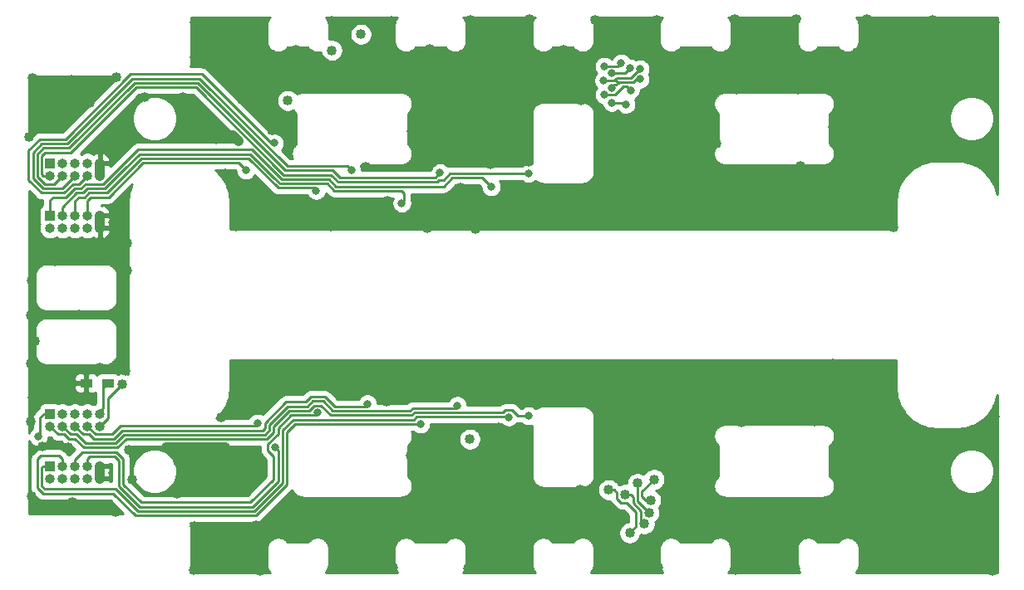
<source format=gbl>
G04 #@! TF.GenerationSoftware,KiCad,Pcbnew,(5.1.6-0-10_14)*
G04 #@! TF.CreationDate,2021-06-29T18:11:56+09:00*
G04 #@! TF.ProjectId,qPCR-photodiode-series,71504352-2d70-4686-9f74-6f64696f6465,rev?*
G04 #@! TF.SameCoordinates,Original*
G04 #@! TF.FileFunction,Copper,L2,Bot*
G04 #@! TF.FilePolarity,Positive*
%FSLAX46Y46*%
G04 Gerber Fmt 4.6, Leading zero omitted, Abs format (unit mm)*
G04 Created by KiCad (PCBNEW (5.1.6-0-10_14)) date 2021-06-29 18:11:56*
%MOMM*%
%LPD*%
G01*
G04 APERTURE LIST*
G04 #@! TA.AperFunction,SMDPad,CuDef*
%ADD10R,1.200000X0.900000*%
G04 #@! TD*
G04 #@! TA.AperFunction,ComponentPad*
%ADD11O,1.000000X1.000000*%
G04 #@! TD*
G04 #@! TA.AperFunction,ComponentPad*
%ADD12R,1.000000X1.000000*%
G04 #@! TD*
G04 #@! TA.AperFunction,ViaPad*
%ADD13C,0.800000*%
G04 #@! TD*
G04 #@! TA.AperFunction,ViaPad*
%ADD14C,1.016000*%
G04 #@! TD*
G04 #@! TA.AperFunction,Conductor*
%ADD15C,1.016000*%
G04 #@! TD*
G04 #@! TA.AperFunction,Conductor*
%ADD16C,0.250000*%
G04 #@! TD*
G04 #@! TA.AperFunction,Conductor*
%ADD17C,0.254000*%
G04 #@! TD*
G04 APERTURE END LIST*
D10*
X91740000Y-109000000D03*
X89540000Y-109000000D03*
D11*
X90910204Y-93198814D03*
X90910204Y-91928814D03*
X89640204Y-93198814D03*
X89640204Y-91928814D03*
X88370204Y-93198814D03*
X88370204Y-91928814D03*
X87100204Y-93198814D03*
X87100204Y-91928814D03*
X85830204Y-93198814D03*
D12*
X85830204Y-91928814D03*
D11*
X90910204Y-118738814D03*
X90910204Y-117468814D03*
X89640204Y-118738814D03*
X89640204Y-117468814D03*
X88370204Y-118738814D03*
X88370204Y-117468814D03*
X87100204Y-118738814D03*
X87100204Y-117468814D03*
X85830204Y-118738814D03*
D12*
X85830204Y-117468814D03*
X85830204Y-112134814D03*
D11*
X85830204Y-113404814D03*
X87100204Y-112134814D03*
X87100204Y-113404814D03*
X88370204Y-112134814D03*
X88370204Y-113404814D03*
X89640204Y-112134814D03*
X89640204Y-113404814D03*
X90910204Y-112134814D03*
X90910204Y-113404814D03*
D12*
X85830204Y-86594814D03*
D11*
X85830204Y-87864814D03*
X87100204Y-86594814D03*
X87100204Y-87864814D03*
X88370204Y-86594814D03*
X88370204Y-87864814D03*
X89640204Y-86594814D03*
X89640204Y-87864814D03*
X90910204Y-86594814D03*
X90910204Y-87864814D03*
D13*
X97680000Y-115600000D03*
X103710000Y-115600000D03*
D14*
X99196972Y-83760000D03*
X105052095Y-84357003D03*
X85910000Y-94760000D03*
X88080000Y-95340000D03*
X93730000Y-94770000D03*
X93720000Y-97520000D03*
X83740000Y-83900000D03*
X84020000Y-77920000D03*
X92560000Y-77800000D03*
X87050000Y-83080000D03*
X89860000Y-80420000D03*
X87990000Y-78040000D03*
X85690000Y-80550000D03*
X90510000Y-84860000D03*
X93090000Y-82120000D03*
X93170000Y-84230000D03*
X95470000Y-79860000D03*
X99340000Y-79790000D03*
X102460000Y-82160000D03*
X102770000Y-84170000D03*
X103690000Y-87590000D03*
X105380000Y-80050000D03*
X108470000Y-83230000D03*
X109960000Y-85250000D03*
X117970000Y-86970000D03*
X124460000Y-86970000D03*
X122650000Y-83300000D03*
X123590000Y-80270000D03*
X128930000Y-83350000D03*
X130730000Y-86730000D03*
X134620000Y-86430000D03*
X139920000Y-80160000D03*
X133880000Y-80240000D03*
X100580000Y-75770000D03*
X100580000Y-72230000D03*
X107370000Y-72120000D03*
X107480000Y-74940000D03*
X103850000Y-73730000D03*
X110910000Y-75010000D03*
X114560000Y-72040000D03*
X120660000Y-72040000D03*
X120590000Y-74900000D03*
X128700000Y-71990000D03*
X128660000Y-75030000D03*
X134680000Y-71860000D03*
X134650000Y-74930000D03*
X131620000Y-73460000D03*
X124520000Y-74880000D03*
X138190000Y-75040000D03*
X141420000Y-75040000D03*
X141380000Y-71920000D03*
X147630000Y-71920000D03*
X147740000Y-75220000D03*
X144550000Y-73700000D03*
X155560000Y-71910000D03*
X155570000Y-74830000D03*
X161820000Y-71890000D03*
X161880000Y-74960000D03*
X158720000Y-73350000D03*
X148640000Y-78150000D03*
X153690000Y-84570000D03*
X151620000Y-80850000D03*
X152230000Y-76640000D03*
X155780000Y-79070000D03*
X162020000Y-79050000D03*
X158750000Y-76860000D03*
X168000000Y-75260000D03*
X165030000Y-77320000D03*
X165590000Y-82910000D03*
X166530000Y-87520000D03*
X170620000Y-86870000D03*
X173110000Y-87070000D03*
X182080000Y-72210000D03*
X162290000Y-86830000D03*
X145100000Y-81890000D03*
X149480000Y-84940000D03*
X149420000Y-87780000D03*
X144760000Y-87610000D03*
X141900000Y-86170000D03*
X141930000Y-82110000D03*
X146500000Y-84980000D03*
X147070000Y-89980000D03*
X138230000Y-89940000D03*
X120180000Y-90430000D03*
X111080000Y-90500000D03*
X110610000Y-92840000D03*
X114450000Y-93020000D03*
X119950000Y-92990000D03*
X104760000Y-93040000D03*
X124250000Y-93190000D03*
X129200000Y-93290000D03*
X129050000Y-90690000D03*
X127660000Y-89090000D03*
X138350000Y-92600000D03*
X147130000Y-92690000D03*
X154430000Y-89090000D03*
X158050000Y-89050000D03*
X156250000Y-92840000D03*
X165170000Y-89870000D03*
X165170000Y-92930000D03*
X171780000Y-93100000D03*
X169070000Y-71830000D03*
X175740000Y-71970000D03*
X175700000Y-75910000D03*
X172230000Y-74030000D03*
X179500000Y-74030000D03*
X181770000Y-77080000D03*
X178860000Y-79320000D03*
X181930000Y-83770000D03*
X177980000Y-84820000D03*
X168460000Y-79780000D03*
X171910000Y-77510000D03*
X175310000Y-79530000D03*
X171660000Y-82440000D03*
X168320000Y-85030000D03*
X174990000Y-84040000D03*
X182110000Y-112450000D03*
X179020000Y-114040000D03*
X181820000Y-116050000D03*
X178360000Y-120760000D03*
X176890000Y-116350000D03*
X181700000Y-122430000D03*
X181860000Y-128180000D03*
X176220000Y-127940000D03*
X169390000Y-128000000D03*
X169280000Y-124270000D03*
X176280000Y-124270000D03*
X180000000Y-125850000D03*
X172210000Y-125800000D03*
X172670000Y-121730000D03*
X174920000Y-118350000D03*
X172610000Y-112200000D03*
X173910000Y-115360000D03*
X165950000Y-116880000D03*
X163740000Y-112910000D03*
X165250000Y-109850000D03*
X165620000Y-106970000D03*
X156250000Y-109820000D03*
X156270000Y-107410000D03*
X147290000Y-110000000D03*
X147350000Y-107390000D03*
X138050000Y-109870000D03*
X138110000Y-107220000D03*
X129180000Y-109840000D03*
X129200000Y-107280000D03*
X120150000Y-110940000D03*
X120170000Y-107270000D03*
X111210000Y-109820000D03*
X110320000Y-107140000D03*
X103240000Y-112510000D03*
X98880000Y-117020000D03*
X98770000Y-120270000D03*
X94230000Y-118860000D03*
X93830000Y-115810000D03*
X87720000Y-115590000D03*
X85090000Y-115490000D03*
X83920000Y-112960000D03*
X85810000Y-110080000D03*
X83860000Y-106980000D03*
X83920000Y-102080000D03*
X84000000Y-120550000D03*
X88140000Y-121180000D03*
X92520000Y-122180000D03*
X102100000Y-116220000D03*
X107320000Y-118490000D03*
X103080000Y-118400000D03*
X100520000Y-123580000D03*
X100470000Y-128100000D03*
X106860000Y-123530000D03*
X103730000Y-126220000D03*
X107270000Y-128180000D03*
X114570000Y-125100000D03*
X114510000Y-127990000D03*
X120830000Y-125170000D03*
X120770000Y-127850000D03*
X117640000Y-126650000D03*
X128560000Y-125200000D03*
X128430000Y-127910000D03*
X134330000Y-125300000D03*
X134650000Y-127940000D03*
X131490000Y-126360000D03*
X141670000Y-125130000D03*
X141630000Y-127990000D03*
X147830000Y-125170000D03*
X147830000Y-127840000D03*
X144690000Y-126640000D03*
X155530000Y-125470000D03*
X161700000Y-125470000D03*
X161750000Y-127950000D03*
X155670000Y-128090000D03*
X158960000Y-126810000D03*
X165350000Y-122680000D03*
X169150000Y-119930000D03*
X171600000Y-117930000D03*
X168900000Y-115530000D03*
X167700000Y-112930000D03*
X153260000Y-115300000D03*
X149270000Y-118460000D03*
X148580000Y-121900000D03*
X151780000Y-123100000D03*
X156390000Y-121150000D03*
X152550000Y-119340000D03*
X160280000Y-122190000D03*
X149300000Y-112540000D03*
X144550000Y-116730000D03*
X144660000Y-112570000D03*
X147010000Y-114510000D03*
X141890000Y-113020000D03*
X141750000Y-118460000D03*
X139810000Y-119890000D03*
X134670000Y-120010000D03*
X134440000Y-115730000D03*
X131510000Y-113500000D03*
X125200000Y-113620000D03*
X122600000Y-116380000D03*
X123200000Y-120060000D03*
X126350000Y-116930000D03*
X128310000Y-119930000D03*
X131520000Y-117750000D03*
X156240000Y-112990000D03*
X88055548Y-109126783D03*
X93480000Y-102950000D03*
X93570000Y-107730000D03*
X84140000Y-95550000D03*
X83950000Y-98550000D03*
X90760000Y-96540000D03*
X86350000Y-96610000D03*
X93370000Y-99860000D03*
X88750000Y-102040000D03*
X84280000Y-104760000D03*
X93220000Y-105520000D03*
X86580000Y-107730000D03*
X90890000Y-107470000D03*
X84020000Y-110440000D03*
X181750000Y-87340000D03*
D13*
X108804990Y-115590000D03*
X106990000Y-113100020D03*
X113120000Y-112024990D03*
X118170000Y-111124970D03*
X123580000Y-113190000D03*
X127330000Y-111289989D03*
X132580000Y-112470000D03*
X134590000Y-112350000D03*
D14*
X142745789Y-119880980D03*
X144882913Y-124293375D03*
D13*
X84651531Y-114472449D03*
D14*
X144417484Y-120377328D03*
X146371265Y-123380070D03*
X145692744Y-119241706D03*
X146867453Y-122247472D03*
X147376629Y-118830642D03*
X147013791Y-120967952D03*
D13*
X105790000Y-87290000D03*
X108701152Y-84518848D03*
X112960000Y-89375040D03*
X116570000Y-87310000D03*
X125570000Y-87550000D03*
X121670000Y-90660000D03*
X130780000Y-88990000D03*
X134570000Y-87620000D03*
X143065000Y-80381296D03*
X144515000Y-80573236D03*
X142317347Y-76692653D03*
X144029504Y-76354199D03*
X142314036Y-79592653D03*
X144983464Y-79125384D03*
X143024455Y-77417653D03*
X144961514Y-76882482D03*
X143052678Y-78867653D03*
X145949346Y-77992958D03*
X142237597Y-78142653D03*
X145958159Y-76964348D03*
D14*
X93210000Y-109120000D03*
X110050000Y-80170000D03*
X128610000Y-114720000D03*
X117520000Y-73420000D03*
X114560000Y-75050000D03*
D15*
X90910204Y-118738814D02*
X90910204Y-117468814D01*
X90910204Y-93198814D02*
X90910204Y-91928814D01*
X90910204Y-86594814D02*
X90910204Y-87864814D01*
X97680000Y-115600000D02*
X103710000Y-115600000D01*
X104455092Y-83760000D02*
X105052095Y-84357003D01*
X99196972Y-83760000D02*
X104455092Y-83760000D01*
D16*
X88182331Y-109000000D02*
X88055548Y-109126783D01*
X89540000Y-109000000D02*
X88182331Y-109000000D01*
X106447170Y-121640010D02*
X109079980Y-119007200D01*
X92839991Y-119526401D02*
X94953600Y-121640010D01*
X92839990Y-116906400D02*
X92839991Y-119526401D01*
X94953600Y-121640010D02*
X106447170Y-121640010D01*
X92421459Y-116487869D02*
X92839990Y-116906400D01*
X89910001Y-116487869D02*
X92421459Y-116487869D01*
X89640204Y-116757666D02*
X89910001Y-116487869D01*
X89640204Y-117468814D02*
X89640204Y-116757666D01*
X109079979Y-115864989D02*
X108804990Y-115590000D01*
X109079979Y-119007201D02*
X109079979Y-115864989D01*
X109079980Y-119007200D02*
X109079979Y-119007201D01*
X90473214Y-114237824D02*
X89640204Y-113404814D01*
X92152176Y-114237824D02*
X90473214Y-114237824D01*
X93014990Y-113375010D02*
X92152176Y-114237824D01*
X106715010Y-113375010D02*
X93014990Y-113375010D01*
X106990000Y-113100020D02*
X106715010Y-113375010D01*
X89122139Y-116037861D02*
X88370204Y-116789796D01*
X112845010Y-112299980D02*
X110417200Y-112299980D01*
X108629969Y-116487981D02*
X108629970Y-118820800D01*
X108030000Y-115888012D02*
X108629969Y-116487981D01*
X109079982Y-114186428D02*
X108030000Y-115236410D01*
X108030000Y-115236410D02*
X108030000Y-115888012D01*
X93290000Y-119340000D02*
X93290000Y-116720000D01*
X106260770Y-121190000D02*
X95140000Y-121190000D01*
X92607860Y-116037860D02*
X89122139Y-116037861D01*
X110417200Y-112299980D02*
X109079982Y-113637198D01*
X109079982Y-113637198D02*
X109079982Y-114186428D01*
X88370204Y-116789796D02*
X88370204Y-117468814D01*
X93290000Y-116720000D02*
X92607860Y-116037860D01*
X108629970Y-118820800D02*
X106260770Y-121190000D01*
X95140000Y-121190000D02*
X93290000Y-119340000D01*
X113120000Y-112024990D02*
X112845010Y-112299980D01*
X92338577Y-114687833D02*
X90286814Y-114687834D01*
X107729954Y-113627226D02*
X107532160Y-113825020D01*
X107532160Y-113825020D02*
X93201390Y-113825020D01*
X112397182Y-110399970D02*
X111867160Y-110929990D01*
X107729955Y-113077995D02*
X107729954Y-113627226D01*
X111867160Y-110929990D02*
X109877960Y-110929990D01*
X109877960Y-110929990D02*
X107729955Y-113077995D01*
X89195205Y-114229815D02*
X88370204Y-113404814D01*
X89828795Y-114229815D02*
X89195205Y-114229815D01*
X90286814Y-114687834D02*
X89828795Y-114229815D01*
X117895010Y-111399960D02*
X114840792Y-111399960D01*
X113840802Y-110399970D02*
X112397182Y-110399970D01*
X114840792Y-111399960D02*
X113840802Y-110399970D01*
X93201390Y-113825020D02*
X92338577Y-114687833D01*
X118170000Y-111124970D02*
X117895010Y-111399960D01*
X110790000Y-113200000D02*
X123570000Y-113200000D01*
X109980000Y-114010000D02*
X110790000Y-113200000D01*
X109980000Y-119380000D02*
X109980000Y-114010000D01*
X123570000Y-113200000D02*
X123580000Y-113190000D01*
X106819970Y-122540030D02*
X109980000Y-119380000D01*
X94580800Y-122540030D02*
X106819970Y-122540030D01*
X85129988Y-120260010D02*
X92300780Y-120260010D01*
X84555193Y-116774807D02*
X84555194Y-119685216D01*
X84910000Y-116420000D02*
X84555193Y-116774807D01*
X92300780Y-120260010D02*
X94580800Y-122540030D01*
X86758496Y-116420000D02*
X84910000Y-116420000D01*
X84555194Y-119685216D02*
X85129988Y-120260010D01*
X87100204Y-116761708D02*
X86758496Y-116420000D01*
X87100204Y-117468814D02*
X87100204Y-116761708D01*
X87925205Y-114229815D02*
X87100204Y-113404814D01*
X88558795Y-114229815D02*
X87925205Y-114229815D01*
X89466822Y-115137842D02*
X88558795Y-114229815D01*
X93387790Y-114275030D02*
X92524978Y-115137842D01*
X107718560Y-114275030D02*
X93387790Y-114275030D01*
X92524978Y-115137842D02*
X89466822Y-115137842D01*
X108179963Y-113813627D02*
X107718560Y-114275030D01*
X108179964Y-113264396D02*
X108179963Y-113813627D01*
X114654392Y-111849970D02*
X113654402Y-110849980D01*
X112583581Y-110849979D02*
X112033600Y-111399960D01*
X110064360Y-111380000D02*
X108179964Y-113264396D01*
X112010000Y-111380000D02*
X110064360Y-111380000D01*
X127330000Y-111289989D02*
X127055010Y-111564979D01*
X112029960Y-111399960D02*
X112010000Y-111380000D01*
X122507200Y-111849970D02*
X114654392Y-111849970D01*
X112033600Y-111399960D02*
X112029960Y-111399960D01*
X113654402Y-110849980D02*
X112583581Y-110849979D01*
X122792191Y-111564979D02*
X122507200Y-111849970D01*
X127055010Y-111564979D02*
X122792191Y-111564979D01*
X85123098Y-117468814D02*
X85830204Y-117468814D01*
X85316388Y-119810000D02*
X85005203Y-119498815D01*
X85005203Y-119498815D02*
X85005203Y-117586709D01*
X85005203Y-117586709D02*
X85123098Y-117468814D01*
X92487180Y-119810000D02*
X85316388Y-119810000D01*
X94767200Y-122090020D02*
X92487180Y-119810000D01*
X97976400Y-122090020D02*
X94767200Y-122090020D01*
X97976400Y-122090020D02*
X106633570Y-122090020D01*
X106633570Y-122090020D02*
X109529990Y-119193600D01*
X109529990Y-119193600D02*
X109529990Y-114930000D01*
X109529991Y-113823599D02*
X110603600Y-112749990D01*
X109529990Y-114930000D02*
X109529991Y-113823599D01*
X110603600Y-112749990D02*
X122880000Y-112749990D01*
X132574999Y-112464999D02*
X132580000Y-112470000D01*
X123164991Y-112464999D02*
X132574999Y-112464999D01*
X122880000Y-112749990D02*
X123164991Y-112464999D01*
X86655205Y-114229815D02*
X85830204Y-113404814D01*
X87738805Y-114679825D02*
X87288795Y-114229815D01*
X88372395Y-114679825D02*
X87738805Y-114679825D01*
X92711379Y-115587851D02*
X89280422Y-115587852D01*
X93574190Y-114725040D02*
X92711379Y-115587851D01*
X108629972Y-114000028D02*
X107904960Y-114725040D01*
X112220000Y-111849970D02*
X110230800Y-111849970D01*
X89280422Y-115587852D02*
X88372395Y-114679825D01*
X112769981Y-111299989D02*
X112220000Y-111849970D01*
X113468001Y-111299989D02*
X112769981Y-111299989D01*
X87288795Y-114229815D02*
X86655205Y-114229815D01*
X114467992Y-112299980D02*
X113468001Y-111299989D01*
X122978591Y-112014989D02*
X122693600Y-112299980D01*
X131962009Y-112014989D02*
X122978591Y-112014989D01*
X108629973Y-113450797D02*
X108629972Y-114000028D01*
X132231999Y-111744999D02*
X131962009Y-112014989D01*
X122693600Y-112299980D02*
X114467992Y-112299980D01*
X134590000Y-112350000D02*
X133533002Y-112350000D01*
X107904960Y-114725040D02*
X93574190Y-114725040D01*
X110230800Y-111849970D02*
X108629973Y-113450797D01*
X132928001Y-111744999D02*
X132231999Y-111744999D01*
X133533002Y-112350000D02*
X132928001Y-111744999D01*
X144882913Y-124293375D02*
X145538264Y-123638024D01*
X145538264Y-123638024D02*
X145538264Y-122191103D01*
X144557490Y-121210329D02*
X144017643Y-121210329D01*
X144017643Y-121210329D02*
X143584483Y-120777169D01*
X145538264Y-122191103D02*
X144557490Y-121210329D01*
X143584483Y-120777169D02*
X143584483Y-120180000D01*
X143285463Y-119880980D02*
X142745789Y-119880980D01*
X143584483Y-120180000D02*
X143285463Y-119880980D01*
X84651531Y-114472449D02*
X84820000Y-114303980D01*
X84820000Y-114303980D02*
X84820000Y-112520000D01*
X85205186Y-112134814D02*
X85830204Y-112134814D01*
X84820000Y-112520000D02*
X85205186Y-112134814D01*
X146371265Y-123380070D02*
X146034452Y-123043257D01*
X146034452Y-122050881D02*
X145242734Y-121259163D01*
X146034452Y-123043257D02*
X146034452Y-122050881D01*
X145242734Y-121259163D02*
X145242734Y-120620000D01*
X145000062Y-120377328D02*
X144417484Y-120377328D01*
X145242734Y-120620000D02*
X145000062Y-120377328D01*
X145692744Y-121072763D02*
X145692744Y-119241706D01*
X146867453Y-122247472D02*
X145692744Y-121072763D01*
X146142754Y-120064517D02*
X147376629Y-118830642D01*
X146142754Y-120543656D02*
X146142754Y-120064517D01*
X146567050Y-120967952D02*
X146142754Y-120543656D01*
X147013791Y-120967952D02*
X146567050Y-120967952D01*
X101293378Y-77499970D02*
X99079202Y-77499970D01*
X108312256Y-84518848D02*
X101293378Y-77499970D01*
X108701152Y-84518848D02*
X108312256Y-84518848D01*
X88181613Y-88689815D02*
X88815203Y-88689815D01*
X87281592Y-89589834D02*
X88181613Y-88689815D01*
X83655176Y-85275610D02*
X83655175Y-88306117D01*
X84800816Y-84129970D02*
X83655176Y-85275610D01*
X84938887Y-89589832D02*
X87281592Y-89589834D01*
X94050800Y-77499970D02*
X87420800Y-84129970D01*
X88815203Y-88689815D02*
X89640204Y-87864814D01*
X83655175Y-88306117D02*
X84938887Y-89589832D01*
X87420800Y-84129970D02*
X84800816Y-84129970D01*
X99079202Y-77499972D02*
X94050800Y-77499970D01*
X105040030Y-86540030D02*
X105790000Y-87290000D01*
X95322272Y-86540030D02*
X105040030Y-86540030D01*
X89640204Y-90410454D02*
X90002806Y-90047852D01*
X90002806Y-90047852D02*
X91814451Y-90047851D01*
X91814451Y-90047851D02*
X95322272Y-86540030D01*
X89640204Y-91928814D02*
X89640204Y-90410454D01*
X88370204Y-90418163D02*
X88370204Y-91928814D01*
X89374406Y-90039842D02*
X88748524Y-90039843D01*
X89816406Y-89597842D02*
X89374406Y-90039842D01*
X91628050Y-89597842D02*
X89816406Y-89597842D01*
X88748524Y-90039843D02*
X88370204Y-90418163D01*
X109074998Y-89100050D02*
X106064969Y-86090021D01*
X112685010Y-89100050D02*
X109074998Y-89100050D01*
X112960000Y-89375040D02*
X112685010Y-89100050D01*
X95135871Y-86090021D02*
X91628050Y-89597842D01*
X106064969Y-86090021D02*
X95135871Y-86090021D01*
X94237200Y-77949980D02*
X98892801Y-77949981D01*
X87607200Y-84579980D02*
X94237200Y-77949980D01*
X84987216Y-84579980D02*
X87607200Y-84579980D01*
X84105185Y-85462011D02*
X84987216Y-84579980D01*
X84105184Y-88119718D02*
X84105185Y-85462011D01*
X85125288Y-89139824D02*
X84105184Y-88119718D01*
X87095193Y-89139825D02*
X85125288Y-89139824D01*
X101106978Y-77949980D02*
X98892801Y-77949980D01*
X110006998Y-86850000D02*
X101106978Y-77949980D01*
X116110000Y-86850000D02*
X110006998Y-86850000D01*
X116570000Y-87310000D02*
X116110000Y-86850000D01*
X87095193Y-89139825D02*
X88370204Y-87864814D01*
X87100204Y-91928814D02*
X87100204Y-91051753D01*
X88562124Y-89589833D02*
X89188005Y-89589833D01*
X87100204Y-91051753D02*
X88562124Y-89589833D01*
X89630004Y-89147834D02*
X91441649Y-89147833D01*
X89188005Y-89589833D02*
X89630004Y-89147834D01*
X93456401Y-87133081D02*
X94949472Y-85640010D01*
X94949472Y-85640010D02*
X96513600Y-85640010D01*
X96513600Y-85640010D02*
X99390000Y-85640010D01*
X99390000Y-85640010D02*
X104582832Y-85640012D01*
X106251370Y-85640012D02*
X107614963Y-87003605D01*
X104582832Y-85640012D02*
X106251370Y-85640012D01*
X107614963Y-87003605D02*
X108720679Y-88109321D01*
X108720679Y-88109321D02*
X109261398Y-88650040D01*
X109261398Y-88650040D02*
X114070801Y-88650040D01*
X114070801Y-88650040D02*
X114805792Y-89385030D01*
X114805792Y-89385030D02*
X121400000Y-89385030D01*
X121605030Y-89385030D02*
X121900000Y-89680000D01*
X121400000Y-89385030D02*
X121605030Y-89385030D01*
X91441649Y-89147833D02*
X93456401Y-87133081D01*
X85173616Y-85029990D02*
X84555194Y-85648412D01*
X85311689Y-88689815D02*
X86275203Y-88689815D01*
X84555193Y-87933319D02*
X85311689Y-88689815D01*
X87793600Y-85029990D02*
X85173616Y-85029990D01*
X84555194Y-85648412D02*
X84555193Y-87933319D01*
X94423600Y-78399990D02*
X87793600Y-85029990D01*
X109820598Y-87300010D02*
X100920578Y-78399990D01*
X114630000Y-87300010D02*
X109820598Y-87300010D01*
X125084999Y-88035001D02*
X115364991Y-88035001D01*
X115364991Y-88035001D02*
X114630000Y-87300010D01*
X125570000Y-87550000D02*
X125084999Y-88035001D01*
X98640010Y-78399990D02*
X94423600Y-78399990D01*
X100920578Y-78399990D02*
X98640010Y-78399990D01*
X98706400Y-78399990D02*
X98640010Y-78399990D01*
X121900000Y-90430000D02*
X121670000Y-90660000D01*
X121900000Y-89680000D02*
X121900000Y-90430000D01*
X86275203Y-88689815D02*
X87100204Y-87864814D01*
X85830204Y-91928814D02*
X85830204Y-90369639D01*
X86160001Y-90039843D02*
X87467992Y-90039843D01*
X85830204Y-90369639D02*
X86160001Y-90039843D01*
X88368010Y-89139825D02*
X89001604Y-89139824D01*
X87467992Y-90039843D02*
X88368010Y-89139825D01*
X89001604Y-89139824D02*
X89451613Y-88689815D01*
X89459622Y-88697824D02*
X91255248Y-88697824D01*
X91255248Y-88697824D02*
X93270000Y-86683072D01*
X89451613Y-88689815D02*
X89459622Y-88697824D01*
X93270000Y-86683072D02*
X94763072Y-85190000D01*
X94763072Y-85190000D02*
X96700000Y-85190000D01*
X99310000Y-85190000D02*
X104769233Y-85190003D01*
X96700000Y-85190000D02*
X99310000Y-85190000D01*
X99310000Y-85190000D02*
X99480000Y-85190000D01*
X104769233Y-85190003D02*
X106437771Y-85190003D01*
X106437771Y-85190003D02*
X108064972Y-86817204D01*
X108064972Y-86817204D02*
X109447798Y-88200030D01*
X114257200Y-88200030D02*
X114992192Y-88935020D01*
X114992192Y-88935020D02*
X125949696Y-88935020D01*
X109447798Y-88200030D02*
X114257200Y-88200030D01*
X125949696Y-88935020D02*
X126814706Y-88070010D01*
X126814706Y-88070010D02*
X129640000Y-88070010D01*
X129860010Y-88070010D02*
X130780000Y-88990000D01*
X129640000Y-88070010D02*
X129860010Y-88070010D01*
X85005203Y-87746919D02*
X85123098Y-87864814D01*
X85005203Y-85834813D02*
X85005203Y-87746919D01*
X125271400Y-88485010D02*
X115178591Y-88485011D01*
X100734178Y-78850000D02*
X94610000Y-78850000D01*
X87980000Y-85480000D02*
X85360016Y-85480000D01*
X109634198Y-87750020D02*
X100734178Y-78850000D01*
X114443600Y-87750020D02*
X109634198Y-87750020D01*
X125481409Y-88275001D02*
X125271400Y-88485010D01*
X85360016Y-85480000D02*
X85005203Y-85834813D01*
X94610000Y-78850000D02*
X87980000Y-85480000D01*
X126573002Y-87620000D02*
X125918001Y-88275001D01*
X115178591Y-88485011D02*
X114443600Y-87750020D01*
X134570000Y-87620000D02*
X126573002Y-87620000D01*
X125918001Y-88275001D02*
X125481409Y-88275001D01*
X85123098Y-87864814D02*
X85830204Y-87864814D01*
X144323060Y-80381296D02*
X144515000Y-80573236D01*
X143065000Y-80381296D02*
X144323060Y-80381296D01*
X143691050Y-76692653D02*
X144029504Y-76354199D01*
X142317347Y-76692653D02*
X143691050Y-76692653D01*
X143400679Y-79592654D02*
X144225650Y-78767683D01*
X142314036Y-79592653D02*
X143400679Y-79592654D01*
X144625763Y-78767683D02*
X144983464Y-79125384D01*
X144225650Y-78767683D02*
X144625763Y-78767683D01*
X144426343Y-77417653D02*
X144961514Y-76882482D01*
X143024455Y-77417653D02*
X144426343Y-77417653D01*
X143972327Y-78317673D02*
X143800569Y-78317673D01*
X143327669Y-78592662D02*
X143052678Y-78867653D01*
X143525580Y-78592662D02*
X143327669Y-78592662D01*
X143972327Y-78317673D02*
X145235735Y-78317673D01*
X145560450Y-77992958D02*
X145949346Y-77992958D01*
X145235735Y-78317673D02*
X145560450Y-77992958D01*
X145049335Y-77867663D02*
X145598651Y-77318347D01*
X143614169Y-77867663D02*
X145049335Y-77867663D01*
X142237597Y-78142653D02*
X143339179Y-78142653D01*
X145692024Y-77230483D02*
X145958159Y-76964348D01*
X145686515Y-77230483D02*
X145692024Y-77230483D01*
X145598651Y-77318347D02*
X145686515Y-77230483D01*
X143480916Y-78000916D02*
X143480916Y-78130916D01*
X143339179Y-78142653D02*
X143480916Y-78000916D01*
X143734121Y-78384121D02*
X143525580Y-78592662D01*
X143480916Y-78130916D02*
X143734121Y-78384121D01*
X143800569Y-78317673D02*
X143734121Y-78384121D01*
X143480916Y-78000916D02*
X143614169Y-77867663D01*
X90910204Y-111949796D02*
X91285195Y-111574805D01*
X90910204Y-112134814D02*
X90910204Y-111949796D01*
X91285195Y-111574805D02*
X91285195Y-109454805D01*
X91285195Y-109454805D02*
X91740000Y-109000000D01*
X90910204Y-113404814D02*
X91735205Y-112579813D01*
X91735205Y-112579813D02*
X91735205Y-111761205D01*
X91735205Y-110594795D02*
X93210000Y-109120000D01*
X91735205Y-111761205D02*
X91735205Y-110594795D01*
D17*
G36*
X172015000Y-109533646D02*
G01*
X172018056Y-109564678D01*
X172017904Y-109586518D01*
X172018838Y-109596037D01*
X172090240Y-110275376D01*
X172102719Y-110336170D01*
X172114357Y-110397177D01*
X172117121Y-110406333D01*
X172319113Y-111058864D01*
X172343175Y-111116105D01*
X172366430Y-111173663D01*
X172370920Y-111182107D01*
X172695809Y-111782978D01*
X172730539Y-111834467D01*
X172764522Y-111886398D01*
X172770566Y-111893810D01*
X173205978Y-112420133D01*
X173250033Y-112463881D01*
X173293471Y-112508239D01*
X173300841Y-112514336D01*
X173830190Y-112946061D01*
X173881893Y-112980412D01*
X173933129Y-113015494D01*
X173941542Y-113020043D01*
X174544665Y-113340730D01*
X174602101Y-113364403D01*
X174659131Y-113388846D01*
X174668267Y-113391675D01*
X175322193Y-113589107D01*
X175383126Y-113601172D01*
X175443824Y-113614074D01*
X175453336Y-113615074D01*
X176133156Y-113681731D01*
X176133163Y-113681731D01*
X176166353Y-113685000D01*
X178233647Y-113685000D01*
X178264679Y-113681944D01*
X178286518Y-113682096D01*
X178296037Y-113681162D01*
X178975376Y-113609760D01*
X179036170Y-113597281D01*
X179097177Y-113585643D01*
X179106333Y-113582879D01*
X179758864Y-113380887D01*
X179816105Y-113356825D01*
X179873663Y-113333570D01*
X179882107Y-113329080D01*
X180482978Y-113004191D01*
X180534467Y-112969461D01*
X180586398Y-112935478D01*
X180593810Y-112929434D01*
X181120133Y-112494022D01*
X181163881Y-112449967D01*
X181208239Y-112406529D01*
X181214336Y-112399159D01*
X181646061Y-111869810D01*
X181680412Y-111818107D01*
X181715494Y-111766871D01*
X181720043Y-111758458D01*
X182040730Y-111155335D01*
X182064403Y-111097899D01*
X182088846Y-111040869D01*
X182091675Y-111031733D01*
X182289107Y-110377807D01*
X182301172Y-110316874D01*
X182314074Y-110256176D01*
X182315001Y-110247361D01*
X182315001Y-128315000D01*
X167940843Y-128315000D01*
X167965472Y-128290882D01*
X167971568Y-128283512D01*
X167971573Y-128283507D01*
X167971577Y-128283501D01*
X168033244Y-128207891D01*
X168067582Y-128156210D01*
X168102683Y-128104945D01*
X168107232Y-128096532D01*
X168153044Y-128010371D01*
X168176708Y-127952955D01*
X168201158Y-127895912D01*
X168203986Y-127886776D01*
X168232191Y-127793358D01*
X168244253Y-127732438D01*
X168257159Y-127671721D01*
X168258159Y-127662209D01*
X168267681Y-127565092D01*
X168267681Y-127565088D01*
X168270950Y-127531898D01*
X168270950Y-125864604D01*
X168267866Y-125833297D01*
X168267883Y-125828549D01*
X168266916Y-125819034D01*
X168262049Y-125774237D01*
X168261038Y-125763968D01*
X168260876Y-125763433D01*
X168256377Y-125722022D01*
X168243686Y-125661273D01*
X168231833Y-125600300D01*
X168229037Y-125591154D01*
X168199855Y-125498036D01*
X168175583Y-125440856D01*
X168152140Y-125383411D01*
X168147621Y-125374982D01*
X168100909Y-125289305D01*
X168066002Y-125237941D01*
X168031836Y-125186126D01*
X168025766Y-125178735D01*
X167963301Y-125103763D01*
X167919090Y-125060165D01*
X167875497Y-125015960D01*
X167868107Y-125009889D01*
X167792271Y-124948479D01*
X167740423Y-124914292D01*
X167689097Y-124879411D01*
X167680668Y-124874891D01*
X167680663Y-124874889D01*
X167680661Y-124874887D01*
X167680658Y-124874886D01*
X167594348Y-124829379D01*
X167536853Y-124805915D01*
X167479711Y-124781660D01*
X167470564Y-124778863D01*
X167377048Y-124750985D01*
X167316069Y-124739132D01*
X167255331Y-124726444D01*
X167245816Y-124725477D01*
X167148666Y-124716294D01*
X167086565Y-124716511D01*
X167024505Y-124715861D01*
X167014983Y-124716760D01*
X166917900Y-124726621D01*
X166857019Y-124738897D01*
X166796009Y-124750315D01*
X166786843Y-124753047D01*
X166693524Y-124781578D01*
X166636191Y-124805444D01*
X166578564Y-124828493D01*
X166570106Y-124832953D01*
X166570101Y-124832955D01*
X166570096Y-124832958D01*
X166484104Y-124879067D01*
X166432535Y-124913590D01*
X166380445Y-124947417D01*
X166373012Y-124953436D01*
X166297606Y-125015375D01*
X166297596Y-125015385D01*
X166271820Y-125036539D01*
X166095108Y-125213251D01*
X164076792Y-125213251D01*
X163900079Y-125036538D01*
X163875765Y-125016585D01*
X163872418Y-125013214D01*
X163865007Y-125007169D01*
X163829734Y-124978809D01*
X163821909Y-124972387D01*
X163821426Y-124972129D01*
X163788957Y-124946023D01*
X163737003Y-124912025D01*
X163685534Y-124877310D01*
X163677089Y-124872819D01*
X163590610Y-124827609D01*
X163533075Y-124804364D01*
X163475816Y-124780294D01*
X163466660Y-124777530D01*
X163373048Y-124749978D01*
X163312065Y-124738345D01*
X163251242Y-124725860D01*
X163241723Y-124724926D01*
X163144541Y-124716082D01*
X163082459Y-124716516D01*
X163020377Y-124716082D01*
X163010859Y-124717015D01*
X162913810Y-124727215D01*
X162852967Y-124739704D01*
X162792008Y-124751333D01*
X162782852Y-124754097D01*
X162689633Y-124782953D01*
X162632384Y-124807019D01*
X162574831Y-124830272D01*
X162566386Y-124834762D01*
X162480548Y-124881174D01*
X162429065Y-124915901D01*
X162377129Y-124949887D01*
X162369717Y-124955931D01*
X162294529Y-125018133D01*
X162250768Y-125062200D01*
X162206428Y-125105621D01*
X162200331Y-125112990D01*
X162138656Y-125188611D01*
X162104318Y-125240292D01*
X162069217Y-125291557D01*
X162064668Y-125299970D01*
X162018856Y-125386131D01*
X161995192Y-125443547D01*
X161970742Y-125500590D01*
X161967914Y-125509726D01*
X161939709Y-125603144D01*
X161927648Y-125664056D01*
X161914741Y-125724780D01*
X161913741Y-125734292D01*
X161904219Y-125831410D01*
X161904219Y-125831424D01*
X161900951Y-125864604D01*
X161900950Y-127531897D01*
X161904034Y-127563204D01*
X161904017Y-127567951D01*
X161904984Y-127577466D01*
X161909850Y-127622258D01*
X161910862Y-127632533D01*
X161911024Y-127633068D01*
X161915523Y-127674479D01*
X161928215Y-127735231D01*
X161940064Y-127796192D01*
X161942861Y-127805338D01*
X161972041Y-127898456D01*
X161996307Y-127955623D01*
X162019759Y-128013090D01*
X162024278Y-128021520D01*
X162070991Y-128107196D01*
X162105880Y-128158533D01*
X162140063Y-128210375D01*
X162146134Y-128217766D01*
X162208598Y-128292738D01*
X162231173Y-128315000D01*
X154940843Y-128315000D01*
X154965472Y-128290882D01*
X154971568Y-128283512D01*
X154971573Y-128283507D01*
X154971577Y-128283501D01*
X155033244Y-128207891D01*
X155067582Y-128156210D01*
X155102683Y-128104945D01*
X155107232Y-128096532D01*
X155153044Y-128010371D01*
X155176708Y-127952955D01*
X155201158Y-127895912D01*
X155203986Y-127886776D01*
X155232191Y-127793358D01*
X155244253Y-127732438D01*
X155257159Y-127671721D01*
X155258159Y-127662209D01*
X155267681Y-127565092D01*
X155267681Y-127565088D01*
X155270950Y-127531898D01*
X155270950Y-125864604D01*
X155267866Y-125833297D01*
X155267883Y-125828549D01*
X155266916Y-125819034D01*
X155262049Y-125774237D01*
X155261038Y-125763968D01*
X155260876Y-125763433D01*
X155256377Y-125722022D01*
X155243686Y-125661273D01*
X155231833Y-125600300D01*
X155229037Y-125591154D01*
X155199855Y-125498036D01*
X155175583Y-125440856D01*
X155152140Y-125383411D01*
X155147621Y-125374982D01*
X155100909Y-125289305D01*
X155066002Y-125237941D01*
X155031836Y-125186126D01*
X155025766Y-125178735D01*
X154963301Y-125103763D01*
X154919090Y-125060165D01*
X154875497Y-125015960D01*
X154868107Y-125009889D01*
X154792271Y-124948479D01*
X154740423Y-124914292D01*
X154689097Y-124879411D01*
X154680668Y-124874891D01*
X154680663Y-124874889D01*
X154680661Y-124874887D01*
X154680658Y-124874886D01*
X154594348Y-124829379D01*
X154536853Y-124805915D01*
X154479711Y-124781660D01*
X154470564Y-124778863D01*
X154377048Y-124750985D01*
X154316069Y-124739132D01*
X154255331Y-124726444D01*
X154245816Y-124725477D01*
X154148666Y-124716294D01*
X154086565Y-124716511D01*
X154024505Y-124715861D01*
X154014983Y-124716760D01*
X153917900Y-124726621D01*
X153857019Y-124738897D01*
X153796009Y-124750315D01*
X153786843Y-124753047D01*
X153693524Y-124781578D01*
X153636191Y-124805444D01*
X153578564Y-124828493D01*
X153570106Y-124832953D01*
X153570101Y-124832955D01*
X153570096Y-124832958D01*
X153484104Y-124879067D01*
X153432535Y-124913590D01*
X153380445Y-124947417D01*
X153373012Y-124953436D01*
X153297606Y-125015375D01*
X153297596Y-125015385D01*
X153271820Y-125036539D01*
X153095108Y-125213251D01*
X150076792Y-125213251D01*
X149900079Y-125036538D01*
X149875765Y-125016585D01*
X149872418Y-125013214D01*
X149865007Y-125007169D01*
X149829734Y-124978809D01*
X149821909Y-124972387D01*
X149821426Y-124972129D01*
X149788957Y-124946023D01*
X149737003Y-124912025D01*
X149685534Y-124877310D01*
X149677089Y-124872819D01*
X149590610Y-124827609D01*
X149533075Y-124804364D01*
X149475816Y-124780294D01*
X149466660Y-124777530D01*
X149373048Y-124749978D01*
X149312065Y-124738345D01*
X149251242Y-124725860D01*
X149241723Y-124724926D01*
X149144541Y-124716082D01*
X149082459Y-124716516D01*
X149020377Y-124716082D01*
X149010859Y-124717015D01*
X148913810Y-124727215D01*
X148852967Y-124739704D01*
X148792008Y-124751333D01*
X148782852Y-124754097D01*
X148689633Y-124782953D01*
X148632384Y-124807019D01*
X148574831Y-124830272D01*
X148566386Y-124834762D01*
X148480548Y-124881174D01*
X148429065Y-124915901D01*
X148377129Y-124949887D01*
X148369717Y-124955931D01*
X148294529Y-125018133D01*
X148250768Y-125062200D01*
X148206428Y-125105621D01*
X148200331Y-125112990D01*
X148138656Y-125188611D01*
X148104318Y-125240292D01*
X148069217Y-125291557D01*
X148064668Y-125299970D01*
X148018856Y-125386131D01*
X147995192Y-125443547D01*
X147970742Y-125500590D01*
X147967914Y-125509726D01*
X147939709Y-125603144D01*
X147927648Y-125664056D01*
X147914741Y-125724780D01*
X147913741Y-125734292D01*
X147904219Y-125831410D01*
X147904219Y-125831424D01*
X147900951Y-125864604D01*
X147900950Y-127531897D01*
X147904034Y-127563204D01*
X147904017Y-127567951D01*
X147904984Y-127577466D01*
X147909850Y-127622258D01*
X147910862Y-127632533D01*
X147911024Y-127633068D01*
X147915523Y-127674479D01*
X147928215Y-127735231D01*
X147940064Y-127796192D01*
X147942861Y-127805338D01*
X147972041Y-127898456D01*
X147996307Y-127955623D01*
X148019759Y-128013090D01*
X148024278Y-128021520D01*
X148070991Y-128107196D01*
X148105880Y-128158533D01*
X148140063Y-128210375D01*
X148146134Y-128217766D01*
X148208598Y-128292738D01*
X148231173Y-128315000D01*
X140940843Y-128315000D01*
X140965472Y-128290882D01*
X140971568Y-128283512D01*
X140971573Y-128283507D01*
X140971577Y-128283501D01*
X141033244Y-128207891D01*
X141067582Y-128156210D01*
X141102683Y-128104945D01*
X141107232Y-128096532D01*
X141153044Y-128010371D01*
X141176708Y-127952955D01*
X141201158Y-127895912D01*
X141203986Y-127886776D01*
X141232191Y-127793358D01*
X141244253Y-127732438D01*
X141257159Y-127671721D01*
X141258159Y-127662209D01*
X141267681Y-127565092D01*
X141267681Y-127565088D01*
X141270950Y-127531898D01*
X141270950Y-125864604D01*
X141267866Y-125833297D01*
X141267883Y-125828549D01*
X141266916Y-125819034D01*
X141262049Y-125774237D01*
X141261038Y-125763968D01*
X141260876Y-125763433D01*
X141256377Y-125722022D01*
X141243686Y-125661273D01*
X141231833Y-125600300D01*
X141229037Y-125591154D01*
X141199855Y-125498036D01*
X141175583Y-125440856D01*
X141152140Y-125383411D01*
X141147621Y-125374982D01*
X141100909Y-125289305D01*
X141066002Y-125237941D01*
X141031836Y-125186126D01*
X141025766Y-125178735D01*
X140963301Y-125103763D01*
X140919090Y-125060165D01*
X140875497Y-125015960D01*
X140868107Y-125009889D01*
X140792271Y-124948479D01*
X140740423Y-124914292D01*
X140689097Y-124879411D01*
X140680668Y-124874891D01*
X140680663Y-124874889D01*
X140680661Y-124874887D01*
X140680658Y-124874886D01*
X140594348Y-124829379D01*
X140536853Y-124805915D01*
X140479711Y-124781660D01*
X140470564Y-124778863D01*
X140377048Y-124750985D01*
X140316069Y-124739132D01*
X140255331Y-124726444D01*
X140245816Y-124725477D01*
X140148666Y-124716294D01*
X140086565Y-124716511D01*
X140024505Y-124715861D01*
X140014983Y-124716760D01*
X139917900Y-124726621D01*
X139857019Y-124738897D01*
X139796009Y-124750315D01*
X139786843Y-124753047D01*
X139693524Y-124781578D01*
X139636191Y-124805444D01*
X139578564Y-124828493D01*
X139570106Y-124832953D01*
X139570101Y-124832955D01*
X139570096Y-124832958D01*
X139484104Y-124879067D01*
X139432535Y-124913590D01*
X139380445Y-124947417D01*
X139373012Y-124953436D01*
X139297606Y-125015375D01*
X139297596Y-125015385D01*
X139271820Y-125036539D01*
X139095108Y-125213251D01*
X137076792Y-125213251D01*
X136900079Y-125036538D01*
X136875765Y-125016585D01*
X136872418Y-125013214D01*
X136865007Y-125007169D01*
X136829734Y-124978809D01*
X136821909Y-124972387D01*
X136821426Y-124972129D01*
X136788957Y-124946023D01*
X136737003Y-124912025D01*
X136685534Y-124877310D01*
X136677089Y-124872819D01*
X136590610Y-124827609D01*
X136533075Y-124804364D01*
X136475816Y-124780294D01*
X136466660Y-124777530D01*
X136373048Y-124749978D01*
X136312065Y-124738345D01*
X136251242Y-124725860D01*
X136241723Y-124724926D01*
X136144541Y-124716082D01*
X136082459Y-124716516D01*
X136020377Y-124716082D01*
X136010859Y-124717015D01*
X135913810Y-124727215D01*
X135852967Y-124739704D01*
X135792008Y-124751333D01*
X135782852Y-124754097D01*
X135689633Y-124782953D01*
X135632384Y-124807019D01*
X135574831Y-124830272D01*
X135566386Y-124834762D01*
X135480548Y-124881174D01*
X135429065Y-124915901D01*
X135377129Y-124949887D01*
X135369717Y-124955931D01*
X135294529Y-125018133D01*
X135250768Y-125062200D01*
X135206428Y-125105621D01*
X135200331Y-125112990D01*
X135138656Y-125188611D01*
X135104318Y-125240292D01*
X135069217Y-125291557D01*
X135064668Y-125299970D01*
X135018856Y-125386131D01*
X134995192Y-125443547D01*
X134970742Y-125500590D01*
X134967914Y-125509726D01*
X134939709Y-125603144D01*
X134927648Y-125664056D01*
X134914741Y-125724780D01*
X134913741Y-125734292D01*
X134904219Y-125831410D01*
X134904219Y-125831424D01*
X134900951Y-125864604D01*
X134900950Y-127531897D01*
X134904034Y-127563204D01*
X134904017Y-127567951D01*
X134904984Y-127577466D01*
X134909850Y-127622258D01*
X134910862Y-127632533D01*
X134911024Y-127633068D01*
X134915523Y-127674479D01*
X134928215Y-127735231D01*
X134940064Y-127796192D01*
X134942861Y-127805338D01*
X134972041Y-127898456D01*
X134996307Y-127955623D01*
X135019759Y-128013090D01*
X135024278Y-128021520D01*
X135070991Y-128107196D01*
X135105880Y-128158533D01*
X135140063Y-128210375D01*
X135146134Y-128217766D01*
X135208598Y-128292738D01*
X135231173Y-128315000D01*
X127940843Y-128315000D01*
X127965472Y-128290882D01*
X127971568Y-128283512D01*
X127971573Y-128283507D01*
X127971577Y-128283501D01*
X128033244Y-128207891D01*
X128067582Y-128156210D01*
X128102683Y-128104945D01*
X128107232Y-128096532D01*
X128153044Y-128010371D01*
X128176708Y-127952955D01*
X128201158Y-127895912D01*
X128203986Y-127886776D01*
X128232191Y-127793358D01*
X128244253Y-127732438D01*
X128257159Y-127671721D01*
X128258159Y-127662209D01*
X128267681Y-127565092D01*
X128267681Y-127565088D01*
X128270950Y-127531898D01*
X128270950Y-125864604D01*
X128267866Y-125833297D01*
X128267883Y-125828549D01*
X128266916Y-125819034D01*
X128262049Y-125774237D01*
X128261038Y-125763968D01*
X128260876Y-125763433D01*
X128256377Y-125722022D01*
X128243686Y-125661273D01*
X128231833Y-125600300D01*
X128229037Y-125591154D01*
X128199855Y-125498036D01*
X128175583Y-125440856D01*
X128152140Y-125383411D01*
X128147621Y-125374982D01*
X128100909Y-125289305D01*
X128066002Y-125237941D01*
X128031836Y-125186126D01*
X128025766Y-125178735D01*
X127963301Y-125103763D01*
X127919090Y-125060165D01*
X127875497Y-125015960D01*
X127868107Y-125009889D01*
X127792271Y-124948479D01*
X127740423Y-124914292D01*
X127689097Y-124879411D01*
X127680668Y-124874891D01*
X127680663Y-124874889D01*
X127680661Y-124874887D01*
X127680658Y-124874886D01*
X127594348Y-124829379D01*
X127536853Y-124805915D01*
X127479711Y-124781660D01*
X127470564Y-124778863D01*
X127377048Y-124750985D01*
X127316069Y-124739132D01*
X127255331Y-124726444D01*
X127245816Y-124725477D01*
X127148666Y-124716294D01*
X127086565Y-124716511D01*
X127024505Y-124715861D01*
X127014983Y-124716760D01*
X126917900Y-124726621D01*
X126857019Y-124738897D01*
X126796009Y-124750315D01*
X126786843Y-124753047D01*
X126693524Y-124781578D01*
X126636191Y-124805444D01*
X126578564Y-124828493D01*
X126570106Y-124832953D01*
X126570101Y-124832955D01*
X126570096Y-124832958D01*
X126484104Y-124879067D01*
X126432535Y-124913590D01*
X126380445Y-124947417D01*
X126373012Y-124953436D01*
X126297606Y-125015375D01*
X126297596Y-125015385D01*
X126271820Y-125036539D01*
X126095108Y-125213251D01*
X123076792Y-125213251D01*
X122900079Y-125036538D01*
X122875765Y-125016585D01*
X122872418Y-125013214D01*
X122865007Y-125007169D01*
X122829734Y-124978809D01*
X122821909Y-124972387D01*
X122821426Y-124972129D01*
X122788957Y-124946023D01*
X122737003Y-124912025D01*
X122685534Y-124877310D01*
X122677089Y-124872819D01*
X122590610Y-124827609D01*
X122533075Y-124804364D01*
X122475816Y-124780294D01*
X122466660Y-124777530D01*
X122373048Y-124749978D01*
X122312065Y-124738345D01*
X122251242Y-124725860D01*
X122241723Y-124724926D01*
X122144541Y-124716082D01*
X122082459Y-124716516D01*
X122020377Y-124716082D01*
X122010859Y-124717015D01*
X121913810Y-124727215D01*
X121852967Y-124739704D01*
X121792008Y-124751333D01*
X121782852Y-124754097D01*
X121689633Y-124782953D01*
X121632384Y-124807019D01*
X121574831Y-124830272D01*
X121566386Y-124834762D01*
X121480548Y-124881174D01*
X121429065Y-124915901D01*
X121377129Y-124949887D01*
X121369717Y-124955931D01*
X121294529Y-125018133D01*
X121250768Y-125062200D01*
X121206428Y-125105621D01*
X121200331Y-125112990D01*
X121138656Y-125188611D01*
X121104318Y-125240292D01*
X121069217Y-125291557D01*
X121064668Y-125299970D01*
X121018856Y-125386131D01*
X120995192Y-125443547D01*
X120970742Y-125500590D01*
X120967914Y-125509726D01*
X120939709Y-125603144D01*
X120927648Y-125664056D01*
X120914741Y-125724780D01*
X120913741Y-125734292D01*
X120904219Y-125831410D01*
X120904219Y-125831424D01*
X120900951Y-125864604D01*
X120900950Y-127531897D01*
X120904034Y-127563204D01*
X120904017Y-127567951D01*
X120904984Y-127577466D01*
X120909850Y-127622258D01*
X120910862Y-127632533D01*
X120911024Y-127633068D01*
X120915523Y-127674479D01*
X120928215Y-127735231D01*
X120940064Y-127796192D01*
X120942861Y-127805338D01*
X120972041Y-127898456D01*
X120996307Y-127955623D01*
X121019759Y-128013090D01*
X121024278Y-128021520D01*
X121070991Y-128107196D01*
X121105880Y-128158533D01*
X121140063Y-128210375D01*
X121146134Y-128217766D01*
X121208598Y-128292738D01*
X121231173Y-128315000D01*
X113940843Y-128315000D01*
X113965472Y-128290882D01*
X113971568Y-128283512D01*
X113971573Y-128283507D01*
X113971577Y-128283501D01*
X114033244Y-128207891D01*
X114067582Y-128156210D01*
X114102683Y-128104945D01*
X114107232Y-128096532D01*
X114153044Y-128010371D01*
X114176708Y-127952955D01*
X114201158Y-127895912D01*
X114203986Y-127886776D01*
X114232191Y-127793358D01*
X114244253Y-127732438D01*
X114257159Y-127671721D01*
X114258159Y-127662209D01*
X114267681Y-127565092D01*
X114267681Y-127565088D01*
X114270950Y-127531898D01*
X114270950Y-125864604D01*
X114267866Y-125833297D01*
X114267883Y-125828549D01*
X114266916Y-125819034D01*
X114262049Y-125774237D01*
X114261038Y-125763968D01*
X114260876Y-125763433D01*
X114256377Y-125722022D01*
X114243686Y-125661273D01*
X114231833Y-125600300D01*
X114229037Y-125591154D01*
X114199855Y-125498036D01*
X114175583Y-125440856D01*
X114152140Y-125383411D01*
X114147621Y-125374982D01*
X114100909Y-125289305D01*
X114066002Y-125237941D01*
X114031836Y-125186126D01*
X114025766Y-125178735D01*
X113963301Y-125103763D01*
X113919090Y-125060165D01*
X113875497Y-125015960D01*
X113868107Y-125009889D01*
X113792271Y-124948479D01*
X113740423Y-124914292D01*
X113689097Y-124879411D01*
X113680668Y-124874891D01*
X113680663Y-124874889D01*
X113680661Y-124874887D01*
X113680658Y-124874886D01*
X113594348Y-124829379D01*
X113536853Y-124805915D01*
X113479711Y-124781660D01*
X113470564Y-124778863D01*
X113377048Y-124750985D01*
X113316069Y-124739132D01*
X113255331Y-124726444D01*
X113245816Y-124725477D01*
X113148666Y-124716294D01*
X113086565Y-124716511D01*
X113024505Y-124715861D01*
X113014983Y-124716760D01*
X112917900Y-124726621D01*
X112857019Y-124738897D01*
X112796009Y-124750315D01*
X112786843Y-124753047D01*
X112693524Y-124781578D01*
X112636191Y-124805444D01*
X112578564Y-124828493D01*
X112570106Y-124832953D01*
X112570101Y-124832955D01*
X112570096Y-124832958D01*
X112484104Y-124879067D01*
X112432535Y-124913590D01*
X112380445Y-124947417D01*
X112373012Y-124953436D01*
X112297606Y-125015375D01*
X112297596Y-125015385D01*
X112271820Y-125036539D01*
X112095108Y-125213251D01*
X110076792Y-125213251D01*
X109900079Y-125036538D01*
X109875765Y-125016585D01*
X109872418Y-125013214D01*
X109865007Y-125007169D01*
X109829734Y-124978809D01*
X109821909Y-124972387D01*
X109821426Y-124972129D01*
X109788957Y-124946023D01*
X109737003Y-124912025D01*
X109685534Y-124877310D01*
X109677089Y-124872819D01*
X109590610Y-124827609D01*
X109533075Y-124804364D01*
X109475816Y-124780294D01*
X109466660Y-124777530D01*
X109373048Y-124749978D01*
X109312065Y-124738345D01*
X109251242Y-124725860D01*
X109241723Y-124724926D01*
X109144541Y-124716082D01*
X109082459Y-124716516D01*
X109020377Y-124716082D01*
X109010859Y-124717015D01*
X108913810Y-124727215D01*
X108852967Y-124739704D01*
X108792008Y-124751333D01*
X108782852Y-124754097D01*
X108689633Y-124782953D01*
X108632384Y-124807019D01*
X108574831Y-124830272D01*
X108566386Y-124834762D01*
X108480548Y-124881174D01*
X108429065Y-124915901D01*
X108377129Y-124949887D01*
X108369717Y-124955931D01*
X108294529Y-125018133D01*
X108250768Y-125062200D01*
X108206428Y-125105621D01*
X108200331Y-125112990D01*
X108138656Y-125188611D01*
X108104318Y-125240292D01*
X108069217Y-125291557D01*
X108064668Y-125299970D01*
X108018856Y-125386131D01*
X107995192Y-125443547D01*
X107970742Y-125500590D01*
X107967914Y-125509726D01*
X107939709Y-125603144D01*
X107927648Y-125664056D01*
X107914741Y-125724780D01*
X107913741Y-125734292D01*
X107904219Y-125831410D01*
X107904219Y-125831424D01*
X107900951Y-125864604D01*
X107900950Y-127531897D01*
X107904034Y-127563204D01*
X107904017Y-127567951D01*
X107904984Y-127577466D01*
X107909850Y-127622258D01*
X107910862Y-127632533D01*
X107911024Y-127633068D01*
X107915523Y-127674479D01*
X107928215Y-127735231D01*
X107940064Y-127796192D01*
X107942861Y-127805338D01*
X107972041Y-127898456D01*
X107996307Y-127955623D01*
X108019759Y-128013090D01*
X108024278Y-128021520D01*
X108070991Y-128107196D01*
X108105880Y-128158533D01*
X108140063Y-128210375D01*
X108146134Y-128217766D01*
X108208598Y-128292738D01*
X108231173Y-128315000D01*
X100185000Y-128315000D01*
X100185000Y-123466353D01*
X100182148Y-123437399D01*
X100182169Y-123434427D01*
X100181236Y-123424909D01*
X100176179Y-123376790D01*
X100175088Y-123365717D01*
X100174976Y-123365348D01*
X100171036Y-123327860D01*
X100165323Y-123300030D01*
X106782648Y-123300030D01*
X106819970Y-123303706D01*
X106857292Y-123300030D01*
X106857303Y-123300030D01*
X106968956Y-123289033D01*
X107112217Y-123245576D01*
X107244246Y-123175004D01*
X107359971Y-123080031D01*
X107383774Y-123051027D01*
X110491004Y-119943798D01*
X110502411Y-119934436D01*
X110509704Y-119951784D01*
X110532970Y-120009370D01*
X110537460Y-120017815D01*
X110583873Y-120103652D01*
X110618588Y-120155118D01*
X110652586Y-120207072D01*
X110658630Y-120214483D01*
X110720832Y-120289672D01*
X110764880Y-120333413D01*
X110808319Y-120377773D01*
X110815689Y-120383869D01*
X110815694Y-120383874D01*
X110815700Y-120383878D01*
X110891310Y-120445545D01*
X110942991Y-120479883D01*
X110994256Y-120514984D01*
X111002669Y-120519533D01*
X111088830Y-120565345D01*
X111146246Y-120589009D01*
X111203289Y-120613459D01*
X111212425Y-120616287D01*
X111305843Y-120644492D01*
X111366763Y-120656554D01*
X111427480Y-120669460D01*
X111436992Y-120670460D01*
X111534109Y-120679982D01*
X111534113Y-120679982D01*
X111567303Y-120683251D01*
X121634597Y-120683251D01*
X121665914Y-120680166D01*
X121670651Y-120680183D01*
X121680166Y-120679216D01*
X121724860Y-120674361D01*
X121735233Y-120673339D01*
X121735773Y-120673175D01*
X121777179Y-120668677D01*
X121837942Y-120655983D01*
X121898894Y-120644135D01*
X121908040Y-120641339D01*
X122001157Y-120612158D01*
X122058301Y-120587901D01*
X122115789Y-120564441D01*
X122124219Y-120559922D01*
X122209895Y-120513209D01*
X122261232Y-120478320D01*
X122313074Y-120444137D01*
X122320465Y-120438066D01*
X122395437Y-120375602D01*
X122439015Y-120331411D01*
X122483240Y-120287799D01*
X122489311Y-120280408D01*
X122550721Y-120204572D01*
X122584913Y-120152716D01*
X122619789Y-120101398D01*
X122624309Y-120092969D01*
X122669821Y-120006649D01*
X122693285Y-119949154D01*
X122717540Y-119892012D01*
X122720337Y-119882865D01*
X122748215Y-119789349D01*
X122752285Y-119768404D01*
X141602789Y-119768404D01*
X141602789Y-119993556D01*
X141646714Y-120214381D01*
X141732876Y-120422393D01*
X141857963Y-120609600D01*
X142017169Y-120768806D01*
X142204376Y-120893893D01*
X142412388Y-120980055D01*
X142633213Y-121023980D01*
X142858365Y-121023980D01*
X142864768Y-121022706D01*
X142870322Y-121041014D01*
X142878937Y-121069415D01*
X142949509Y-121201445D01*
X142988703Y-121249202D01*
X143044482Y-121317170D01*
X143073486Y-121340973D01*
X143453839Y-121721326D01*
X143477642Y-121750330D01*
X143593367Y-121845303D01*
X143725396Y-121915875D01*
X143868657Y-121959332D01*
X143980310Y-121970329D01*
X143980318Y-121970329D01*
X144017643Y-121974005D01*
X144054968Y-121970329D01*
X144242689Y-121970329D01*
X144778265Y-122505906D01*
X144778264Y-123150375D01*
X144770337Y-123150375D01*
X144549512Y-123194300D01*
X144341500Y-123280462D01*
X144154293Y-123405549D01*
X143995087Y-123564755D01*
X143870000Y-123751962D01*
X143783838Y-123959974D01*
X143739913Y-124180799D01*
X143739913Y-124405951D01*
X143783838Y-124626776D01*
X143870000Y-124834788D01*
X143995087Y-125021995D01*
X144154293Y-125181201D01*
X144341500Y-125306288D01*
X144549512Y-125392450D01*
X144770337Y-125436375D01*
X144995489Y-125436375D01*
X145216314Y-125392450D01*
X145424326Y-125306288D01*
X145611533Y-125181201D01*
X145770739Y-125021995D01*
X145895826Y-124834788D01*
X145981988Y-124626776D01*
X146013372Y-124469000D01*
X146037864Y-124479145D01*
X146258689Y-124523070D01*
X146483841Y-124523070D01*
X146704666Y-124479145D01*
X146912678Y-124392983D01*
X147099885Y-124267896D01*
X147259091Y-124108690D01*
X147384178Y-123921483D01*
X147470340Y-123713471D01*
X147514265Y-123492646D01*
X147514265Y-123267494D01*
X147500652Y-123199056D01*
X147596073Y-123135298D01*
X147755279Y-122976092D01*
X147880366Y-122788885D01*
X147966528Y-122580873D01*
X148010453Y-122360048D01*
X148010453Y-122134896D01*
X147966528Y-121914071D01*
X147883812Y-121714377D01*
X147901617Y-121696572D01*
X148026704Y-121509365D01*
X148112866Y-121301353D01*
X148156791Y-121080528D01*
X148156791Y-120855376D01*
X148112866Y-120634551D01*
X148026704Y-120426539D01*
X147901617Y-120239332D01*
X147742411Y-120080126D01*
X147561518Y-119959258D01*
X147710030Y-119929717D01*
X147918042Y-119843555D01*
X148105249Y-119718468D01*
X148264455Y-119559262D01*
X148389542Y-119372055D01*
X148475704Y-119164043D01*
X148519629Y-118943218D01*
X148519629Y-118718066D01*
X148475704Y-118497241D01*
X148389542Y-118289229D01*
X148264455Y-118102022D01*
X148105249Y-117942816D01*
X147918042Y-117817729D01*
X147710030Y-117731567D01*
X147489205Y-117687642D01*
X147264053Y-117687642D01*
X147043228Y-117731567D01*
X146835216Y-117817729D01*
X146648009Y-117942816D01*
X146488803Y-118102022D01*
X146363716Y-118289229D01*
X146355238Y-118309696D01*
X146234157Y-118228793D01*
X146026145Y-118142631D01*
X145805320Y-118098706D01*
X145580168Y-118098706D01*
X145359343Y-118142631D01*
X145151331Y-118228793D01*
X144964124Y-118353880D01*
X144804918Y-118513086D01*
X144679831Y-118700293D01*
X144593669Y-118908305D01*
X144549744Y-119129130D01*
X144549744Y-119238243D01*
X144530060Y-119234328D01*
X144304908Y-119234328D01*
X144084083Y-119278253D01*
X143876071Y-119364415D01*
X143856665Y-119377381D01*
X143849267Y-119369983D01*
X143825464Y-119340979D01*
X143709739Y-119246006D01*
X143688658Y-119234738D01*
X143633615Y-119152360D01*
X143474409Y-118993154D01*
X143287202Y-118868067D01*
X143079190Y-118781905D01*
X142858365Y-118737980D01*
X142633213Y-118737980D01*
X142412388Y-118781905D01*
X142204376Y-118868067D01*
X142017169Y-118993154D01*
X141857963Y-119152360D01*
X141732876Y-119339567D01*
X141646714Y-119547579D01*
X141602789Y-119768404D01*
X122752285Y-119768404D01*
X122760066Y-119728376D01*
X122772756Y-119667632D01*
X122773723Y-119658117D01*
X122782906Y-119560968D01*
X122782689Y-119498868D01*
X122783339Y-119436808D01*
X122782440Y-119427286D01*
X122772579Y-119330201D01*
X122760307Y-119269338D01*
X122748886Y-119208314D01*
X122746154Y-119199149D01*
X122717624Y-119105831D01*
X122693762Y-119048507D01*
X122670709Y-118990869D01*
X122666249Y-118982409D01*
X122620136Y-118896408D01*
X122585592Y-118844807D01*
X122551781Y-118792743D01*
X122545763Y-118785310D01*
X122483823Y-118709905D01*
X122483816Y-118709898D01*
X122462662Y-118684122D01*
X122285950Y-118507410D01*
X122285950Y-115389093D01*
X122462662Y-115212381D01*
X122482619Y-115188064D01*
X122485987Y-115184719D01*
X122492032Y-115177308D01*
X122520322Y-115142123D01*
X122526814Y-115134212D01*
X122527075Y-115133723D01*
X122553178Y-115101258D01*
X122587186Y-115049288D01*
X122621891Y-114997835D01*
X122626382Y-114989390D01*
X122671592Y-114902911D01*
X122694844Y-114845359D01*
X122718907Y-114788117D01*
X122721671Y-114778961D01*
X122749223Y-114685349D01*
X122760858Y-114624358D01*
X122764333Y-114607424D01*
X127467000Y-114607424D01*
X127467000Y-114832576D01*
X127510925Y-115053401D01*
X127597087Y-115261413D01*
X127722174Y-115448620D01*
X127881380Y-115607826D01*
X128068587Y-115732913D01*
X128276599Y-115819075D01*
X128497424Y-115863000D01*
X128722576Y-115863000D01*
X128943401Y-115819075D01*
X129151413Y-115732913D01*
X129338620Y-115607826D01*
X129497826Y-115448620D01*
X129622913Y-115261413D01*
X129709075Y-115053401D01*
X129753000Y-114832576D01*
X129753000Y-114607424D01*
X129709075Y-114386599D01*
X129622913Y-114178587D01*
X129497826Y-113991380D01*
X129338620Y-113832174D01*
X129151413Y-113707087D01*
X128943401Y-113620925D01*
X128722576Y-113577000D01*
X128497424Y-113577000D01*
X128276599Y-113620925D01*
X128068587Y-113707087D01*
X127881380Y-113832174D01*
X127722174Y-113991380D01*
X127597087Y-114178587D01*
X127510925Y-114386599D01*
X127467000Y-114607424D01*
X122764333Y-114607424D01*
X122773341Y-114563542D01*
X122774275Y-114554024D01*
X122783119Y-114456841D01*
X122782685Y-114394760D01*
X122783119Y-114332678D01*
X122782186Y-114323160D01*
X122771986Y-114226111D01*
X122759497Y-114165268D01*
X122747868Y-114104309D01*
X122745104Y-114095153D01*
X122716248Y-114001934D01*
X122698620Y-113960000D01*
X122886289Y-113960000D01*
X122920226Y-113993937D01*
X123089744Y-114107205D01*
X123278102Y-114185226D01*
X123478061Y-114225000D01*
X123681939Y-114225000D01*
X123881898Y-114185226D01*
X124070256Y-114107205D01*
X124239774Y-113993937D01*
X124383937Y-113849774D01*
X124497205Y-113680256D01*
X124575226Y-113491898D01*
X124615000Y-113291939D01*
X124615000Y-113224999D01*
X131871288Y-113224999D01*
X131920226Y-113273937D01*
X132089744Y-113387205D01*
X132278102Y-113465226D01*
X132478061Y-113505000D01*
X132681939Y-113505000D01*
X132881898Y-113465226D01*
X133070256Y-113387205D01*
X133239774Y-113273937D01*
X133383937Y-113129774D01*
X133403233Y-113100896D01*
X133476196Y-113108082D01*
X133533002Y-113113677D01*
X133570335Y-113110000D01*
X133886289Y-113110000D01*
X133930226Y-113153937D01*
X134099744Y-113267205D01*
X134288102Y-113345226D01*
X134488061Y-113385000D01*
X134691939Y-113385000D01*
X134891898Y-113345226D01*
X134915000Y-113335657D01*
X134915001Y-118533647D01*
X134917852Y-118562591D01*
X134917831Y-118565573D01*
X134918764Y-118575092D01*
X134923838Y-118623369D01*
X134924913Y-118634283D01*
X134925023Y-118634647D01*
X134928964Y-118672140D01*
X134941455Y-118732990D01*
X134953082Y-118793942D01*
X134955845Y-118803096D01*
X134955847Y-118803102D01*
X134984702Y-118896317D01*
X135008754Y-118953533D01*
X135032020Y-119011119D01*
X135036510Y-119019564D01*
X135082923Y-119105401D01*
X135117638Y-119156867D01*
X135151636Y-119208821D01*
X135157680Y-119216232D01*
X135219882Y-119291421D01*
X135263930Y-119335162D01*
X135307369Y-119379522D01*
X135314739Y-119385618D01*
X135314744Y-119385623D01*
X135314750Y-119385627D01*
X135390360Y-119447294D01*
X135442041Y-119481632D01*
X135493306Y-119516733D01*
X135501719Y-119521282D01*
X135587880Y-119567094D01*
X135645296Y-119590758D01*
X135702339Y-119615208D01*
X135711475Y-119618036D01*
X135804893Y-119646241D01*
X135865813Y-119658303D01*
X135926530Y-119671209D01*
X135936042Y-119672209D01*
X136033159Y-119681731D01*
X136033163Y-119681731D01*
X136066353Y-119685000D01*
X140133647Y-119685000D01*
X140162601Y-119682148D01*
X140165573Y-119682169D01*
X140175092Y-119681236D01*
X140223218Y-119676178D01*
X140234283Y-119675088D01*
X140234652Y-119674976D01*
X140272140Y-119671036D01*
X140332990Y-119658545D01*
X140393942Y-119646918D01*
X140403096Y-119644155D01*
X140403102Y-119644153D01*
X140496317Y-119615298D01*
X140553533Y-119591246D01*
X140611119Y-119567980D01*
X140619564Y-119563490D01*
X140705401Y-119517077D01*
X140756867Y-119482362D01*
X140808821Y-119448364D01*
X140816232Y-119442320D01*
X140891421Y-119380118D01*
X140935162Y-119336070D01*
X140979522Y-119292631D01*
X140985618Y-119285261D01*
X140985623Y-119285256D01*
X140985627Y-119285250D01*
X141047294Y-119209640D01*
X141081632Y-119157959D01*
X141116733Y-119106694D01*
X141121282Y-119098281D01*
X141167094Y-119012120D01*
X141190758Y-118954704D01*
X141215208Y-118897661D01*
X141218036Y-118888525D01*
X141246241Y-118795107D01*
X141258303Y-118734187D01*
X141271209Y-118673470D01*
X141272209Y-118663958D01*
X141281731Y-118566841D01*
X141281731Y-118566837D01*
X141285000Y-118533647D01*
X141285000Y-114459702D01*
X153418559Y-114459702D01*
X153419459Y-114469224D01*
X153429321Y-114566308D01*
X153441589Y-114627149D01*
X153453012Y-114688186D01*
X153455744Y-114697352D01*
X153484274Y-114790671D01*
X153508136Y-114847997D01*
X153531191Y-114905637D01*
X153535652Y-114914097D01*
X153581765Y-115000098D01*
X153616299Y-115051684D01*
X153650115Y-115103756D01*
X153656134Y-115111189D01*
X153718073Y-115186594D01*
X153718079Y-115186600D01*
X153739237Y-115212381D01*
X153915951Y-115389094D01*
X153915950Y-118507409D01*
X153739237Y-118684122D01*
X153719281Y-118708439D01*
X153715913Y-118711783D01*
X153709868Y-118719194D01*
X153681587Y-118754368D01*
X153675085Y-118762291D01*
X153674823Y-118762781D01*
X153648722Y-118795244D01*
X153614724Y-118847198D01*
X153580009Y-118898667D01*
X153575518Y-118907112D01*
X153530308Y-118993591D01*
X153507063Y-119051126D01*
X153482993Y-119108385D01*
X153480229Y-119117541D01*
X153452677Y-119211153D01*
X153441044Y-119272136D01*
X153428559Y-119332959D01*
X153427625Y-119342478D01*
X153418781Y-119439660D01*
X153419215Y-119501742D01*
X153418781Y-119563824D01*
X153419714Y-119573343D01*
X153429914Y-119670391D01*
X153442405Y-119731241D01*
X153454032Y-119792193D01*
X153456795Y-119801347D01*
X153456797Y-119801353D01*
X153485652Y-119894568D01*
X153509704Y-119951784D01*
X153532970Y-120009370D01*
X153537460Y-120017815D01*
X153583873Y-120103652D01*
X153618588Y-120155118D01*
X153652586Y-120207072D01*
X153658630Y-120214483D01*
X153720832Y-120289672D01*
X153764880Y-120333413D01*
X153808319Y-120377773D01*
X153815689Y-120383869D01*
X153815694Y-120383874D01*
X153815700Y-120383878D01*
X153891310Y-120445545D01*
X153942991Y-120479883D01*
X153994256Y-120514984D01*
X154002669Y-120519533D01*
X154088830Y-120565345D01*
X154146246Y-120589009D01*
X154203289Y-120613459D01*
X154212425Y-120616287D01*
X154305843Y-120644492D01*
X154366763Y-120656554D01*
X154427480Y-120669460D01*
X154436992Y-120670460D01*
X154534109Y-120679982D01*
X154534113Y-120679982D01*
X154567303Y-120683251D01*
X164634597Y-120683251D01*
X164665914Y-120680166D01*
X164670651Y-120680183D01*
X164680166Y-120679216D01*
X164724860Y-120674361D01*
X164735233Y-120673339D01*
X164735773Y-120673175D01*
X164777179Y-120668677D01*
X164837942Y-120655983D01*
X164898894Y-120644135D01*
X164908040Y-120641339D01*
X165001157Y-120612158D01*
X165058301Y-120587901D01*
X165115789Y-120564441D01*
X165124219Y-120559922D01*
X165209895Y-120513209D01*
X165261232Y-120478320D01*
X165313074Y-120444137D01*
X165320465Y-120438066D01*
X165395437Y-120375602D01*
X165439015Y-120331411D01*
X165483240Y-120287799D01*
X165489311Y-120280408D01*
X165550721Y-120204572D01*
X165584913Y-120152716D01*
X165619789Y-120101398D01*
X165624309Y-120092969D01*
X165669821Y-120006649D01*
X165693285Y-119949154D01*
X165717540Y-119892012D01*
X165720337Y-119882865D01*
X165748215Y-119789349D01*
X165760066Y-119728376D01*
X165772756Y-119667632D01*
X165773723Y-119658117D01*
X165782906Y-119560968D01*
X165782689Y-119498868D01*
X165783339Y-119436808D01*
X165782440Y-119427286D01*
X165772579Y-119330201D01*
X165760307Y-119269338D01*
X165748886Y-119208314D01*
X165746154Y-119199149D01*
X165717624Y-119105831D01*
X165693762Y-119048507D01*
X165670709Y-118990869D01*
X165666249Y-118982409D01*
X165620136Y-118896408D01*
X165585592Y-118844807D01*
X165551781Y-118792743D01*
X165545763Y-118785310D01*
X165483823Y-118709905D01*
X165483816Y-118709898D01*
X165462662Y-118684122D01*
X165285950Y-118507410D01*
X165285950Y-117774070D01*
X177406099Y-117774070D01*
X177406099Y-118225930D01*
X177494253Y-118669106D01*
X177667171Y-119086569D01*
X177918211Y-119462277D01*
X178237723Y-119781789D01*
X178613431Y-120032829D01*
X179030894Y-120205747D01*
X179474070Y-120293901D01*
X179925930Y-120293901D01*
X180369106Y-120205747D01*
X180786569Y-120032829D01*
X181162277Y-119781789D01*
X181481789Y-119462277D01*
X181732829Y-119086569D01*
X181905747Y-118669106D01*
X181993901Y-118225930D01*
X181993901Y-117774070D01*
X181905747Y-117330894D01*
X181732829Y-116913431D01*
X181481789Y-116537723D01*
X181162277Y-116218211D01*
X180786569Y-115967171D01*
X180369106Y-115794253D01*
X179925930Y-115706099D01*
X179474070Y-115706099D01*
X179030894Y-115794253D01*
X178613431Y-115967171D01*
X178237723Y-116218211D01*
X177918211Y-116537723D01*
X177667171Y-116913431D01*
X177494253Y-117330894D01*
X177406099Y-117774070D01*
X165285950Y-117774070D01*
X165285950Y-115389093D01*
X165462662Y-115212381D01*
X165482619Y-115188064D01*
X165485987Y-115184719D01*
X165492032Y-115177308D01*
X165520322Y-115142123D01*
X165526814Y-115134212D01*
X165527075Y-115133723D01*
X165553178Y-115101258D01*
X165587186Y-115049288D01*
X165621891Y-114997835D01*
X165626382Y-114989390D01*
X165671592Y-114902911D01*
X165694844Y-114845359D01*
X165718907Y-114788117D01*
X165721671Y-114778961D01*
X165749223Y-114685349D01*
X165760858Y-114624358D01*
X165773341Y-114563542D01*
X165774275Y-114554024D01*
X165783119Y-114456841D01*
X165782685Y-114394759D01*
X165783119Y-114332678D01*
X165782186Y-114323160D01*
X165771986Y-114226111D01*
X165759497Y-114165268D01*
X165747868Y-114104309D01*
X165745104Y-114095153D01*
X165716248Y-114001934D01*
X165692182Y-113944685D01*
X165668929Y-113887132D01*
X165664439Y-113878687D01*
X165618027Y-113792849D01*
X165583300Y-113741366D01*
X165549314Y-113689430D01*
X165543270Y-113682018D01*
X165481068Y-113606830D01*
X165437001Y-113563069D01*
X165393580Y-113518729D01*
X165386211Y-113512632D01*
X165310590Y-113450957D01*
X165258909Y-113416619D01*
X165207644Y-113381518D01*
X165199231Y-113376969D01*
X165113070Y-113331157D01*
X165055654Y-113307493D01*
X164998611Y-113283043D01*
X164989475Y-113280215D01*
X164896057Y-113252010D01*
X164835145Y-113239949D01*
X164774421Y-113227042D01*
X164764909Y-113226042D01*
X164667791Y-113216520D01*
X164667787Y-113216520D01*
X164634597Y-113213251D01*
X154567303Y-113213251D01*
X154535996Y-113216335D01*
X154531256Y-113216318D01*
X154521741Y-113217284D01*
X154476877Y-113222157D01*
X154466667Y-113223163D01*
X154466136Y-113223324D01*
X154424729Y-113227822D01*
X154363976Y-113240513D01*
X154303002Y-113252366D01*
X154293856Y-113255162D01*
X154200737Y-113284345D01*
X154143579Y-113308608D01*
X154086110Y-113332060D01*
X154077681Y-113336579D01*
X153992004Y-113383291D01*
X153940640Y-113418198D01*
X153888825Y-113452364D01*
X153881434Y-113458434D01*
X153806462Y-113520899D01*
X153762869Y-113565105D01*
X153718663Y-113608698D01*
X153712592Y-113616088D01*
X153651181Y-113691925D01*
X153617017Y-113743737D01*
X153582106Y-113795108D01*
X153577586Y-113803537D01*
X153532075Y-113889857D01*
X153508606Y-113947366D01*
X153484359Y-114004489D01*
X153481562Y-114013636D01*
X153453684Y-114107152D01*
X153441837Y-114168101D01*
X153429143Y-114228862D01*
X153428176Y-114238378D01*
X153418992Y-114335527D01*
X153419209Y-114397605D01*
X153418559Y-114459702D01*
X141285000Y-114459702D01*
X141285000Y-112466353D01*
X141282148Y-112437399D01*
X141282169Y-112434427D01*
X141281236Y-112424909D01*
X141276179Y-112376790D01*
X141275088Y-112365717D01*
X141274976Y-112365348D01*
X141271036Y-112327860D01*
X141258547Y-112267017D01*
X141246918Y-112206058D01*
X141244154Y-112196902D01*
X141215298Y-112103683D01*
X141191232Y-112046434D01*
X141167979Y-111988881D01*
X141163489Y-111980436D01*
X141117077Y-111894598D01*
X141082350Y-111843115D01*
X141048364Y-111791179D01*
X141042320Y-111783767D01*
X140980118Y-111708579D01*
X140936051Y-111664818D01*
X140892630Y-111620478D01*
X140885261Y-111614381D01*
X140809640Y-111552706D01*
X140757959Y-111518368D01*
X140706694Y-111483267D01*
X140698281Y-111478718D01*
X140612120Y-111432906D01*
X140554704Y-111409242D01*
X140497661Y-111384792D01*
X140488525Y-111381964D01*
X140395107Y-111353759D01*
X140334195Y-111341698D01*
X140273471Y-111328791D01*
X140263959Y-111327791D01*
X140166841Y-111318269D01*
X140166837Y-111318269D01*
X140133647Y-111315000D01*
X136066353Y-111315000D01*
X136037399Y-111317852D01*
X136034427Y-111317831D01*
X136024909Y-111318764D01*
X135976790Y-111323821D01*
X135965717Y-111324912D01*
X135965348Y-111325024D01*
X135927860Y-111328964D01*
X135867017Y-111341453D01*
X135806058Y-111353082D01*
X135796902Y-111355846D01*
X135703683Y-111384702D01*
X135646434Y-111408768D01*
X135588881Y-111432021D01*
X135580436Y-111436511D01*
X135494598Y-111482923D01*
X135443115Y-111517650D01*
X135391179Y-111551636D01*
X135383767Y-111557680D01*
X135316796Y-111613085D01*
X135249774Y-111546063D01*
X135080256Y-111432795D01*
X134891898Y-111354774D01*
X134691939Y-111315000D01*
X134488061Y-111315000D01*
X134288102Y-111354774D01*
X134099744Y-111432795D01*
X133930226Y-111546063D01*
X133886289Y-111590000D01*
X133847804Y-111590000D01*
X133491804Y-111234001D01*
X133468002Y-111204998D01*
X133352277Y-111110025D01*
X133220248Y-111039453D01*
X133076987Y-110995996D01*
X132965334Y-110984999D01*
X132965323Y-110984999D01*
X132928001Y-110981323D01*
X132890679Y-110984999D01*
X132269332Y-110984999D01*
X132231999Y-110981322D01*
X132194666Y-110984999D01*
X132083013Y-110995996D01*
X131939752Y-111039453D01*
X131807723Y-111110025D01*
X131691998Y-111204998D01*
X131668195Y-111234002D01*
X131647208Y-111254989D01*
X128365000Y-111254989D01*
X128365000Y-111188050D01*
X128325226Y-110988091D01*
X128247205Y-110799733D01*
X128133937Y-110630215D01*
X127989774Y-110486052D01*
X127820256Y-110372784D01*
X127631898Y-110294763D01*
X127431939Y-110254989D01*
X127228061Y-110254989D01*
X127028102Y-110294763D01*
X126839744Y-110372784D01*
X126670226Y-110486052D01*
X126526063Y-110630215D01*
X126412795Y-110799733D01*
X126410622Y-110804979D01*
X122829513Y-110804979D01*
X122792190Y-110801303D01*
X122754867Y-110804979D01*
X122754858Y-110804979D01*
X122643205Y-110815976D01*
X122499944Y-110859433D01*
X122367915Y-110930005D01*
X122252190Y-111024978D01*
X122228387Y-111053982D01*
X122192399Y-111089970D01*
X119205000Y-111089970D01*
X119205000Y-111023031D01*
X119165226Y-110823072D01*
X119087205Y-110634714D01*
X118973937Y-110465196D01*
X118829774Y-110321033D01*
X118660256Y-110207765D01*
X118471898Y-110129744D01*
X118271939Y-110089970D01*
X118068061Y-110089970D01*
X117868102Y-110129744D01*
X117679744Y-110207765D01*
X117510226Y-110321033D01*
X117366063Y-110465196D01*
X117252795Y-110634714D01*
X117250622Y-110639960D01*
X115155595Y-110639960D01*
X114404605Y-109888972D01*
X114380803Y-109859969D01*
X114265078Y-109764996D01*
X114133049Y-109694424D01*
X113989788Y-109650967D01*
X113878135Y-109639970D01*
X113878124Y-109639970D01*
X113840802Y-109636294D01*
X113803480Y-109639970D01*
X112434506Y-109639970D01*
X112397183Y-109636294D01*
X112359858Y-109639970D01*
X112359849Y-109639970D01*
X112248196Y-109650967D01*
X112104935Y-109694424D01*
X111972906Y-109764996D01*
X111857181Y-109859969D01*
X111833383Y-109888967D01*
X111552359Y-110169990D01*
X109915283Y-110169990D01*
X109877960Y-110166314D01*
X109840637Y-110169990D01*
X109840627Y-110169990D01*
X109728974Y-110180987D01*
X109585713Y-110224444D01*
X109453684Y-110295016D01*
X109337959Y-110389989D01*
X109314161Y-110418987D01*
X107522265Y-112210884D01*
X107480256Y-112182815D01*
X107291898Y-112104794D01*
X107091939Y-112065020D01*
X106888061Y-112065020D01*
X106688102Y-112104794D01*
X106499744Y-112182815D01*
X106330226Y-112296083D01*
X106186063Y-112440246D01*
X106072795Y-112609764D01*
X106070622Y-112615010D01*
X102773884Y-112615010D01*
X102920133Y-112494022D01*
X102963881Y-112449967D01*
X103008239Y-112406529D01*
X103014336Y-112399159D01*
X103446061Y-111869810D01*
X103480412Y-111818107D01*
X103515494Y-111766871D01*
X103520043Y-111758458D01*
X103840730Y-111155335D01*
X103864403Y-111097899D01*
X103888846Y-111040869D01*
X103891675Y-111031733D01*
X104089107Y-110377807D01*
X104101172Y-110316874D01*
X104114074Y-110256176D01*
X104115074Y-110246664D01*
X104181731Y-109566844D01*
X104181731Y-109566837D01*
X104185000Y-109533647D01*
X104185000Y-106685000D01*
X172015001Y-106685000D01*
X172015000Y-109533646D01*
G37*
X172015000Y-109533646D02*
X172018056Y-109564678D01*
X172017904Y-109586518D01*
X172018838Y-109596037D01*
X172090240Y-110275376D01*
X172102719Y-110336170D01*
X172114357Y-110397177D01*
X172117121Y-110406333D01*
X172319113Y-111058864D01*
X172343175Y-111116105D01*
X172366430Y-111173663D01*
X172370920Y-111182107D01*
X172695809Y-111782978D01*
X172730539Y-111834467D01*
X172764522Y-111886398D01*
X172770566Y-111893810D01*
X173205978Y-112420133D01*
X173250033Y-112463881D01*
X173293471Y-112508239D01*
X173300841Y-112514336D01*
X173830190Y-112946061D01*
X173881893Y-112980412D01*
X173933129Y-113015494D01*
X173941542Y-113020043D01*
X174544665Y-113340730D01*
X174602101Y-113364403D01*
X174659131Y-113388846D01*
X174668267Y-113391675D01*
X175322193Y-113589107D01*
X175383126Y-113601172D01*
X175443824Y-113614074D01*
X175453336Y-113615074D01*
X176133156Y-113681731D01*
X176133163Y-113681731D01*
X176166353Y-113685000D01*
X178233647Y-113685000D01*
X178264679Y-113681944D01*
X178286518Y-113682096D01*
X178296037Y-113681162D01*
X178975376Y-113609760D01*
X179036170Y-113597281D01*
X179097177Y-113585643D01*
X179106333Y-113582879D01*
X179758864Y-113380887D01*
X179816105Y-113356825D01*
X179873663Y-113333570D01*
X179882107Y-113329080D01*
X180482978Y-113004191D01*
X180534467Y-112969461D01*
X180586398Y-112935478D01*
X180593810Y-112929434D01*
X181120133Y-112494022D01*
X181163881Y-112449967D01*
X181208239Y-112406529D01*
X181214336Y-112399159D01*
X181646061Y-111869810D01*
X181680412Y-111818107D01*
X181715494Y-111766871D01*
X181720043Y-111758458D01*
X182040730Y-111155335D01*
X182064403Y-111097899D01*
X182088846Y-111040869D01*
X182091675Y-111031733D01*
X182289107Y-110377807D01*
X182301172Y-110316874D01*
X182314074Y-110256176D01*
X182315001Y-110247361D01*
X182315001Y-128315000D01*
X167940843Y-128315000D01*
X167965472Y-128290882D01*
X167971568Y-128283512D01*
X167971573Y-128283507D01*
X167971577Y-128283501D01*
X168033244Y-128207891D01*
X168067582Y-128156210D01*
X168102683Y-128104945D01*
X168107232Y-128096532D01*
X168153044Y-128010371D01*
X168176708Y-127952955D01*
X168201158Y-127895912D01*
X168203986Y-127886776D01*
X168232191Y-127793358D01*
X168244253Y-127732438D01*
X168257159Y-127671721D01*
X168258159Y-127662209D01*
X168267681Y-127565092D01*
X168267681Y-127565088D01*
X168270950Y-127531898D01*
X168270950Y-125864604D01*
X168267866Y-125833297D01*
X168267883Y-125828549D01*
X168266916Y-125819034D01*
X168262049Y-125774237D01*
X168261038Y-125763968D01*
X168260876Y-125763433D01*
X168256377Y-125722022D01*
X168243686Y-125661273D01*
X168231833Y-125600300D01*
X168229037Y-125591154D01*
X168199855Y-125498036D01*
X168175583Y-125440856D01*
X168152140Y-125383411D01*
X168147621Y-125374982D01*
X168100909Y-125289305D01*
X168066002Y-125237941D01*
X168031836Y-125186126D01*
X168025766Y-125178735D01*
X167963301Y-125103763D01*
X167919090Y-125060165D01*
X167875497Y-125015960D01*
X167868107Y-125009889D01*
X167792271Y-124948479D01*
X167740423Y-124914292D01*
X167689097Y-124879411D01*
X167680668Y-124874891D01*
X167680663Y-124874889D01*
X167680661Y-124874887D01*
X167680658Y-124874886D01*
X167594348Y-124829379D01*
X167536853Y-124805915D01*
X167479711Y-124781660D01*
X167470564Y-124778863D01*
X167377048Y-124750985D01*
X167316069Y-124739132D01*
X167255331Y-124726444D01*
X167245816Y-124725477D01*
X167148666Y-124716294D01*
X167086565Y-124716511D01*
X167024505Y-124715861D01*
X167014983Y-124716760D01*
X166917900Y-124726621D01*
X166857019Y-124738897D01*
X166796009Y-124750315D01*
X166786843Y-124753047D01*
X166693524Y-124781578D01*
X166636191Y-124805444D01*
X166578564Y-124828493D01*
X166570106Y-124832953D01*
X166570101Y-124832955D01*
X166570096Y-124832958D01*
X166484104Y-124879067D01*
X166432535Y-124913590D01*
X166380445Y-124947417D01*
X166373012Y-124953436D01*
X166297606Y-125015375D01*
X166297596Y-125015385D01*
X166271820Y-125036539D01*
X166095108Y-125213251D01*
X164076792Y-125213251D01*
X163900079Y-125036538D01*
X163875765Y-125016585D01*
X163872418Y-125013214D01*
X163865007Y-125007169D01*
X163829734Y-124978809D01*
X163821909Y-124972387D01*
X163821426Y-124972129D01*
X163788957Y-124946023D01*
X163737003Y-124912025D01*
X163685534Y-124877310D01*
X163677089Y-124872819D01*
X163590610Y-124827609D01*
X163533075Y-124804364D01*
X163475816Y-124780294D01*
X163466660Y-124777530D01*
X163373048Y-124749978D01*
X163312065Y-124738345D01*
X163251242Y-124725860D01*
X163241723Y-124724926D01*
X163144541Y-124716082D01*
X163082459Y-124716516D01*
X163020377Y-124716082D01*
X163010859Y-124717015D01*
X162913810Y-124727215D01*
X162852967Y-124739704D01*
X162792008Y-124751333D01*
X162782852Y-124754097D01*
X162689633Y-124782953D01*
X162632384Y-124807019D01*
X162574831Y-124830272D01*
X162566386Y-124834762D01*
X162480548Y-124881174D01*
X162429065Y-124915901D01*
X162377129Y-124949887D01*
X162369717Y-124955931D01*
X162294529Y-125018133D01*
X162250768Y-125062200D01*
X162206428Y-125105621D01*
X162200331Y-125112990D01*
X162138656Y-125188611D01*
X162104318Y-125240292D01*
X162069217Y-125291557D01*
X162064668Y-125299970D01*
X162018856Y-125386131D01*
X161995192Y-125443547D01*
X161970742Y-125500590D01*
X161967914Y-125509726D01*
X161939709Y-125603144D01*
X161927648Y-125664056D01*
X161914741Y-125724780D01*
X161913741Y-125734292D01*
X161904219Y-125831410D01*
X161904219Y-125831424D01*
X161900951Y-125864604D01*
X161900950Y-127531897D01*
X161904034Y-127563204D01*
X161904017Y-127567951D01*
X161904984Y-127577466D01*
X161909850Y-127622258D01*
X161910862Y-127632533D01*
X161911024Y-127633068D01*
X161915523Y-127674479D01*
X161928215Y-127735231D01*
X161940064Y-127796192D01*
X161942861Y-127805338D01*
X161972041Y-127898456D01*
X161996307Y-127955623D01*
X162019759Y-128013090D01*
X162024278Y-128021520D01*
X162070991Y-128107196D01*
X162105880Y-128158533D01*
X162140063Y-128210375D01*
X162146134Y-128217766D01*
X162208598Y-128292738D01*
X162231173Y-128315000D01*
X154940843Y-128315000D01*
X154965472Y-128290882D01*
X154971568Y-128283512D01*
X154971573Y-128283507D01*
X154971577Y-128283501D01*
X155033244Y-128207891D01*
X155067582Y-128156210D01*
X155102683Y-128104945D01*
X155107232Y-128096532D01*
X155153044Y-128010371D01*
X155176708Y-127952955D01*
X155201158Y-127895912D01*
X155203986Y-127886776D01*
X155232191Y-127793358D01*
X155244253Y-127732438D01*
X155257159Y-127671721D01*
X155258159Y-127662209D01*
X155267681Y-127565092D01*
X155267681Y-127565088D01*
X155270950Y-127531898D01*
X155270950Y-125864604D01*
X155267866Y-125833297D01*
X155267883Y-125828549D01*
X155266916Y-125819034D01*
X155262049Y-125774237D01*
X155261038Y-125763968D01*
X155260876Y-125763433D01*
X155256377Y-125722022D01*
X155243686Y-125661273D01*
X155231833Y-125600300D01*
X155229037Y-125591154D01*
X155199855Y-125498036D01*
X155175583Y-125440856D01*
X155152140Y-125383411D01*
X155147621Y-125374982D01*
X155100909Y-125289305D01*
X155066002Y-125237941D01*
X155031836Y-125186126D01*
X155025766Y-125178735D01*
X154963301Y-125103763D01*
X154919090Y-125060165D01*
X154875497Y-125015960D01*
X154868107Y-125009889D01*
X154792271Y-124948479D01*
X154740423Y-124914292D01*
X154689097Y-124879411D01*
X154680668Y-124874891D01*
X154680663Y-124874889D01*
X154680661Y-124874887D01*
X154680658Y-124874886D01*
X154594348Y-124829379D01*
X154536853Y-124805915D01*
X154479711Y-124781660D01*
X154470564Y-124778863D01*
X154377048Y-124750985D01*
X154316069Y-124739132D01*
X154255331Y-124726444D01*
X154245816Y-124725477D01*
X154148666Y-124716294D01*
X154086565Y-124716511D01*
X154024505Y-124715861D01*
X154014983Y-124716760D01*
X153917900Y-124726621D01*
X153857019Y-124738897D01*
X153796009Y-124750315D01*
X153786843Y-124753047D01*
X153693524Y-124781578D01*
X153636191Y-124805444D01*
X153578564Y-124828493D01*
X153570106Y-124832953D01*
X153570101Y-124832955D01*
X153570096Y-124832958D01*
X153484104Y-124879067D01*
X153432535Y-124913590D01*
X153380445Y-124947417D01*
X153373012Y-124953436D01*
X153297606Y-125015375D01*
X153297596Y-125015385D01*
X153271820Y-125036539D01*
X153095108Y-125213251D01*
X150076792Y-125213251D01*
X149900079Y-125036538D01*
X149875765Y-125016585D01*
X149872418Y-125013214D01*
X149865007Y-125007169D01*
X149829734Y-124978809D01*
X149821909Y-124972387D01*
X149821426Y-124972129D01*
X149788957Y-124946023D01*
X149737003Y-124912025D01*
X149685534Y-124877310D01*
X149677089Y-124872819D01*
X149590610Y-124827609D01*
X149533075Y-124804364D01*
X149475816Y-124780294D01*
X149466660Y-124777530D01*
X149373048Y-124749978D01*
X149312065Y-124738345D01*
X149251242Y-124725860D01*
X149241723Y-124724926D01*
X149144541Y-124716082D01*
X149082459Y-124716516D01*
X149020377Y-124716082D01*
X149010859Y-124717015D01*
X148913810Y-124727215D01*
X148852967Y-124739704D01*
X148792008Y-124751333D01*
X148782852Y-124754097D01*
X148689633Y-124782953D01*
X148632384Y-124807019D01*
X148574831Y-124830272D01*
X148566386Y-124834762D01*
X148480548Y-124881174D01*
X148429065Y-124915901D01*
X148377129Y-124949887D01*
X148369717Y-124955931D01*
X148294529Y-125018133D01*
X148250768Y-125062200D01*
X148206428Y-125105621D01*
X148200331Y-125112990D01*
X148138656Y-125188611D01*
X148104318Y-125240292D01*
X148069217Y-125291557D01*
X148064668Y-125299970D01*
X148018856Y-125386131D01*
X147995192Y-125443547D01*
X147970742Y-125500590D01*
X147967914Y-125509726D01*
X147939709Y-125603144D01*
X147927648Y-125664056D01*
X147914741Y-125724780D01*
X147913741Y-125734292D01*
X147904219Y-125831410D01*
X147904219Y-125831424D01*
X147900951Y-125864604D01*
X147900950Y-127531897D01*
X147904034Y-127563204D01*
X147904017Y-127567951D01*
X147904984Y-127577466D01*
X147909850Y-127622258D01*
X147910862Y-127632533D01*
X147911024Y-127633068D01*
X147915523Y-127674479D01*
X147928215Y-127735231D01*
X147940064Y-127796192D01*
X147942861Y-127805338D01*
X147972041Y-127898456D01*
X147996307Y-127955623D01*
X148019759Y-128013090D01*
X148024278Y-128021520D01*
X148070991Y-128107196D01*
X148105880Y-128158533D01*
X148140063Y-128210375D01*
X148146134Y-128217766D01*
X148208598Y-128292738D01*
X148231173Y-128315000D01*
X140940843Y-128315000D01*
X140965472Y-128290882D01*
X140971568Y-128283512D01*
X140971573Y-128283507D01*
X140971577Y-128283501D01*
X141033244Y-128207891D01*
X141067582Y-128156210D01*
X141102683Y-128104945D01*
X141107232Y-128096532D01*
X141153044Y-128010371D01*
X141176708Y-127952955D01*
X141201158Y-127895912D01*
X141203986Y-127886776D01*
X141232191Y-127793358D01*
X141244253Y-127732438D01*
X141257159Y-127671721D01*
X141258159Y-127662209D01*
X141267681Y-127565092D01*
X141267681Y-127565088D01*
X141270950Y-127531898D01*
X141270950Y-125864604D01*
X141267866Y-125833297D01*
X141267883Y-125828549D01*
X141266916Y-125819034D01*
X141262049Y-125774237D01*
X141261038Y-125763968D01*
X141260876Y-125763433D01*
X141256377Y-125722022D01*
X141243686Y-125661273D01*
X141231833Y-125600300D01*
X141229037Y-125591154D01*
X141199855Y-125498036D01*
X141175583Y-125440856D01*
X141152140Y-125383411D01*
X141147621Y-125374982D01*
X141100909Y-125289305D01*
X141066002Y-125237941D01*
X141031836Y-125186126D01*
X141025766Y-125178735D01*
X140963301Y-125103763D01*
X140919090Y-125060165D01*
X140875497Y-125015960D01*
X140868107Y-125009889D01*
X140792271Y-124948479D01*
X140740423Y-124914292D01*
X140689097Y-124879411D01*
X140680668Y-124874891D01*
X140680663Y-124874889D01*
X140680661Y-124874887D01*
X140680658Y-124874886D01*
X140594348Y-124829379D01*
X140536853Y-124805915D01*
X140479711Y-124781660D01*
X140470564Y-124778863D01*
X140377048Y-124750985D01*
X140316069Y-124739132D01*
X140255331Y-124726444D01*
X140245816Y-124725477D01*
X140148666Y-124716294D01*
X140086565Y-124716511D01*
X140024505Y-124715861D01*
X140014983Y-124716760D01*
X139917900Y-124726621D01*
X139857019Y-124738897D01*
X139796009Y-124750315D01*
X139786843Y-124753047D01*
X139693524Y-124781578D01*
X139636191Y-124805444D01*
X139578564Y-124828493D01*
X139570106Y-124832953D01*
X139570101Y-124832955D01*
X139570096Y-124832958D01*
X139484104Y-124879067D01*
X139432535Y-124913590D01*
X139380445Y-124947417D01*
X139373012Y-124953436D01*
X139297606Y-125015375D01*
X139297596Y-125015385D01*
X139271820Y-125036539D01*
X139095108Y-125213251D01*
X137076792Y-125213251D01*
X136900079Y-125036538D01*
X136875765Y-125016585D01*
X136872418Y-125013214D01*
X136865007Y-125007169D01*
X136829734Y-124978809D01*
X136821909Y-124972387D01*
X136821426Y-124972129D01*
X136788957Y-124946023D01*
X136737003Y-124912025D01*
X136685534Y-124877310D01*
X136677089Y-124872819D01*
X136590610Y-124827609D01*
X136533075Y-124804364D01*
X136475816Y-124780294D01*
X136466660Y-124777530D01*
X136373048Y-124749978D01*
X136312065Y-124738345D01*
X136251242Y-124725860D01*
X136241723Y-124724926D01*
X136144541Y-124716082D01*
X136082459Y-124716516D01*
X136020377Y-124716082D01*
X136010859Y-124717015D01*
X135913810Y-124727215D01*
X135852967Y-124739704D01*
X135792008Y-124751333D01*
X135782852Y-124754097D01*
X135689633Y-124782953D01*
X135632384Y-124807019D01*
X135574831Y-124830272D01*
X135566386Y-124834762D01*
X135480548Y-124881174D01*
X135429065Y-124915901D01*
X135377129Y-124949887D01*
X135369717Y-124955931D01*
X135294529Y-125018133D01*
X135250768Y-125062200D01*
X135206428Y-125105621D01*
X135200331Y-125112990D01*
X135138656Y-125188611D01*
X135104318Y-125240292D01*
X135069217Y-125291557D01*
X135064668Y-125299970D01*
X135018856Y-125386131D01*
X134995192Y-125443547D01*
X134970742Y-125500590D01*
X134967914Y-125509726D01*
X134939709Y-125603144D01*
X134927648Y-125664056D01*
X134914741Y-125724780D01*
X134913741Y-125734292D01*
X134904219Y-125831410D01*
X134904219Y-125831424D01*
X134900951Y-125864604D01*
X134900950Y-127531897D01*
X134904034Y-127563204D01*
X134904017Y-127567951D01*
X134904984Y-127577466D01*
X134909850Y-127622258D01*
X134910862Y-127632533D01*
X134911024Y-127633068D01*
X134915523Y-127674479D01*
X134928215Y-127735231D01*
X134940064Y-127796192D01*
X134942861Y-127805338D01*
X134972041Y-127898456D01*
X134996307Y-127955623D01*
X135019759Y-128013090D01*
X135024278Y-128021520D01*
X135070991Y-128107196D01*
X135105880Y-128158533D01*
X135140063Y-128210375D01*
X135146134Y-128217766D01*
X135208598Y-128292738D01*
X135231173Y-128315000D01*
X127940843Y-128315000D01*
X127965472Y-128290882D01*
X127971568Y-128283512D01*
X127971573Y-128283507D01*
X127971577Y-128283501D01*
X128033244Y-128207891D01*
X128067582Y-128156210D01*
X128102683Y-128104945D01*
X128107232Y-128096532D01*
X128153044Y-128010371D01*
X128176708Y-127952955D01*
X128201158Y-127895912D01*
X128203986Y-127886776D01*
X128232191Y-127793358D01*
X128244253Y-127732438D01*
X128257159Y-127671721D01*
X128258159Y-127662209D01*
X128267681Y-127565092D01*
X128267681Y-127565088D01*
X128270950Y-127531898D01*
X128270950Y-125864604D01*
X128267866Y-125833297D01*
X128267883Y-125828549D01*
X128266916Y-125819034D01*
X128262049Y-125774237D01*
X128261038Y-125763968D01*
X128260876Y-125763433D01*
X128256377Y-125722022D01*
X128243686Y-125661273D01*
X128231833Y-125600300D01*
X128229037Y-125591154D01*
X128199855Y-125498036D01*
X128175583Y-125440856D01*
X128152140Y-125383411D01*
X128147621Y-125374982D01*
X128100909Y-125289305D01*
X128066002Y-125237941D01*
X128031836Y-125186126D01*
X128025766Y-125178735D01*
X127963301Y-125103763D01*
X127919090Y-125060165D01*
X127875497Y-125015960D01*
X127868107Y-125009889D01*
X127792271Y-124948479D01*
X127740423Y-124914292D01*
X127689097Y-124879411D01*
X127680668Y-124874891D01*
X127680663Y-124874889D01*
X127680661Y-124874887D01*
X127680658Y-124874886D01*
X127594348Y-124829379D01*
X127536853Y-124805915D01*
X127479711Y-124781660D01*
X127470564Y-124778863D01*
X127377048Y-124750985D01*
X127316069Y-124739132D01*
X127255331Y-124726444D01*
X127245816Y-124725477D01*
X127148666Y-124716294D01*
X127086565Y-124716511D01*
X127024505Y-124715861D01*
X127014983Y-124716760D01*
X126917900Y-124726621D01*
X126857019Y-124738897D01*
X126796009Y-124750315D01*
X126786843Y-124753047D01*
X126693524Y-124781578D01*
X126636191Y-124805444D01*
X126578564Y-124828493D01*
X126570106Y-124832953D01*
X126570101Y-124832955D01*
X126570096Y-124832958D01*
X126484104Y-124879067D01*
X126432535Y-124913590D01*
X126380445Y-124947417D01*
X126373012Y-124953436D01*
X126297606Y-125015375D01*
X126297596Y-125015385D01*
X126271820Y-125036539D01*
X126095108Y-125213251D01*
X123076792Y-125213251D01*
X122900079Y-125036538D01*
X122875765Y-125016585D01*
X122872418Y-125013214D01*
X122865007Y-125007169D01*
X122829734Y-124978809D01*
X122821909Y-124972387D01*
X122821426Y-124972129D01*
X122788957Y-124946023D01*
X122737003Y-124912025D01*
X122685534Y-124877310D01*
X122677089Y-124872819D01*
X122590610Y-124827609D01*
X122533075Y-124804364D01*
X122475816Y-124780294D01*
X122466660Y-124777530D01*
X122373048Y-124749978D01*
X122312065Y-124738345D01*
X122251242Y-124725860D01*
X122241723Y-124724926D01*
X122144541Y-124716082D01*
X122082459Y-124716516D01*
X122020377Y-124716082D01*
X122010859Y-124717015D01*
X121913810Y-124727215D01*
X121852967Y-124739704D01*
X121792008Y-124751333D01*
X121782852Y-124754097D01*
X121689633Y-124782953D01*
X121632384Y-124807019D01*
X121574831Y-124830272D01*
X121566386Y-124834762D01*
X121480548Y-124881174D01*
X121429065Y-124915901D01*
X121377129Y-124949887D01*
X121369717Y-124955931D01*
X121294529Y-125018133D01*
X121250768Y-125062200D01*
X121206428Y-125105621D01*
X121200331Y-125112990D01*
X121138656Y-125188611D01*
X121104318Y-125240292D01*
X121069217Y-125291557D01*
X121064668Y-125299970D01*
X121018856Y-125386131D01*
X120995192Y-125443547D01*
X120970742Y-125500590D01*
X120967914Y-125509726D01*
X120939709Y-125603144D01*
X120927648Y-125664056D01*
X120914741Y-125724780D01*
X120913741Y-125734292D01*
X120904219Y-125831410D01*
X120904219Y-125831424D01*
X120900951Y-125864604D01*
X120900950Y-127531897D01*
X120904034Y-127563204D01*
X120904017Y-127567951D01*
X120904984Y-127577466D01*
X120909850Y-127622258D01*
X120910862Y-127632533D01*
X120911024Y-127633068D01*
X120915523Y-127674479D01*
X120928215Y-127735231D01*
X120940064Y-127796192D01*
X120942861Y-127805338D01*
X120972041Y-127898456D01*
X120996307Y-127955623D01*
X121019759Y-128013090D01*
X121024278Y-128021520D01*
X121070991Y-128107196D01*
X121105880Y-128158533D01*
X121140063Y-128210375D01*
X121146134Y-128217766D01*
X121208598Y-128292738D01*
X121231173Y-128315000D01*
X113940843Y-128315000D01*
X113965472Y-128290882D01*
X113971568Y-128283512D01*
X113971573Y-128283507D01*
X113971577Y-128283501D01*
X114033244Y-128207891D01*
X114067582Y-128156210D01*
X114102683Y-128104945D01*
X114107232Y-128096532D01*
X114153044Y-128010371D01*
X114176708Y-127952955D01*
X114201158Y-127895912D01*
X114203986Y-127886776D01*
X114232191Y-127793358D01*
X114244253Y-127732438D01*
X114257159Y-127671721D01*
X114258159Y-127662209D01*
X114267681Y-127565092D01*
X114267681Y-127565088D01*
X114270950Y-127531898D01*
X114270950Y-125864604D01*
X114267866Y-125833297D01*
X114267883Y-125828549D01*
X114266916Y-125819034D01*
X114262049Y-125774237D01*
X114261038Y-125763968D01*
X114260876Y-125763433D01*
X114256377Y-125722022D01*
X114243686Y-125661273D01*
X114231833Y-125600300D01*
X114229037Y-125591154D01*
X114199855Y-125498036D01*
X114175583Y-125440856D01*
X114152140Y-125383411D01*
X114147621Y-125374982D01*
X114100909Y-125289305D01*
X114066002Y-125237941D01*
X114031836Y-125186126D01*
X114025766Y-125178735D01*
X113963301Y-125103763D01*
X113919090Y-125060165D01*
X113875497Y-125015960D01*
X113868107Y-125009889D01*
X113792271Y-124948479D01*
X113740423Y-124914292D01*
X113689097Y-124879411D01*
X113680668Y-124874891D01*
X113680663Y-124874889D01*
X113680661Y-124874887D01*
X113680658Y-124874886D01*
X113594348Y-124829379D01*
X113536853Y-124805915D01*
X113479711Y-124781660D01*
X113470564Y-124778863D01*
X113377048Y-124750985D01*
X113316069Y-124739132D01*
X113255331Y-124726444D01*
X113245816Y-124725477D01*
X113148666Y-124716294D01*
X113086565Y-124716511D01*
X113024505Y-124715861D01*
X113014983Y-124716760D01*
X112917900Y-124726621D01*
X112857019Y-124738897D01*
X112796009Y-124750315D01*
X112786843Y-124753047D01*
X112693524Y-124781578D01*
X112636191Y-124805444D01*
X112578564Y-124828493D01*
X112570106Y-124832953D01*
X112570101Y-124832955D01*
X112570096Y-124832958D01*
X112484104Y-124879067D01*
X112432535Y-124913590D01*
X112380445Y-124947417D01*
X112373012Y-124953436D01*
X112297606Y-125015375D01*
X112297596Y-125015385D01*
X112271820Y-125036539D01*
X112095108Y-125213251D01*
X110076792Y-125213251D01*
X109900079Y-125036538D01*
X109875765Y-125016585D01*
X109872418Y-125013214D01*
X109865007Y-125007169D01*
X109829734Y-124978809D01*
X109821909Y-124972387D01*
X109821426Y-124972129D01*
X109788957Y-124946023D01*
X109737003Y-124912025D01*
X109685534Y-124877310D01*
X109677089Y-124872819D01*
X109590610Y-124827609D01*
X109533075Y-124804364D01*
X109475816Y-124780294D01*
X109466660Y-124777530D01*
X109373048Y-124749978D01*
X109312065Y-124738345D01*
X109251242Y-124725860D01*
X109241723Y-124724926D01*
X109144541Y-124716082D01*
X109082459Y-124716516D01*
X109020377Y-124716082D01*
X109010859Y-124717015D01*
X108913810Y-124727215D01*
X108852967Y-124739704D01*
X108792008Y-124751333D01*
X108782852Y-124754097D01*
X108689633Y-124782953D01*
X108632384Y-124807019D01*
X108574831Y-124830272D01*
X108566386Y-124834762D01*
X108480548Y-124881174D01*
X108429065Y-124915901D01*
X108377129Y-124949887D01*
X108369717Y-124955931D01*
X108294529Y-125018133D01*
X108250768Y-125062200D01*
X108206428Y-125105621D01*
X108200331Y-125112990D01*
X108138656Y-125188611D01*
X108104318Y-125240292D01*
X108069217Y-125291557D01*
X108064668Y-125299970D01*
X108018856Y-125386131D01*
X107995192Y-125443547D01*
X107970742Y-125500590D01*
X107967914Y-125509726D01*
X107939709Y-125603144D01*
X107927648Y-125664056D01*
X107914741Y-125724780D01*
X107913741Y-125734292D01*
X107904219Y-125831410D01*
X107904219Y-125831424D01*
X107900951Y-125864604D01*
X107900950Y-127531897D01*
X107904034Y-127563204D01*
X107904017Y-127567951D01*
X107904984Y-127577466D01*
X107909850Y-127622258D01*
X107910862Y-127632533D01*
X107911024Y-127633068D01*
X107915523Y-127674479D01*
X107928215Y-127735231D01*
X107940064Y-127796192D01*
X107942861Y-127805338D01*
X107972041Y-127898456D01*
X107996307Y-127955623D01*
X108019759Y-128013090D01*
X108024278Y-128021520D01*
X108070991Y-128107196D01*
X108105880Y-128158533D01*
X108140063Y-128210375D01*
X108146134Y-128217766D01*
X108208598Y-128292738D01*
X108231173Y-128315000D01*
X100185000Y-128315000D01*
X100185000Y-123466353D01*
X100182148Y-123437399D01*
X100182169Y-123434427D01*
X100181236Y-123424909D01*
X100176179Y-123376790D01*
X100175088Y-123365717D01*
X100174976Y-123365348D01*
X100171036Y-123327860D01*
X100165323Y-123300030D01*
X106782648Y-123300030D01*
X106819970Y-123303706D01*
X106857292Y-123300030D01*
X106857303Y-123300030D01*
X106968956Y-123289033D01*
X107112217Y-123245576D01*
X107244246Y-123175004D01*
X107359971Y-123080031D01*
X107383774Y-123051027D01*
X110491004Y-119943798D01*
X110502411Y-119934436D01*
X110509704Y-119951784D01*
X110532970Y-120009370D01*
X110537460Y-120017815D01*
X110583873Y-120103652D01*
X110618588Y-120155118D01*
X110652586Y-120207072D01*
X110658630Y-120214483D01*
X110720832Y-120289672D01*
X110764880Y-120333413D01*
X110808319Y-120377773D01*
X110815689Y-120383869D01*
X110815694Y-120383874D01*
X110815700Y-120383878D01*
X110891310Y-120445545D01*
X110942991Y-120479883D01*
X110994256Y-120514984D01*
X111002669Y-120519533D01*
X111088830Y-120565345D01*
X111146246Y-120589009D01*
X111203289Y-120613459D01*
X111212425Y-120616287D01*
X111305843Y-120644492D01*
X111366763Y-120656554D01*
X111427480Y-120669460D01*
X111436992Y-120670460D01*
X111534109Y-120679982D01*
X111534113Y-120679982D01*
X111567303Y-120683251D01*
X121634597Y-120683251D01*
X121665914Y-120680166D01*
X121670651Y-120680183D01*
X121680166Y-120679216D01*
X121724860Y-120674361D01*
X121735233Y-120673339D01*
X121735773Y-120673175D01*
X121777179Y-120668677D01*
X121837942Y-120655983D01*
X121898894Y-120644135D01*
X121908040Y-120641339D01*
X122001157Y-120612158D01*
X122058301Y-120587901D01*
X122115789Y-120564441D01*
X122124219Y-120559922D01*
X122209895Y-120513209D01*
X122261232Y-120478320D01*
X122313074Y-120444137D01*
X122320465Y-120438066D01*
X122395437Y-120375602D01*
X122439015Y-120331411D01*
X122483240Y-120287799D01*
X122489311Y-120280408D01*
X122550721Y-120204572D01*
X122584913Y-120152716D01*
X122619789Y-120101398D01*
X122624309Y-120092969D01*
X122669821Y-120006649D01*
X122693285Y-119949154D01*
X122717540Y-119892012D01*
X122720337Y-119882865D01*
X122748215Y-119789349D01*
X122752285Y-119768404D01*
X141602789Y-119768404D01*
X141602789Y-119993556D01*
X141646714Y-120214381D01*
X141732876Y-120422393D01*
X141857963Y-120609600D01*
X142017169Y-120768806D01*
X142204376Y-120893893D01*
X142412388Y-120980055D01*
X142633213Y-121023980D01*
X142858365Y-121023980D01*
X142864768Y-121022706D01*
X142870322Y-121041014D01*
X142878937Y-121069415D01*
X142949509Y-121201445D01*
X142988703Y-121249202D01*
X143044482Y-121317170D01*
X143073486Y-121340973D01*
X143453839Y-121721326D01*
X143477642Y-121750330D01*
X143593367Y-121845303D01*
X143725396Y-121915875D01*
X143868657Y-121959332D01*
X143980310Y-121970329D01*
X143980318Y-121970329D01*
X144017643Y-121974005D01*
X144054968Y-121970329D01*
X144242689Y-121970329D01*
X144778265Y-122505906D01*
X144778264Y-123150375D01*
X144770337Y-123150375D01*
X144549512Y-123194300D01*
X144341500Y-123280462D01*
X144154293Y-123405549D01*
X143995087Y-123564755D01*
X143870000Y-123751962D01*
X143783838Y-123959974D01*
X143739913Y-124180799D01*
X143739913Y-124405951D01*
X143783838Y-124626776D01*
X143870000Y-124834788D01*
X143995087Y-125021995D01*
X144154293Y-125181201D01*
X144341500Y-125306288D01*
X144549512Y-125392450D01*
X144770337Y-125436375D01*
X144995489Y-125436375D01*
X145216314Y-125392450D01*
X145424326Y-125306288D01*
X145611533Y-125181201D01*
X145770739Y-125021995D01*
X145895826Y-124834788D01*
X145981988Y-124626776D01*
X146013372Y-124469000D01*
X146037864Y-124479145D01*
X146258689Y-124523070D01*
X146483841Y-124523070D01*
X146704666Y-124479145D01*
X146912678Y-124392983D01*
X147099885Y-124267896D01*
X147259091Y-124108690D01*
X147384178Y-123921483D01*
X147470340Y-123713471D01*
X147514265Y-123492646D01*
X147514265Y-123267494D01*
X147500652Y-123199056D01*
X147596073Y-123135298D01*
X147755279Y-122976092D01*
X147880366Y-122788885D01*
X147966528Y-122580873D01*
X148010453Y-122360048D01*
X148010453Y-122134896D01*
X147966528Y-121914071D01*
X147883812Y-121714377D01*
X147901617Y-121696572D01*
X148026704Y-121509365D01*
X148112866Y-121301353D01*
X148156791Y-121080528D01*
X148156791Y-120855376D01*
X148112866Y-120634551D01*
X148026704Y-120426539D01*
X147901617Y-120239332D01*
X147742411Y-120080126D01*
X147561518Y-119959258D01*
X147710030Y-119929717D01*
X147918042Y-119843555D01*
X148105249Y-119718468D01*
X148264455Y-119559262D01*
X148389542Y-119372055D01*
X148475704Y-119164043D01*
X148519629Y-118943218D01*
X148519629Y-118718066D01*
X148475704Y-118497241D01*
X148389542Y-118289229D01*
X148264455Y-118102022D01*
X148105249Y-117942816D01*
X147918042Y-117817729D01*
X147710030Y-117731567D01*
X147489205Y-117687642D01*
X147264053Y-117687642D01*
X147043228Y-117731567D01*
X146835216Y-117817729D01*
X146648009Y-117942816D01*
X146488803Y-118102022D01*
X146363716Y-118289229D01*
X146355238Y-118309696D01*
X146234157Y-118228793D01*
X146026145Y-118142631D01*
X145805320Y-118098706D01*
X145580168Y-118098706D01*
X145359343Y-118142631D01*
X145151331Y-118228793D01*
X144964124Y-118353880D01*
X144804918Y-118513086D01*
X144679831Y-118700293D01*
X144593669Y-118908305D01*
X144549744Y-119129130D01*
X144549744Y-119238243D01*
X144530060Y-119234328D01*
X144304908Y-119234328D01*
X144084083Y-119278253D01*
X143876071Y-119364415D01*
X143856665Y-119377381D01*
X143849267Y-119369983D01*
X143825464Y-119340979D01*
X143709739Y-119246006D01*
X143688658Y-119234738D01*
X143633615Y-119152360D01*
X143474409Y-118993154D01*
X143287202Y-118868067D01*
X143079190Y-118781905D01*
X142858365Y-118737980D01*
X142633213Y-118737980D01*
X142412388Y-118781905D01*
X142204376Y-118868067D01*
X142017169Y-118993154D01*
X141857963Y-119152360D01*
X141732876Y-119339567D01*
X141646714Y-119547579D01*
X141602789Y-119768404D01*
X122752285Y-119768404D01*
X122760066Y-119728376D01*
X122772756Y-119667632D01*
X122773723Y-119658117D01*
X122782906Y-119560968D01*
X122782689Y-119498868D01*
X122783339Y-119436808D01*
X122782440Y-119427286D01*
X122772579Y-119330201D01*
X122760307Y-119269338D01*
X122748886Y-119208314D01*
X122746154Y-119199149D01*
X122717624Y-119105831D01*
X122693762Y-119048507D01*
X122670709Y-118990869D01*
X122666249Y-118982409D01*
X122620136Y-118896408D01*
X122585592Y-118844807D01*
X122551781Y-118792743D01*
X122545763Y-118785310D01*
X122483823Y-118709905D01*
X122483816Y-118709898D01*
X122462662Y-118684122D01*
X122285950Y-118507410D01*
X122285950Y-115389093D01*
X122462662Y-115212381D01*
X122482619Y-115188064D01*
X122485987Y-115184719D01*
X122492032Y-115177308D01*
X122520322Y-115142123D01*
X122526814Y-115134212D01*
X122527075Y-115133723D01*
X122553178Y-115101258D01*
X122587186Y-115049288D01*
X122621891Y-114997835D01*
X122626382Y-114989390D01*
X122671592Y-114902911D01*
X122694844Y-114845359D01*
X122718907Y-114788117D01*
X122721671Y-114778961D01*
X122749223Y-114685349D01*
X122760858Y-114624358D01*
X122764333Y-114607424D01*
X127467000Y-114607424D01*
X127467000Y-114832576D01*
X127510925Y-115053401D01*
X127597087Y-115261413D01*
X127722174Y-115448620D01*
X127881380Y-115607826D01*
X128068587Y-115732913D01*
X128276599Y-115819075D01*
X128497424Y-115863000D01*
X128722576Y-115863000D01*
X128943401Y-115819075D01*
X129151413Y-115732913D01*
X129338620Y-115607826D01*
X129497826Y-115448620D01*
X129622913Y-115261413D01*
X129709075Y-115053401D01*
X129753000Y-114832576D01*
X129753000Y-114607424D01*
X129709075Y-114386599D01*
X129622913Y-114178587D01*
X129497826Y-113991380D01*
X129338620Y-113832174D01*
X129151413Y-113707087D01*
X128943401Y-113620925D01*
X128722576Y-113577000D01*
X128497424Y-113577000D01*
X128276599Y-113620925D01*
X128068587Y-113707087D01*
X127881380Y-113832174D01*
X127722174Y-113991380D01*
X127597087Y-114178587D01*
X127510925Y-114386599D01*
X127467000Y-114607424D01*
X122764333Y-114607424D01*
X122773341Y-114563542D01*
X122774275Y-114554024D01*
X122783119Y-114456841D01*
X122782685Y-114394760D01*
X122783119Y-114332678D01*
X122782186Y-114323160D01*
X122771986Y-114226111D01*
X122759497Y-114165268D01*
X122747868Y-114104309D01*
X122745104Y-114095153D01*
X122716248Y-114001934D01*
X122698620Y-113960000D01*
X122886289Y-113960000D01*
X122920226Y-113993937D01*
X123089744Y-114107205D01*
X123278102Y-114185226D01*
X123478061Y-114225000D01*
X123681939Y-114225000D01*
X123881898Y-114185226D01*
X124070256Y-114107205D01*
X124239774Y-113993937D01*
X124383937Y-113849774D01*
X124497205Y-113680256D01*
X124575226Y-113491898D01*
X124615000Y-113291939D01*
X124615000Y-113224999D01*
X131871288Y-113224999D01*
X131920226Y-113273937D01*
X132089744Y-113387205D01*
X132278102Y-113465226D01*
X132478061Y-113505000D01*
X132681939Y-113505000D01*
X132881898Y-113465226D01*
X133070256Y-113387205D01*
X133239774Y-113273937D01*
X133383937Y-113129774D01*
X133403233Y-113100896D01*
X133476196Y-113108082D01*
X133533002Y-113113677D01*
X133570335Y-113110000D01*
X133886289Y-113110000D01*
X133930226Y-113153937D01*
X134099744Y-113267205D01*
X134288102Y-113345226D01*
X134488061Y-113385000D01*
X134691939Y-113385000D01*
X134891898Y-113345226D01*
X134915000Y-113335657D01*
X134915001Y-118533647D01*
X134917852Y-118562591D01*
X134917831Y-118565573D01*
X134918764Y-118575092D01*
X134923838Y-118623369D01*
X134924913Y-118634283D01*
X134925023Y-118634647D01*
X134928964Y-118672140D01*
X134941455Y-118732990D01*
X134953082Y-118793942D01*
X134955845Y-118803096D01*
X134955847Y-118803102D01*
X134984702Y-118896317D01*
X135008754Y-118953533D01*
X135032020Y-119011119D01*
X135036510Y-119019564D01*
X135082923Y-119105401D01*
X135117638Y-119156867D01*
X135151636Y-119208821D01*
X135157680Y-119216232D01*
X135219882Y-119291421D01*
X135263930Y-119335162D01*
X135307369Y-119379522D01*
X135314739Y-119385618D01*
X135314744Y-119385623D01*
X135314750Y-119385627D01*
X135390360Y-119447294D01*
X135442041Y-119481632D01*
X135493306Y-119516733D01*
X135501719Y-119521282D01*
X135587880Y-119567094D01*
X135645296Y-119590758D01*
X135702339Y-119615208D01*
X135711475Y-119618036D01*
X135804893Y-119646241D01*
X135865813Y-119658303D01*
X135926530Y-119671209D01*
X135936042Y-119672209D01*
X136033159Y-119681731D01*
X136033163Y-119681731D01*
X136066353Y-119685000D01*
X140133647Y-119685000D01*
X140162601Y-119682148D01*
X140165573Y-119682169D01*
X140175092Y-119681236D01*
X140223218Y-119676178D01*
X140234283Y-119675088D01*
X140234652Y-119674976D01*
X140272140Y-119671036D01*
X140332990Y-119658545D01*
X140393942Y-119646918D01*
X140403096Y-119644155D01*
X140403102Y-119644153D01*
X140496317Y-119615298D01*
X140553533Y-119591246D01*
X140611119Y-119567980D01*
X140619564Y-119563490D01*
X140705401Y-119517077D01*
X140756867Y-119482362D01*
X140808821Y-119448364D01*
X140816232Y-119442320D01*
X140891421Y-119380118D01*
X140935162Y-119336070D01*
X140979522Y-119292631D01*
X140985618Y-119285261D01*
X140985623Y-119285256D01*
X140985627Y-119285250D01*
X141047294Y-119209640D01*
X141081632Y-119157959D01*
X141116733Y-119106694D01*
X141121282Y-119098281D01*
X141167094Y-119012120D01*
X141190758Y-118954704D01*
X141215208Y-118897661D01*
X141218036Y-118888525D01*
X141246241Y-118795107D01*
X141258303Y-118734187D01*
X141271209Y-118673470D01*
X141272209Y-118663958D01*
X141281731Y-118566841D01*
X141281731Y-118566837D01*
X141285000Y-118533647D01*
X141285000Y-114459702D01*
X153418559Y-114459702D01*
X153419459Y-114469224D01*
X153429321Y-114566308D01*
X153441589Y-114627149D01*
X153453012Y-114688186D01*
X153455744Y-114697352D01*
X153484274Y-114790671D01*
X153508136Y-114847997D01*
X153531191Y-114905637D01*
X153535652Y-114914097D01*
X153581765Y-115000098D01*
X153616299Y-115051684D01*
X153650115Y-115103756D01*
X153656134Y-115111189D01*
X153718073Y-115186594D01*
X153718079Y-115186600D01*
X153739237Y-115212381D01*
X153915951Y-115389094D01*
X153915950Y-118507409D01*
X153739237Y-118684122D01*
X153719281Y-118708439D01*
X153715913Y-118711783D01*
X153709868Y-118719194D01*
X153681587Y-118754368D01*
X153675085Y-118762291D01*
X153674823Y-118762781D01*
X153648722Y-118795244D01*
X153614724Y-118847198D01*
X153580009Y-118898667D01*
X153575518Y-118907112D01*
X153530308Y-118993591D01*
X153507063Y-119051126D01*
X153482993Y-119108385D01*
X153480229Y-119117541D01*
X153452677Y-119211153D01*
X153441044Y-119272136D01*
X153428559Y-119332959D01*
X153427625Y-119342478D01*
X153418781Y-119439660D01*
X153419215Y-119501742D01*
X153418781Y-119563824D01*
X153419714Y-119573343D01*
X153429914Y-119670391D01*
X153442405Y-119731241D01*
X153454032Y-119792193D01*
X153456795Y-119801347D01*
X153456797Y-119801353D01*
X153485652Y-119894568D01*
X153509704Y-119951784D01*
X153532970Y-120009370D01*
X153537460Y-120017815D01*
X153583873Y-120103652D01*
X153618588Y-120155118D01*
X153652586Y-120207072D01*
X153658630Y-120214483D01*
X153720832Y-120289672D01*
X153764880Y-120333413D01*
X153808319Y-120377773D01*
X153815689Y-120383869D01*
X153815694Y-120383874D01*
X153815700Y-120383878D01*
X153891310Y-120445545D01*
X153942991Y-120479883D01*
X153994256Y-120514984D01*
X154002669Y-120519533D01*
X154088830Y-120565345D01*
X154146246Y-120589009D01*
X154203289Y-120613459D01*
X154212425Y-120616287D01*
X154305843Y-120644492D01*
X154366763Y-120656554D01*
X154427480Y-120669460D01*
X154436992Y-120670460D01*
X154534109Y-120679982D01*
X154534113Y-120679982D01*
X154567303Y-120683251D01*
X164634597Y-120683251D01*
X164665914Y-120680166D01*
X164670651Y-120680183D01*
X164680166Y-120679216D01*
X164724860Y-120674361D01*
X164735233Y-120673339D01*
X164735773Y-120673175D01*
X164777179Y-120668677D01*
X164837942Y-120655983D01*
X164898894Y-120644135D01*
X164908040Y-120641339D01*
X165001157Y-120612158D01*
X165058301Y-120587901D01*
X165115789Y-120564441D01*
X165124219Y-120559922D01*
X165209895Y-120513209D01*
X165261232Y-120478320D01*
X165313074Y-120444137D01*
X165320465Y-120438066D01*
X165395437Y-120375602D01*
X165439015Y-120331411D01*
X165483240Y-120287799D01*
X165489311Y-120280408D01*
X165550721Y-120204572D01*
X165584913Y-120152716D01*
X165619789Y-120101398D01*
X165624309Y-120092969D01*
X165669821Y-120006649D01*
X165693285Y-119949154D01*
X165717540Y-119892012D01*
X165720337Y-119882865D01*
X165748215Y-119789349D01*
X165760066Y-119728376D01*
X165772756Y-119667632D01*
X165773723Y-119658117D01*
X165782906Y-119560968D01*
X165782689Y-119498868D01*
X165783339Y-119436808D01*
X165782440Y-119427286D01*
X165772579Y-119330201D01*
X165760307Y-119269338D01*
X165748886Y-119208314D01*
X165746154Y-119199149D01*
X165717624Y-119105831D01*
X165693762Y-119048507D01*
X165670709Y-118990869D01*
X165666249Y-118982409D01*
X165620136Y-118896408D01*
X165585592Y-118844807D01*
X165551781Y-118792743D01*
X165545763Y-118785310D01*
X165483823Y-118709905D01*
X165483816Y-118709898D01*
X165462662Y-118684122D01*
X165285950Y-118507410D01*
X165285950Y-117774070D01*
X177406099Y-117774070D01*
X177406099Y-118225930D01*
X177494253Y-118669106D01*
X177667171Y-119086569D01*
X177918211Y-119462277D01*
X178237723Y-119781789D01*
X178613431Y-120032829D01*
X179030894Y-120205747D01*
X179474070Y-120293901D01*
X179925930Y-120293901D01*
X180369106Y-120205747D01*
X180786569Y-120032829D01*
X181162277Y-119781789D01*
X181481789Y-119462277D01*
X181732829Y-119086569D01*
X181905747Y-118669106D01*
X181993901Y-118225930D01*
X181993901Y-117774070D01*
X181905747Y-117330894D01*
X181732829Y-116913431D01*
X181481789Y-116537723D01*
X181162277Y-116218211D01*
X180786569Y-115967171D01*
X180369106Y-115794253D01*
X179925930Y-115706099D01*
X179474070Y-115706099D01*
X179030894Y-115794253D01*
X178613431Y-115967171D01*
X178237723Y-116218211D01*
X177918211Y-116537723D01*
X177667171Y-116913431D01*
X177494253Y-117330894D01*
X177406099Y-117774070D01*
X165285950Y-117774070D01*
X165285950Y-115389093D01*
X165462662Y-115212381D01*
X165482619Y-115188064D01*
X165485987Y-115184719D01*
X165492032Y-115177308D01*
X165520322Y-115142123D01*
X165526814Y-115134212D01*
X165527075Y-115133723D01*
X165553178Y-115101258D01*
X165587186Y-115049288D01*
X165621891Y-114997835D01*
X165626382Y-114989390D01*
X165671592Y-114902911D01*
X165694844Y-114845359D01*
X165718907Y-114788117D01*
X165721671Y-114778961D01*
X165749223Y-114685349D01*
X165760858Y-114624358D01*
X165773341Y-114563542D01*
X165774275Y-114554024D01*
X165783119Y-114456841D01*
X165782685Y-114394759D01*
X165783119Y-114332678D01*
X165782186Y-114323160D01*
X165771986Y-114226111D01*
X165759497Y-114165268D01*
X165747868Y-114104309D01*
X165745104Y-114095153D01*
X165716248Y-114001934D01*
X165692182Y-113944685D01*
X165668929Y-113887132D01*
X165664439Y-113878687D01*
X165618027Y-113792849D01*
X165583300Y-113741366D01*
X165549314Y-113689430D01*
X165543270Y-113682018D01*
X165481068Y-113606830D01*
X165437001Y-113563069D01*
X165393580Y-113518729D01*
X165386211Y-113512632D01*
X165310590Y-113450957D01*
X165258909Y-113416619D01*
X165207644Y-113381518D01*
X165199231Y-113376969D01*
X165113070Y-113331157D01*
X165055654Y-113307493D01*
X164998611Y-113283043D01*
X164989475Y-113280215D01*
X164896057Y-113252010D01*
X164835145Y-113239949D01*
X164774421Y-113227042D01*
X164764909Y-113226042D01*
X164667791Y-113216520D01*
X164667787Y-113216520D01*
X164634597Y-113213251D01*
X154567303Y-113213251D01*
X154535996Y-113216335D01*
X154531256Y-113216318D01*
X154521741Y-113217284D01*
X154476877Y-113222157D01*
X154466667Y-113223163D01*
X154466136Y-113223324D01*
X154424729Y-113227822D01*
X154363976Y-113240513D01*
X154303002Y-113252366D01*
X154293856Y-113255162D01*
X154200737Y-113284345D01*
X154143579Y-113308608D01*
X154086110Y-113332060D01*
X154077681Y-113336579D01*
X153992004Y-113383291D01*
X153940640Y-113418198D01*
X153888825Y-113452364D01*
X153881434Y-113458434D01*
X153806462Y-113520899D01*
X153762869Y-113565105D01*
X153718663Y-113608698D01*
X153712592Y-113616088D01*
X153651181Y-113691925D01*
X153617017Y-113743737D01*
X153582106Y-113795108D01*
X153577586Y-113803537D01*
X153532075Y-113889857D01*
X153508606Y-113947366D01*
X153484359Y-114004489D01*
X153481562Y-114013636D01*
X153453684Y-114107152D01*
X153441837Y-114168101D01*
X153429143Y-114228862D01*
X153428176Y-114238378D01*
X153418992Y-114335527D01*
X153419209Y-114397605D01*
X153418559Y-114459702D01*
X141285000Y-114459702D01*
X141285000Y-112466353D01*
X141282148Y-112437399D01*
X141282169Y-112434427D01*
X141281236Y-112424909D01*
X141276179Y-112376790D01*
X141275088Y-112365717D01*
X141274976Y-112365348D01*
X141271036Y-112327860D01*
X141258547Y-112267017D01*
X141246918Y-112206058D01*
X141244154Y-112196902D01*
X141215298Y-112103683D01*
X141191232Y-112046434D01*
X141167979Y-111988881D01*
X141163489Y-111980436D01*
X141117077Y-111894598D01*
X141082350Y-111843115D01*
X141048364Y-111791179D01*
X141042320Y-111783767D01*
X140980118Y-111708579D01*
X140936051Y-111664818D01*
X140892630Y-111620478D01*
X140885261Y-111614381D01*
X140809640Y-111552706D01*
X140757959Y-111518368D01*
X140706694Y-111483267D01*
X140698281Y-111478718D01*
X140612120Y-111432906D01*
X140554704Y-111409242D01*
X140497661Y-111384792D01*
X140488525Y-111381964D01*
X140395107Y-111353759D01*
X140334195Y-111341698D01*
X140273471Y-111328791D01*
X140263959Y-111327791D01*
X140166841Y-111318269D01*
X140166837Y-111318269D01*
X140133647Y-111315000D01*
X136066353Y-111315000D01*
X136037399Y-111317852D01*
X136034427Y-111317831D01*
X136024909Y-111318764D01*
X135976790Y-111323821D01*
X135965717Y-111324912D01*
X135965348Y-111325024D01*
X135927860Y-111328964D01*
X135867017Y-111341453D01*
X135806058Y-111353082D01*
X135796902Y-111355846D01*
X135703683Y-111384702D01*
X135646434Y-111408768D01*
X135588881Y-111432021D01*
X135580436Y-111436511D01*
X135494598Y-111482923D01*
X135443115Y-111517650D01*
X135391179Y-111551636D01*
X135383767Y-111557680D01*
X135316796Y-111613085D01*
X135249774Y-111546063D01*
X135080256Y-111432795D01*
X134891898Y-111354774D01*
X134691939Y-111315000D01*
X134488061Y-111315000D01*
X134288102Y-111354774D01*
X134099744Y-111432795D01*
X133930226Y-111546063D01*
X133886289Y-111590000D01*
X133847804Y-111590000D01*
X133491804Y-111234001D01*
X133468002Y-111204998D01*
X133352277Y-111110025D01*
X133220248Y-111039453D01*
X133076987Y-110995996D01*
X132965334Y-110984999D01*
X132965323Y-110984999D01*
X132928001Y-110981323D01*
X132890679Y-110984999D01*
X132269332Y-110984999D01*
X132231999Y-110981322D01*
X132194666Y-110984999D01*
X132083013Y-110995996D01*
X131939752Y-111039453D01*
X131807723Y-111110025D01*
X131691998Y-111204998D01*
X131668195Y-111234002D01*
X131647208Y-111254989D01*
X128365000Y-111254989D01*
X128365000Y-111188050D01*
X128325226Y-110988091D01*
X128247205Y-110799733D01*
X128133937Y-110630215D01*
X127989774Y-110486052D01*
X127820256Y-110372784D01*
X127631898Y-110294763D01*
X127431939Y-110254989D01*
X127228061Y-110254989D01*
X127028102Y-110294763D01*
X126839744Y-110372784D01*
X126670226Y-110486052D01*
X126526063Y-110630215D01*
X126412795Y-110799733D01*
X126410622Y-110804979D01*
X122829513Y-110804979D01*
X122792190Y-110801303D01*
X122754867Y-110804979D01*
X122754858Y-110804979D01*
X122643205Y-110815976D01*
X122499944Y-110859433D01*
X122367915Y-110930005D01*
X122252190Y-111024978D01*
X122228387Y-111053982D01*
X122192399Y-111089970D01*
X119205000Y-111089970D01*
X119205000Y-111023031D01*
X119165226Y-110823072D01*
X119087205Y-110634714D01*
X118973937Y-110465196D01*
X118829774Y-110321033D01*
X118660256Y-110207765D01*
X118471898Y-110129744D01*
X118271939Y-110089970D01*
X118068061Y-110089970D01*
X117868102Y-110129744D01*
X117679744Y-110207765D01*
X117510226Y-110321033D01*
X117366063Y-110465196D01*
X117252795Y-110634714D01*
X117250622Y-110639960D01*
X115155595Y-110639960D01*
X114404605Y-109888972D01*
X114380803Y-109859969D01*
X114265078Y-109764996D01*
X114133049Y-109694424D01*
X113989788Y-109650967D01*
X113878135Y-109639970D01*
X113878124Y-109639970D01*
X113840802Y-109636294D01*
X113803480Y-109639970D01*
X112434506Y-109639970D01*
X112397183Y-109636294D01*
X112359858Y-109639970D01*
X112359849Y-109639970D01*
X112248196Y-109650967D01*
X112104935Y-109694424D01*
X111972906Y-109764996D01*
X111857181Y-109859969D01*
X111833383Y-109888967D01*
X111552359Y-110169990D01*
X109915283Y-110169990D01*
X109877960Y-110166314D01*
X109840637Y-110169990D01*
X109840627Y-110169990D01*
X109728974Y-110180987D01*
X109585713Y-110224444D01*
X109453684Y-110295016D01*
X109337959Y-110389989D01*
X109314161Y-110418987D01*
X107522265Y-112210884D01*
X107480256Y-112182815D01*
X107291898Y-112104794D01*
X107091939Y-112065020D01*
X106888061Y-112065020D01*
X106688102Y-112104794D01*
X106499744Y-112182815D01*
X106330226Y-112296083D01*
X106186063Y-112440246D01*
X106072795Y-112609764D01*
X106070622Y-112615010D01*
X102773884Y-112615010D01*
X102920133Y-112494022D01*
X102963881Y-112449967D01*
X103008239Y-112406529D01*
X103014336Y-112399159D01*
X103446061Y-111869810D01*
X103480412Y-111818107D01*
X103515494Y-111766871D01*
X103520043Y-111758458D01*
X103840730Y-111155335D01*
X103864403Y-111097899D01*
X103888846Y-111040869D01*
X103891675Y-111031733D01*
X104089107Y-110377807D01*
X104101172Y-110316874D01*
X104114074Y-110256176D01*
X104115074Y-110246664D01*
X104181731Y-109566844D01*
X104181731Y-109566837D01*
X104185000Y-109533647D01*
X104185000Y-106685000D01*
X172015001Y-106685000D01*
X172015000Y-109533646D01*
G36*
X85718416Y-114539814D02*
G01*
X85890402Y-114539814D01*
X86091406Y-114740817D01*
X86115204Y-114769816D01*
X86230929Y-114864789D01*
X86362958Y-114935361D01*
X86506219Y-114978818D01*
X86608146Y-114988857D01*
X86655205Y-114993492D01*
X86692538Y-114989815D01*
X86973994Y-114989815D01*
X87175001Y-115190822D01*
X87198804Y-115219826D01*
X87314529Y-115314799D01*
X87446558Y-115385371D01*
X87589819Y-115428828D01*
X87701472Y-115439825D01*
X87701481Y-115439825D01*
X87738804Y-115443501D01*
X87776127Y-115439825D01*
X88057594Y-115439825D01*
X88351483Y-115733715D01*
X87859206Y-116225993D01*
X87830203Y-116249795D01*
X87778917Y-116312288D01*
X87744290Y-116354480D01*
X87735178Y-116337432D01*
X87640205Y-116221707D01*
X87611201Y-116197904D01*
X87322300Y-115909003D01*
X87298497Y-115879999D01*
X87182772Y-115785026D01*
X87050743Y-115714454D01*
X86907482Y-115670997D01*
X86795829Y-115660000D01*
X86795818Y-115660000D01*
X86758496Y-115656324D01*
X86721174Y-115660000D01*
X84947323Y-115660000D01*
X84910000Y-115656324D01*
X84872677Y-115660000D01*
X84872667Y-115660000D01*
X84761014Y-115670997D01*
X84617753Y-115714454D01*
X84485724Y-115785026D01*
X84369999Y-115879999D01*
X84346196Y-115909003D01*
X84044190Y-116211009D01*
X84015192Y-116234807D01*
X83991394Y-116263805D01*
X83920219Y-116350531D01*
X83860564Y-116462137D01*
X83849647Y-116482561D01*
X83806190Y-116625822D01*
X83795193Y-116737475D01*
X83795193Y-116737485D01*
X83791517Y-116774807D01*
X83795193Y-116812130D01*
X83795195Y-119647884D01*
X83791518Y-119685216D01*
X83795195Y-119722548D01*
X83795195Y-119722549D01*
X83806192Y-119834202D01*
X83812902Y-119856323D01*
X83849648Y-119977462D01*
X83920220Y-120109492D01*
X83984616Y-120187958D01*
X84015194Y-120225217D01*
X84044191Y-120249014D01*
X84566193Y-120771017D01*
X84589987Y-120800011D01*
X84618980Y-120823805D01*
X84618984Y-120823809D01*
X84657449Y-120855376D01*
X84705712Y-120894984D01*
X84837741Y-120965556D01*
X84981002Y-121009013D01*
X85092655Y-121020010D01*
X85092664Y-121020010D01*
X85129987Y-121023686D01*
X85167310Y-121020010D01*
X91985979Y-121020010D01*
X93280968Y-122315000D01*
X83685000Y-122315000D01*
X83685000Y-114843622D01*
X83734326Y-114962705D01*
X83847594Y-115132223D01*
X83991757Y-115276386D01*
X84161275Y-115389654D01*
X84349633Y-115467675D01*
X84549592Y-115507449D01*
X84753470Y-115507449D01*
X84953429Y-115467675D01*
X85141787Y-115389654D01*
X85311305Y-115276386D01*
X85455468Y-115132223D01*
X85568736Y-114962705D01*
X85646757Y-114774347D01*
X85686531Y-114574388D01*
X85686531Y-114533472D01*
X85718416Y-114539814D01*
G37*
X85718416Y-114539814D02*
X85890402Y-114539814D01*
X86091406Y-114740817D01*
X86115204Y-114769816D01*
X86230929Y-114864789D01*
X86362958Y-114935361D01*
X86506219Y-114978818D01*
X86608146Y-114988857D01*
X86655205Y-114993492D01*
X86692538Y-114989815D01*
X86973994Y-114989815D01*
X87175001Y-115190822D01*
X87198804Y-115219826D01*
X87314529Y-115314799D01*
X87446558Y-115385371D01*
X87589819Y-115428828D01*
X87701472Y-115439825D01*
X87701481Y-115439825D01*
X87738804Y-115443501D01*
X87776127Y-115439825D01*
X88057594Y-115439825D01*
X88351483Y-115733715D01*
X87859206Y-116225993D01*
X87830203Y-116249795D01*
X87778917Y-116312288D01*
X87744290Y-116354480D01*
X87735178Y-116337432D01*
X87640205Y-116221707D01*
X87611201Y-116197904D01*
X87322300Y-115909003D01*
X87298497Y-115879999D01*
X87182772Y-115785026D01*
X87050743Y-115714454D01*
X86907482Y-115670997D01*
X86795829Y-115660000D01*
X86795818Y-115660000D01*
X86758496Y-115656324D01*
X86721174Y-115660000D01*
X84947323Y-115660000D01*
X84910000Y-115656324D01*
X84872677Y-115660000D01*
X84872667Y-115660000D01*
X84761014Y-115670997D01*
X84617753Y-115714454D01*
X84485724Y-115785026D01*
X84369999Y-115879999D01*
X84346196Y-115909003D01*
X84044190Y-116211009D01*
X84015192Y-116234807D01*
X83991394Y-116263805D01*
X83920219Y-116350531D01*
X83860564Y-116462137D01*
X83849647Y-116482561D01*
X83806190Y-116625822D01*
X83795193Y-116737475D01*
X83795193Y-116737485D01*
X83791517Y-116774807D01*
X83795193Y-116812130D01*
X83795195Y-119647884D01*
X83791518Y-119685216D01*
X83795195Y-119722548D01*
X83795195Y-119722549D01*
X83806192Y-119834202D01*
X83812902Y-119856323D01*
X83849648Y-119977462D01*
X83920220Y-120109492D01*
X83984616Y-120187958D01*
X84015194Y-120225217D01*
X84044191Y-120249014D01*
X84566193Y-120771017D01*
X84589987Y-120800011D01*
X84618980Y-120823805D01*
X84618984Y-120823809D01*
X84657449Y-120855376D01*
X84705712Y-120894984D01*
X84837741Y-120965556D01*
X84981002Y-121009013D01*
X85092655Y-121020010D01*
X85092664Y-121020010D01*
X85129987Y-121023686D01*
X85167310Y-121020010D01*
X91985979Y-121020010D01*
X93280968Y-122315000D01*
X83685000Y-122315000D01*
X83685000Y-114843622D01*
X83734326Y-114962705D01*
X83847594Y-115132223D01*
X83991757Y-115276386D01*
X84161275Y-115389654D01*
X84349633Y-115467675D01*
X84549592Y-115507449D01*
X84753470Y-115507449D01*
X84953429Y-115467675D01*
X85141787Y-115389654D01*
X85311305Y-115276386D01*
X85455468Y-115132223D01*
X85568736Y-114962705D01*
X85646757Y-114774347D01*
X85686531Y-114574388D01*
X85686531Y-114533472D01*
X85718416Y-114539814D01*
G36*
X107270000Y-115850690D02*
G01*
X107266324Y-115888012D01*
X107270000Y-115925334D01*
X107270000Y-115925345D01*
X107280997Y-116036998D01*
X107324454Y-116180259D01*
X107344740Y-116218211D01*
X107395026Y-116312288D01*
X107466201Y-116399014D01*
X107490000Y-116428013D01*
X107518998Y-116451811D01*
X107869969Y-116802783D01*
X107869971Y-118505997D01*
X105945969Y-120430000D01*
X95454802Y-120430000D01*
X94050000Y-119025199D01*
X94050000Y-117774070D01*
X94206099Y-117774070D01*
X94206099Y-118225930D01*
X94294253Y-118669106D01*
X94467171Y-119086569D01*
X94718211Y-119462277D01*
X95037723Y-119781789D01*
X95413431Y-120032829D01*
X95830894Y-120205747D01*
X96274070Y-120293901D01*
X96725930Y-120293901D01*
X97169106Y-120205747D01*
X97586569Y-120032829D01*
X97962277Y-119781789D01*
X98281789Y-119462277D01*
X98532829Y-119086569D01*
X98705747Y-118669106D01*
X98793901Y-118225930D01*
X98793901Y-117774070D01*
X98705747Y-117330894D01*
X98532829Y-116913431D01*
X98281789Y-116537723D01*
X97962277Y-116218211D01*
X97586569Y-115967171D01*
X97169106Y-115794253D01*
X96725930Y-115706099D01*
X96274070Y-115706099D01*
X95830894Y-115794253D01*
X95413431Y-115967171D01*
X95037723Y-116218211D01*
X94718211Y-116537723D01*
X94467171Y-116913431D01*
X94294253Y-117330894D01*
X94206099Y-117774070D01*
X94050000Y-117774070D01*
X94050000Y-116757325D01*
X94053676Y-116720000D01*
X94050000Y-116682675D01*
X94050000Y-116682667D01*
X94039003Y-116571014D01*
X93995546Y-116427753D01*
X93924974Y-116295724D01*
X93830001Y-116179999D01*
X93801002Y-116156201D01*
X93509416Y-115864615D01*
X93888992Y-115485040D01*
X107270000Y-115485040D01*
X107270000Y-115850690D01*
G37*
X107270000Y-115850690D02*
X107266324Y-115888012D01*
X107270000Y-115925334D01*
X107270000Y-115925345D01*
X107280997Y-116036998D01*
X107324454Y-116180259D01*
X107344740Y-116218211D01*
X107395026Y-116312288D01*
X107466201Y-116399014D01*
X107490000Y-116428013D01*
X107518998Y-116451811D01*
X107869969Y-116802783D01*
X107869971Y-118505997D01*
X105945969Y-120430000D01*
X95454802Y-120430000D01*
X94050000Y-119025199D01*
X94050000Y-117774070D01*
X94206099Y-117774070D01*
X94206099Y-118225930D01*
X94294253Y-118669106D01*
X94467171Y-119086569D01*
X94718211Y-119462277D01*
X95037723Y-119781789D01*
X95413431Y-120032829D01*
X95830894Y-120205747D01*
X96274070Y-120293901D01*
X96725930Y-120293901D01*
X97169106Y-120205747D01*
X97586569Y-120032829D01*
X97962277Y-119781789D01*
X98281789Y-119462277D01*
X98532829Y-119086569D01*
X98705747Y-118669106D01*
X98793901Y-118225930D01*
X98793901Y-117774070D01*
X98705747Y-117330894D01*
X98532829Y-116913431D01*
X98281789Y-116537723D01*
X97962277Y-116218211D01*
X97586569Y-115967171D01*
X97169106Y-115794253D01*
X96725930Y-115706099D01*
X96274070Y-115706099D01*
X95830894Y-115794253D01*
X95413431Y-115967171D01*
X95037723Y-116218211D01*
X94718211Y-116537723D01*
X94467171Y-116913431D01*
X94294253Y-117330894D01*
X94206099Y-117774070D01*
X94050000Y-117774070D01*
X94050000Y-116757325D01*
X94053676Y-116720000D01*
X94050000Y-116682675D01*
X94050000Y-116682667D01*
X94039003Y-116571014D01*
X93995546Y-116427753D01*
X93924974Y-116295724D01*
X93830001Y-116179999D01*
X93801002Y-116156201D01*
X93509416Y-115864615D01*
X93888992Y-115485040D01*
X107270000Y-115485040D01*
X107270000Y-115850690D01*
G36*
X92079992Y-119050000D02*
G01*
X92000747Y-119050000D01*
X92004330Y-119040690D01*
X91879333Y-118865814D01*
X91037204Y-118865814D01*
X91037204Y-118885814D01*
X90783204Y-118885814D01*
X90783204Y-118865814D01*
X90772178Y-118865814D01*
X90775204Y-118850602D01*
X90775204Y-118627026D01*
X90772178Y-118611814D01*
X90783204Y-118611814D01*
X90783204Y-117595814D01*
X91037204Y-117595814D01*
X91037204Y-118611814D01*
X91879333Y-118611814D01*
X92004330Y-118436938D01*
X91924414Y-118229285D01*
X91845096Y-118103814D01*
X91924414Y-117978343D01*
X92004330Y-117770690D01*
X91879333Y-117595814D01*
X91037204Y-117595814D01*
X90783204Y-117595814D01*
X90772178Y-117595814D01*
X90775204Y-117580602D01*
X90775204Y-117357026D01*
X90772178Y-117341814D01*
X90783204Y-117341814D01*
X90783204Y-117321814D01*
X91037204Y-117321814D01*
X91037204Y-117341814D01*
X91879333Y-117341814D01*
X91946483Y-117247869D01*
X92079990Y-117247869D01*
X92079992Y-119050000D01*
G37*
X92079992Y-119050000D02*
X92000747Y-119050000D01*
X92004330Y-119040690D01*
X91879333Y-118865814D01*
X91037204Y-118865814D01*
X91037204Y-118885814D01*
X90783204Y-118885814D01*
X90783204Y-118865814D01*
X90772178Y-118865814D01*
X90775204Y-118850602D01*
X90775204Y-118627026D01*
X90772178Y-118611814D01*
X90783204Y-118611814D01*
X90783204Y-117595814D01*
X91037204Y-117595814D01*
X91037204Y-118611814D01*
X91879333Y-118611814D01*
X92004330Y-118436938D01*
X91924414Y-118229285D01*
X91845096Y-118103814D01*
X91924414Y-117978343D01*
X92004330Y-117770690D01*
X91879333Y-117595814D01*
X91037204Y-117595814D01*
X90783204Y-117595814D01*
X90772178Y-117595814D01*
X90775204Y-117580602D01*
X90775204Y-117357026D01*
X90772178Y-117341814D01*
X90783204Y-117341814D01*
X90783204Y-117321814D01*
X91037204Y-117321814D01*
X91037204Y-117341814D01*
X91879333Y-117341814D01*
X91946483Y-117247869D01*
X92079990Y-117247869D01*
X92079992Y-119050000D01*
G36*
X94159270Y-88844666D02*
G01*
X94135607Y-88902076D01*
X94111154Y-88959131D01*
X94108325Y-88968267D01*
X93910893Y-89622193D01*
X93898828Y-89683126D01*
X93885926Y-89743824D01*
X93884926Y-89753336D01*
X93818269Y-90433156D01*
X93818269Y-90433164D01*
X93815000Y-90466354D01*
X93815001Y-108149575D01*
X93751413Y-108107087D01*
X93543401Y-108020925D01*
X93322576Y-107977000D01*
X93097424Y-107977000D01*
X92876599Y-108020925D01*
X92756761Y-108070564D01*
X92694494Y-108019463D01*
X92584180Y-107960498D01*
X92464482Y-107924188D01*
X92340000Y-107911928D01*
X91140000Y-107911928D01*
X91015518Y-107924188D01*
X90895820Y-107960498D01*
X90785506Y-108019463D01*
X90688815Y-108098815D01*
X90640000Y-108158296D01*
X90591185Y-108098815D01*
X90494494Y-108019463D01*
X90384180Y-107960498D01*
X90264482Y-107924188D01*
X90140000Y-107911928D01*
X89825750Y-107915000D01*
X89667000Y-108073750D01*
X89667000Y-108873000D01*
X89687000Y-108873000D01*
X89687000Y-109127000D01*
X89667000Y-109127000D01*
X89667000Y-109926250D01*
X89825750Y-110085000D01*
X90140000Y-110088072D01*
X90264482Y-110075812D01*
X90384180Y-110039502D01*
X90494494Y-109980537D01*
X90525196Y-109955341D01*
X90525195Y-111065774D01*
X90372580Y-111128990D01*
X90275204Y-111194055D01*
X90177828Y-111128990D01*
X89971271Y-111043431D01*
X89751992Y-110999814D01*
X89528416Y-110999814D01*
X89309137Y-111043431D01*
X89102580Y-111128990D01*
X89005204Y-111194055D01*
X88907828Y-111128990D01*
X88701271Y-111043431D01*
X88481992Y-110999814D01*
X88258416Y-110999814D01*
X88039137Y-111043431D01*
X87832580Y-111128990D01*
X87735204Y-111194055D01*
X87637828Y-111128990D01*
X87431271Y-111043431D01*
X87211992Y-110999814D01*
X86988416Y-110999814D01*
X86769137Y-111043431D01*
X86657430Y-111089702D01*
X86574384Y-111045312D01*
X86454686Y-111009002D01*
X86330204Y-110996742D01*
X85330204Y-110996742D01*
X85205722Y-111009002D01*
X85086024Y-111045312D01*
X84975710Y-111104277D01*
X84879019Y-111183629D01*
X84799667Y-111280320D01*
X84740702Y-111390634D01*
X84704392Y-111510332D01*
X84698788Y-111567236D01*
X84665185Y-111594813D01*
X84641382Y-111623817D01*
X84308998Y-111956201D01*
X84280000Y-111979999D01*
X84256202Y-112008997D01*
X84256201Y-112008998D01*
X84185026Y-112095724D01*
X84114454Y-112227754D01*
X84089718Y-112309301D01*
X84070998Y-112371014D01*
X84062456Y-112457743D01*
X84056324Y-112520000D01*
X84060001Y-112557332D01*
X84060000Y-113622913D01*
X83991757Y-113668512D01*
X83847594Y-113812675D01*
X83734326Y-113982193D01*
X83685000Y-114101276D01*
X83685000Y-109450000D01*
X88301928Y-109450000D01*
X88314188Y-109574482D01*
X88350498Y-109694180D01*
X88409463Y-109804494D01*
X88488815Y-109901185D01*
X88585506Y-109980537D01*
X88695820Y-110039502D01*
X88815518Y-110075812D01*
X88940000Y-110088072D01*
X89254250Y-110085000D01*
X89413000Y-109926250D01*
X89413000Y-109127000D01*
X88463750Y-109127000D01*
X88305000Y-109285750D01*
X88301928Y-109450000D01*
X83685000Y-109450000D01*
X83685000Y-108550000D01*
X88301928Y-108550000D01*
X88305000Y-108714250D01*
X88463750Y-108873000D01*
X89413000Y-108873000D01*
X89413000Y-108073750D01*
X89254250Y-107915000D01*
X88940000Y-107911928D01*
X88815518Y-107924188D01*
X88695820Y-107960498D01*
X88585506Y-108019463D01*
X88488815Y-108098815D01*
X88409463Y-108195506D01*
X88350498Y-108305820D01*
X88314188Y-108425518D01*
X88301928Y-108550000D01*
X83685000Y-108550000D01*
X83685000Y-103466354D01*
X84315000Y-103466354D01*
X84315001Y-106033647D01*
X84317852Y-106062591D01*
X84317831Y-106065573D01*
X84318764Y-106075092D01*
X84323838Y-106123369D01*
X84324913Y-106134283D01*
X84325023Y-106134647D01*
X84328964Y-106172140D01*
X84341455Y-106232990D01*
X84353082Y-106293942D01*
X84355845Y-106303096D01*
X84355847Y-106303102D01*
X84384702Y-106396317D01*
X84408754Y-106453533D01*
X84432020Y-106511119D01*
X84436510Y-106519564D01*
X84482923Y-106605401D01*
X84517638Y-106656867D01*
X84551636Y-106708821D01*
X84557680Y-106716232D01*
X84619882Y-106791421D01*
X84663930Y-106835162D01*
X84707369Y-106879522D01*
X84714739Y-106885618D01*
X84714744Y-106885623D01*
X84714750Y-106885627D01*
X84790360Y-106947294D01*
X84842041Y-106981632D01*
X84893306Y-107016733D01*
X84901719Y-107021282D01*
X84987880Y-107067094D01*
X85045296Y-107090758D01*
X85102339Y-107115208D01*
X85111475Y-107118036D01*
X85204893Y-107146241D01*
X85265813Y-107158303D01*
X85326530Y-107171209D01*
X85336042Y-107172209D01*
X85433159Y-107181731D01*
X85433163Y-107181731D01*
X85466353Y-107185000D01*
X91533647Y-107185000D01*
X91562601Y-107182148D01*
X91565573Y-107182169D01*
X91575092Y-107181236D01*
X91623218Y-107176178D01*
X91634283Y-107175088D01*
X91634652Y-107174976D01*
X91672140Y-107171036D01*
X91732990Y-107158545D01*
X91793942Y-107146918D01*
X91803096Y-107144155D01*
X91803102Y-107144153D01*
X91896317Y-107115298D01*
X91953533Y-107091246D01*
X92011119Y-107067980D01*
X92019564Y-107063490D01*
X92105401Y-107017077D01*
X92156867Y-106982362D01*
X92208821Y-106948364D01*
X92216232Y-106942320D01*
X92291421Y-106880118D01*
X92335162Y-106836070D01*
X92379522Y-106792631D01*
X92385618Y-106785261D01*
X92385623Y-106785256D01*
X92385627Y-106785250D01*
X92447294Y-106709640D01*
X92481632Y-106657959D01*
X92516733Y-106606694D01*
X92521282Y-106598281D01*
X92567094Y-106512120D01*
X92590758Y-106454704D01*
X92615208Y-106397661D01*
X92618036Y-106388525D01*
X92646241Y-106295107D01*
X92658303Y-106234187D01*
X92671209Y-106173470D01*
X92672209Y-106163958D01*
X92681731Y-106066841D01*
X92681731Y-106066837D01*
X92685000Y-106033647D01*
X92685000Y-103466353D01*
X92682148Y-103437399D01*
X92682169Y-103434427D01*
X92681236Y-103424909D01*
X92676179Y-103376790D01*
X92675088Y-103365717D01*
X92674976Y-103365348D01*
X92671036Y-103327860D01*
X92658547Y-103267017D01*
X92646918Y-103206058D01*
X92644154Y-103196902D01*
X92615298Y-103103683D01*
X92591232Y-103046434D01*
X92567979Y-102988881D01*
X92563489Y-102980436D01*
X92517077Y-102894598D01*
X92482350Y-102843115D01*
X92448364Y-102791179D01*
X92442320Y-102783767D01*
X92380118Y-102708579D01*
X92336051Y-102664818D01*
X92292630Y-102620478D01*
X92285261Y-102614381D01*
X92209640Y-102552706D01*
X92157959Y-102518368D01*
X92106694Y-102483267D01*
X92098281Y-102478718D01*
X92012120Y-102432906D01*
X91954704Y-102409242D01*
X91897661Y-102384792D01*
X91888525Y-102381964D01*
X91795107Y-102353759D01*
X91734195Y-102341698D01*
X91673471Y-102328791D01*
X91663959Y-102327791D01*
X91566841Y-102318269D01*
X91566837Y-102318269D01*
X91533647Y-102315000D01*
X85466353Y-102315000D01*
X85437399Y-102317852D01*
X85434427Y-102317831D01*
X85424909Y-102318764D01*
X85376790Y-102323821D01*
X85365717Y-102324912D01*
X85365348Y-102325024D01*
X85327860Y-102328964D01*
X85267017Y-102341453D01*
X85206058Y-102353082D01*
X85196902Y-102355846D01*
X85103683Y-102384702D01*
X85046434Y-102408768D01*
X84988881Y-102432021D01*
X84980436Y-102436511D01*
X84894598Y-102482923D01*
X84843115Y-102517650D01*
X84791179Y-102551636D01*
X84783767Y-102557680D01*
X84708579Y-102619882D01*
X84664818Y-102663949D01*
X84620478Y-102707370D01*
X84614381Y-102714739D01*
X84552706Y-102790360D01*
X84518368Y-102842041D01*
X84483267Y-102893306D01*
X84478718Y-102901719D01*
X84432906Y-102987880D01*
X84409242Y-103045296D01*
X84384792Y-103102339D01*
X84381964Y-103111475D01*
X84353759Y-103204893D01*
X84341698Y-103265805D01*
X84328791Y-103326529D01*
X84327791Y-103336041D01*
X84318269Y-103433159D01*
X84315000Y-103466354D01*
X83685000Y-103466354D01*
X83685000Y-97966354D01*
X84315000Y-97966354D01*
X84315001Y-100533647D01*
X84317852Y-100562591D01*
X84317831Y-100565573D01*
X84318764Y-100575092D01*
X84323838Y-100623369D01*
X84324913Y-100634283D01*
X84325023Y-100634647D01*
X84328964Y-100672140D01*
X84341455Y-100732990D01*
X84353082Y-100793942D01*
X84355845Y-100803096D01*
X84355847Y-100803102D01*
X84384702Y-100896317D01*
X84408754Y-100953533D01*
X84432020Y-101011119D01*
X84436510Y-101019564D01*
X84482923Y-101105401D01*
X84517638Y-101156867D01*
X84551636Y-101208821D01*
X84557680Y-101216232D01*
X84619882Y-101291421D01*
X84663930Y-101335162D01*
X84707369Y-101379522D01*
X84714739Y-101385618D01*
X84714744Y-101385623D01*
X84714750Y-101385627D01*
X84790360Y-101447294D01*
X84842041Y-101481632D01*
X84893306Y-101516733D01*
X84901719Y-101521282D01*
X84987880Y-101567094D01*
X85045296Y-101590758D01*
X85102339Y-101615208D01*
X85111475Y-101618036D01*
X85204893Y-101646241D01*
X85265813Y-101658303D01*
X85326530Y-101671209D01*
X85336042Y-101672209D01*
X85433159Y-101681731D01*
X85433163Y-101681731D01*
X85466353Y-101685000D01*
X91533647Y-101685000D01*
X91562601Y-101682148D01*
X91565573Y-101682169D01*
X91575092Y-101681236D01*
X91623218Y-101676178D01*
X91634283Y-101675088D01*
X91634652Y-101674976D01*
X91672140Y-101671036D01*
X91732990Y-101658545D01*
X91793942Y-101646918D01*
X91803096Y-101644155D01*
X91803102Y-101644153D01*
X91896317Y-101615298D01*
X91953533Y-101591246D01*
X92011119Y-101567980D01*
X92019564Y-101563490D01*
X92105401Y-101517077D01*
X92156867Y-101482362D01*
X92208821Y-101448364D01*
X92216232Y-101442320D01*
X92291421Y-101380118D01*
X92335162Y-101336070D01*
X92379522Y-101292631D01*
X92385618Y-101285261D01*
X92385623Y-101285256D01*
X92385627Y-101285250D01*
X92447294Y-101209640D01*
X92481632Y-101157959D01*
X92516733Y-101106694D01*
X92521282Y-101098281D01*
X92567094Y-101012120D01*
X92590758Y-100954704D01*
X92615208Y-100897661D01*
X92618036Y-100888525D01*
X92646241Y-100795107D01*
X92658303Y-100734187D01*
X92671209Y-100673470D01*
X92672209Y-100663958D01*
X92681731Y-100566841D01*
X92681731Y-100566837D01*
X92685000Y-100533647D01*
X92685000Y-97966353D01*
X92682148Y-97937399D01*
X92682169Y-97934427D01*
X92681236Y-97924909D01*
X92676179Y-97876790D01*
X92675088Y-97865717D01*
X92674976Y-97865348D01*
X92671036Y-97827860D01*
X92658547Y-97767017D01*
X92646918Y-97706058D01*
X92644154Y-97696902D01*
X92615298Y-97603683D01*
X92591232Y-97546434D01*
X92567979Y-97488881D01*
X92563489Y-97480436D01*
X92517077Y-97394598D01*
X92482350Y-97343115D01*
X92448364Y-97291179D01*
X92442320Y-97283767D01*
X92380118Y-97208579D01*
X92336051Y-97164818D01*
X92292630Y-97120478D01*
X92285261Y-97114381D01*
X92209640Y-97052706D01*
X92157959Y-97018368D01*
X92106694Y-96983267D01*
X92098281Y-96978718D01*
X92012120Y-96932906D01*
X91954704Y-96909242D01*
X91897661Y-96884792D01*
X91888525Y-96881964D01*
X91795107Y-96853759D01*
X91734195Y-96841698D01*
X91673471Y-96828791D01*
X91663959Y-96827791D01*
X91566841Y-96818269D01*
X91566837Y-96818269D01*
X91533647Y-96815000D01*
X85466353Y-96815000D01*
X85437399Y-96817852D01*
X85434427Y-96817831D01*
X85424909Y-96818764D01*
X85376790Y-96823821D01*
X85365717Y-96824912D01*
X85365348Y-96825024D01*
X85327860Y-96828964D01*
X85267017Y-96841453D01*
X85206058Y-96853082D01*
X85196902Y-96855846D01*
X85103683Y-96884702D01*
X85046434Y-96908768D01*
X84988881Y-96932021D01*
X84980436Y-96936511D01*
X84894598Y-96982923D01*
X84843115Y-97017650D01*
X84791179Y-97051636D01*
X84783767Y-97057680D01*
X84708579Y-97119882D01*
X84664818Y-97163949D01*
X84620478Y-97207370D01*
X84614381Y-97214739D01*
X84552706Y-97290360D01*
X84518368Y-97342041D01*
X84483267Y-97393306D01*
X84478718Y-97401719D01*
X84432906Y-97487880D01*
X84409242Y-97545296D01*
X84384792Y-97602339D01*
X84381964Y-97611475D01*
X84353759Y-97704893D01*
X84341698Y-97765805D01*
X84328791Y-97826529D01*
X84327791Y-97836041D01*
X84318269Y-97933159D01*
X84315000Y-97966354D01*
X83685000Y-97966354D01*
X83685000Y-89410745D01*
X84375092Y-90100839D01*
X84398886Y-90129832D01*
X84427879Y-90153626D01*
X84427883Y-90153630D01*
X84514610Y-90224805D01*
X84646639Y-90295377D01*
X84789900Y-90338834D01*
X84938886Y-90353508D01*
X84976220Y-90349831D01*
X85068479Y-90349831D01*
X85066528Y-90369638D01*
X85070205Y-90406973D01*
X85070205Y-90847768D01*
X84975710Y-90898277D01*
X84879019Y-90977629D01*
X84799667Y-91074320D01*
X84740702Y-91184634D01*
X84704392Y-91304332D01*
X84692132Y-91428814D01*
X84692132Y-92428814D01*
X84704392Y-92553296D01*
X84740702Y-92672994D01*
X84785092Y-92756040D01*
X84738821Y-92867747D01*
X84695204Y-93087026D01*
X84695204Y-93310602D01*
X84738821Y-93529881D01*
X84824380Y-93736438D01*
X84948592Y-93922334D01*
X85106684Y-94080426D01*
X85292580Y-94204638D01*
X85499137Y-94290197D01*
X85718416Y-94333814D01*
X85941992Y-94333814D01*
X86161271Y-94290197D01*
X86367828Y-94204638D01*
X86465204Y-94139573D01*
X86562580Y-94204638D01*
X86769137Y-94290197D01*
X86988416Y-94333814D01*
X87211992Y-94333814D01*
X87431271Y-94290197D01*
X87637828Y-94204638D01*
X87735204Y-94139573D01*
X87832580Y-94204638D01*
X88039137Y-94290197D01*
X88258416Y-94333814D01*
X88481992Y-94333814D01*
X88701271Y-94290197D01*
X88907828Y-94204638D01*
X89005204Y-94139573D01*
X89102580Y-94204638D01*
X89309137Y-94290197D01*
X89528416Y-94333814D01*
X89751992Y-94333814D01*
X89971271Y-94290197D01*
X90177828Y-94204638D01*
X90279862Y-94136461D01*
X90349998Y-94185937D01*
X90553340Y-94276260D01*
X90608330Y-94292933D01*
X90783204Y-94166768D01*
X90783204Y-93325814D01*
X91037204Y-93325814D01*
X91037204Y-94166768D01*
X91212078Y-94292933D01*
X91267068Y-94276260D01*
X91470410Y-94185937D01*
X91652224Y-94057679D01*
X91805522Y-93896415D01*
X91924414Y-93708343D01*
X92004330Y-93500690D01*
X91879333Y-93325814D01*
X91037204Y-93325814D01*
X90783204Y-93325814D01*
X90772178Y-93325814D01*
X90775204Y-93310602D01*
X90775204Y-93087026D01*
X90772178Y-93071814D01*
X90783204Y-93071814D01*
X90783204Y-92055814D01*
X91037204Y-92055814D01*
X91037204Y-93071814D01*
X91879333Y-93071814D01*
X92004330Y-92896938D01*
X91924414Y-92689285D01*
X91845096Y-92563814D01*
X91924414Y-92438343D01*
X92004330Y-92230690D01*
X91879333Y-92055814D01*
X91037204Y-92055814D01*
X90783204Y-92055814D01*
X90772178Y-92055814D01*
X90775204Y-92040602D01*
X90775204Y-91817026D01*
X90772178Y-91801814D01*
X90783204Y-91801814D01*
X90783204Y-91781814D01*
X91037204Y-91781814D01*
X91037204Y-91801814D01*
X91879333Y-91801814D01*
X92004330Y-91626938D01*
X91924414Y-91419285D01*
X91805522Y-91231213D01*
X91652224Y-91069949D01*
X91470410Y-90941691D01*
X91267068Y-90851368D01*
X91212078Y-90834695D01*
X91037206Y-90960859D01*
X91037206Y-90807851D01*
X91777119Y-90807850D01*
X91814451Y-90811527D01*
X91851784Y-90807850D01*
X91963437Y-90796853D01*
X92006893Y-90783671D01*
X92106697Y-90753397D01*
X92238727Y-90682825D01*
X92325453Y-90611650D01*
X92325454Y-90611649D01*
X92354452Y-90587851D01*
X92378250Y-90558853D01*
X94235153Y-88701950D01*
X94159270Y-88844666D01*
G37*
X94159270Y-88844666D02*
X94135607Y-88902076D01*
X94111154Y-88959131D01*
X94108325Y-88968267D01*
X93910893Y-89622193D01*
X93898828Y-89683126D01*
X93885926Y-89743824D01*
X93884926Y-89753336D01*
X93818269Y-90433156D01*
X93818269Y-90433164D01*
X93815000Y-90466354D01*
X93815001Y-108149575D01*
X93751413Y-108107087D01*
X93543401Y-108020925D01*
X93322576Y-107977000D01*
X93097424Y-107977000D01*
X92876599Y-108020925D01*
X92756761Y-108070564D01*
X92694494Y-108019463D01*
X92584180Y-107960498D01*
X92464482Y-107924188D01*
X92340000Y-107911928D01*
X91140000Y-107911928D01*
X91015518Y-107924188D01*
X90895820Y-107960498D01*
X90785506Y-108019463D01*
X90688815Y-108098815D01*
X90640000Y-108158296D01*
X90591185Y-108098815D01*
X90494494Y-108019463D01*
X90384180Y-107960498D01*
X90264482Y-107924188D01*
X90140000Y-107911928D01*
X89825750Y-107915000D01*
X89667000Y-108073750D01*
X89667000Y-108873000D01*
X89687000Y-108873000D01*
X89687000Y-109127000D01*
X89667000Y-109127000D01*
X89667000Y-109926250D01*
X89825750Y-110085000D01*
X90140000Y-110088072D01*
X90264482Y-110075812D01*
X90384180Y-110039502D01*
X90494494Y-109980537D01*
X90525196Y-109955341D01*
X90525195Y-111065774D01*
X90372580Y-111128990D01*
X90275204Y-111194055D01*
X90177828Y-111128990D01*
X89971271Y-111043431D01*
X89751992Y-110999814D01*
X89528416Y-110999814D01*
X89309137Y-111043431D01*
X89102580Y-111128990D01*
X89005204Y-111194055D01*
X88907828Y-111128990D01*
X88701271Y-111043431D01*
X88481992Y-110999814D01*
X88258416Y-110999814D01*
X88039137Y-111043431D01*
X87832580Y-111128990D01*
X87735204Y-111194055D01*
X87637828Y-111128990D01*
X87431271Y-111043431D01*
X87211992Y-110999814D01*
X86988416Y-110999814D01*
X86769137Y-111043431D01*
X86657430Y-111089702D01*
X86574384Y-111045312D01*
X86454686Y-111009002D01*
X86330204Y-110996742D01*
X85330204Y-110996742D01*
X85205722Y-111009002D01*
X85086024Y-111045312D01*
X84975710Y-111104277D01*
X84879019Y-111183629D01*
X84799667Y-111280320D01*
X84740702Y-111390634D01*
X84704392Y-111510332D01*
X84698788Y-111567236D01*
X84665185Y-111594813D01*
X84641382Y-111623817D01*
X84308998Y-111956201D01*
X84280000Y-111979999D01*
X84256202Y-112008997D01*
X84256201Y-112008998D01*
X84185026Y-112095724D01*
X84114454Y-112227754D01*
X84089718Y-112309301D01*
X84070998Y-112371014D01*
X84062456Y-112457743D01*
X84056324Y-112520000D01*
X84060001Y-112557332D01*
X84060000Y-113622913D01*
X83991757Y-113668512D01*
X83847594Y-113812675D01*
X83734326Y-113982193D01*
X83685000Y-114101276D01*
X83685000Y-109450000D01*
X88301928Y-109450000D01*
X88314188Y-109574482D01*
X88350498Y-109694180D01*
X88409463Y-109804494D01*
X88488815Y-109901185D01*
X88585506Y-109980537D01*
X88695820Y-110039502D01*
X88815518Y-110075812D01*
X88940000Y-110088072D01*
X89254250Y-110085000D01*
X89413000Y-109926250D01*
X89413000Y-109127000D01*
X88463750Y-109127000D01*
X88305000Y-109285750D01*
X88301928Y-109450000D01*
X83685000Y-109450000D01*
X83685000Y-108550000D01*
X88301928Y-108550000D01*
X88305000Y-108714250D01*
X88463750Y-108873000D01*
X89413000Y-108873000D01*
X89413000Y-108073750D01*
X89254250Y-107915000D01*
X88940000Y-107911928D01*
X88815518Y-107924188D01*
X88695820Y-107960498D01*
X88585506Y-108019463D01*
X88488815Y-108098815D01*
X88409463Y-108195506D01*
X88350498Y-108305820D01*
X88314188Y-108425518D01*
X88301928Y-108550000D01*
X83685000Y-108550000D01*
X83685000Y-103466354D01*
X84315000Y-103466354D01*
X84315001Y-106033647D01*
X84317852Y-106062591D01*
X84317831Y-106065573D01*
X84318764Y-106075092D01*
X84323838Y-106123369D01*
X84324913Y-106134283D01*
X84325023Y-106134647D01*
X84328964Y-106172140D01*
X84341455Y-106232990D01*
X84353082Y-106293942D01*
X84355845Y-106303096D01*
X84355847Y-106303102D01*
X84384702Y-106396317D01*
X84408754Y-106453533D01*
X84432020Y-106511119D01*
X84436510Y-106519564D01*
X84482923Y-106605401D01*
X84517638Y-106656867D01*
X84551636Y-106708821D01*
X84557680Y-106716232D01*
X84619882Y-106791421D01*
X84663930Y-106835162D01*
X84707369Y-106879522D01*
X84714739Y-106885618D01*
X84714744Y-106885623D01*
X84714750Y-106885627D01*
X84790360Y-106947294D01*
X84842041Y-106981632D01*
X84893306Y-107016733D01*
X84901719Y-107021282D01*
X84987880Y-107067094D01*
X85045296Y-107090758D01*
X85102339Y-107115208D01*
X85111475Y-107118036D01*
X85204893Y-107146241D01*
X85265813Y-107158303D01*
X85326530Y-107171209D01*
X85336042Y-107172209D01*
X85433159Y-107181731D01*
X85433163Y-107181731D01*
X85466353Y-107185000D01*
X91533647Y-107185000D01*
X91562601Y-107182148D01*
X91565573Y-107182169D01*
X91575092Y-107181236D01*
X91623218Y-107176178D01*
X91634283Y-107175088D01*
X91634652Y-107174976D01*
X91672140Y-107171036D01*
X91732990Y-107158545D01*
X91793942Y-107146918D01*
X91803096Y-107144155D01*
X91803102Y-107144153D01*
X91896317Y-107115298D01*
X91953533Y-107091246D01*
X92011119Y-107067980D01*
X92019564Y-107063490D01*
X92105401Y-107017077D01*
X92156867Y-106982362D01*
X92208821Y-106948364D01*
X92216232Y-106942320D01*
X92291421Y-106880118D01*
X92335162Y-106836070D01*
X92379522Y-106792631D01*
X92385618Y-106785261D01*
X92385623Y-106785256D01*
X92385627Y-106785250D01*
X92447294Y-106709640D01*
X92481632Y-106657959D01*
X92516733Y-106606694D01*
X92521282Y-106598281D01*
X92567094Y-106512120D01*
X92590758Y-106454704D01*
X92615208Y-106397661D01*
X92618036Y-106388525D01*
X92646241Y-106295107D01*
X92658303Y-106234187D01*
X92671209Y-106173470D01*
X92672209Y-106163958D01*
X92681731Y-106066841D01*
X92681731Y-106066837D01*
X92685000Y-106033647D01*
X92685000Y-103466353D01*
X92682148Y-103437399D01*
X92682169Y-103434427D01*
X92681236Y-103424909D01*
X92676179Y-103376790D01*
X92675088Y-103365717D01*
X92674976Y-103365348D01*
X92671036Y-103327860D01*
X92658547Y-103267017D01*
X92646918Y-103206058D01*
X92644154Y-103196902D01*
X92615298Y-103103683D01*
X92591232Y-103046434D01*
X92567979Y-102988881D01*
X92563489Y-102980436D01*
X92517077Y-102894598D01*
X92482350Y-102843115D01*
X92448364Y-102791179D01*
X92442320Y-102783767D01*
X92380118Y-102708579D01*
X92336051Y-102664818D01*
X92292630Y-102620478D01*
X92285261Y-102614381D01*
X92209640Y-102552706D01*
X92157959Y-102518368D01*
X92106694Y-102483267D01*
X92098281Y-102478718D01*
X92012120Y-102432906D01*
X91954704Y-102409242D01*
X91897661Y-102384792D01*
X91888525Y-102381964D01*
X91795107Y-102353759D01*
X91734195Y-102341698D01*
X91673471Y-102328791D01*
X91663959Y-102327791D01*
X91566841Y-102318269D01*
X91566837Y-102318269D01*
X91533647Y-102315000D01*
X85466353Y-102315000D01*
X85437399Y-102317852D01*
X85434427Y-102317831D01*
X85424909Y-102318764D01*
X85376790Y-102323821D01*
X85365717Y-102324912D01*
X85365348Y-102325024D01*
X85327860Y-102328964D01*
X85267017Y-102341453D01*
X85206058Y-102353082D01*
X85196902Y-102355846D01*
X85103683Y-102384702D01*
X85046434Y-102408768D01*
X84988881Y-102432021D01*
X84980436Y-102436511D01*
X84894598Y-102482923D01*
X84843115Y-102517650D01*
X84791179Y-102551636D01*
X84783767Y-102557680D01*
X84708579Y-102619882D01*
X84664818Y-102663949D01*
X84620478Y-102707370D01*
X84614381Y-102714739D01*
X84552706Y-102790360D01*
X84518368Y-102842041D01*
X84483267Y-102893306D01*
X84478718Y-102901719D01*
X84432906Y-102987880D01*
X84409242Y-103045296D01*
X84384792Y-103102339D01*
X84381964Y-103111475D01*
X84353759Y-103204893D01*
X84341698Y-103265805D01*
X84328791Y-103326529D01*
X84327791Y-103336041D01*
X84318269Y-103433159D01*
X84315000Y-103466354D01*
X83685000Y-103466354D01*
X83685000Y-97966354D01*
X84315000Y-97966354D01*
X84315001Y-100533647D01*
X84317852Y-100562591D01*
X84317831Y-100565573D01*
X84318764Y-100575092D01*
X84323838Y-100623369D01*
X84324913Y-100634283D01*
X84325023Y-100634647D01*
X84328964Y-100672140D01*
X84341455Y-100732990D01*
X84353082Y-100793942D01*
X84355845Y-100803096D01*
X84355847Y-100803102D01*
X84384702Y-100896317D01*
X84408754Y-100953533D01*
X84432020Y-101011119D01*
X84436510Y-101019564D01*
X84482923Y-101105401D01*
X84517638Y-101156867D01*
X84551636Y-101208821D01*
X84557680Y-101216232D01*
X84619882Y-101291421D01*
X84663930Y-101335162D01*
X84707369Y-101379522D01*
X84714739Y-101385618D01*
X84714744Y-101385623D01*
X84714750Y-101385627D01*
X84790360Y-101447294D01*
X84842041Y-101481632D01*
X84893306Y-101516733D01*
X84901719Y-101521282D01*
X84987880Y-101567094D01*
X85045296Y-101590758D01*
X85102339Y-101615208D01*
X85111475Y-101618036D01*
X85204893Y-101646241D01*
X85265813Y-101658303D01*
X85326530Y-101671209D01*
X85336042Y-101672209D01*
X85433159Y-101681731D01*
X85433163Y-101681731D01*
X85466353Y-101685000D01*
X91533647Y-101685000D01*
X91562601Y-101682148D01*
X91565573Y-101682169D01*
X91575092Y-101681236D01*
X91623218Y-101676178D01*
X91634283Y-101675088D01*
X91634652Y-101674976D01*
X91672140Y-101671036D01*
X91732990Y-101658545D01*
X91793942Y-101646918D01*
X91803096Y-101644155D01*
X91803102Y-101644153D01*
X91896317Y-101615298D01*
X91953533Y-101591246D01*
X92011119Y-101567980D01*
X92019564Y-101563490D01*
X92105401Y-101517077D01*
X92156867Y-101482362D01*
X92208821Y-101448364D01*
X92216232Y-101442320D01*
X92291421Y-101380118D01*
X92335162Y-101336070D01*
X92379522Y-101292631D01*
X92385618Y-101285261D01*
X92385623Y-101285256D01*
X92385627Y-101285250D01*
X92447294Y-101209640D01*
X92481632Y-101157959D01*
X92516733Y-101106694D01*
X92521282Y-101098281D01*
X92567094Y-101012120D01*
X92590758Y-100954704D01*
X92615208Y-100897661D01*
X92618036Y-100888525D01*
X92646241Y-100795107D01*
X92658303Y-100734187D01*
X92671209Y-100673470D01*
X92672209Y-100663958D01*
X92681731Y-100566841D01*
X92681731Y-100566837D01*
X92685000Y-100533647D01*
X92685000Y-97966353D01*
X92682148Y-97937399D01*
X92682169Y-97934427D01*
X92681236Y-97924909D01*
X92676179Y-97876790D01*
X92675088Y-97865717D01*
X92674976Y-97865348D01*
X92671036Y-97827860D01*
X92658547Y-97767017D01*
X92646918Y-97706058D01*
X92644154Y-97696902D01*
X92615298Y-97603683D01*
X92591232Y-97546434D01*
X92567979Y-97488881D01*
X92563489Y-97480436D01*
X92517077Y-97394598D01*
X92482350Y-97343115D01*
X92448364Y-97291179D01*
X92442320Y-97283767D01*
X92380118Y-97208579D01*
X92336051Y-97164818D01*
X92292630Y-97120478D01*
X92285261Y-97114381D01*
X92209640Y-97052706D01*
X92157959Y-97018368D01*
X92106694Y-96983267D01*
X92098281Y-96978718D01*
X92012120Y-96932906D01*
X91954704Y-96909242D01*
X91897661Y-96884792D01*
X91888525Y-96881964D01*
X91795107Y-96853759D01*
X91734195Y-96841698D01*
X91673471Y-96828791D01*
X91663959Y-96827791D01*
X91566841Y-96818269D01*
X91566837Y-96818269D01*
X91533647Y-96815000D01*
X85466353Y-96815000D01*
X85437399Y-96817852D01*
X85434427Y-96817831D01*
X85424909Y-96818764D01*
X85376790Y-96823821D01*
X85365717Y-96824912D01*
X85365348Y-96825024D01*
X85327860Y-96828964D01*
X85267017Y-96841453D01*
X85206058Y-96853082D01*
X85196902Y-96855846D01*
X85103683Y-96884702D01*
X85046434Y-96908768D01*
X84988881Y-96932021D01*
X84980436Y-96936511D01*
X84894598Y-96982923D01*
X84843115Y-97017650D01*
X84791179Y-97051636D01*
X84783767Y-97057680D01*
X84708579Y-97119882D01*
X84664818Y-97163949D01*
X84620478Y-97207370D01*
X84614381Y-97214739D01*
X84552706Y-97290360D01*
X84518368Y-97342041D01*
X84483267Y-97393306D01*
X84478718Y-97401719D01*
X84432906Y-97487880D01*
X84409242Y-97545296D01*
X84384792Y-97602339D01*
X84381964Y-97611475D01*
X84353759Y-97704893D01*
X84341698Y-97765805D01*
X84328791Y-97826529D01*
X84327791Y-97836041D01*
X84318269Y-97933159D01*
X84315000Y-97966354D01*
X83685000Y-97966354D01*
X83685000Y-89410745D01*
X84375092Y-90100839D01*
X84398886Y-90129832D01*
X84427879Y-90153626D01*
X84427883Y-90153630D01*
X84514610Y-90224805D01*
X84646639Y-90295377D01*
X84789900Y-90338834D01*
X84938886Y-90353508D01*
X84976220Y-90349831D01*
X85068479Y-90349831D01*
X85066528Y-90369638D01*
X85070205Y-90406973D01*
X85070205Y-90847768D01*
X84975710Y-90898277D01*
X84879019Y-90977629D01*
X84799667Y-91074320D01*
X84740702Y-91184634D01*
X84704392Y-91304332D01*
X84692132Y-91428814D01*
X84692132Y-92428814D01*
X84704392Y-92553296D01*
X84740702Y-92672994D01*
X84785092Y-92756040D01*
X84738821Y-92867747D01*
X84695204Y-93087026D01*
X84695204Y-93310602D01*
X84738821Y-93529881D01*
X84824380Y-93736438D01*
X84948592Y-93922334D01*
X85106684Y-94080426D01*
X85292580Y-94204638D01*
X85499137Y-94290197D01*
X85718416Y-94333814D01*
X85941992Y-94333814D01*
X86161271Y-94290197D01*
X86367828Y-94204638D01*
X86465204Y-94139573D01*
X86562580Y-94204638D01*
X86769137Y-94290197D01*
X86988416Y-94333814D01*
X87211992Y-94333814D01*
X87431271Y-94290197D01*
X87637828Y-94204638D01*
X87735204Y-94139573D01*
X87832580Y-94204638D01*
X88039137Y-94290197D01*
X88258416Y-94333814D01*
X88481992Y-94333814D01*
X88701271Y-94290197D01*
X88907828Y-94204638D01*
X89005204Y-94139573D01*
X89102580Y-94204638D01*
X89309137Y-94290197D01*
X89528416Y-94333814D01*
X89751992Y-94333814D01*
X89971271Y-94290197D01*
X90177828Y-94204638D01*
X90279862Y-94136461D01*
X90349998Y-94185937D01*
X90553340Y-94276260D01*
X90608330Y-94292933D01*
X90783204Y-94166768D01*
X90783204Y-93325814D01*
X91037204Y-93325814D01*
X91037204Y-94166768D01*
X91212078Y-94292933D01*
X91267068Y-94276260D01*
X91470410Y-94185937D01*
X91652224Y-94057679D01*
X91805522Y-93896415D01*
X91924414Y-93708343D01*
X92004330Y-93500690D01*
X91879333Y-93325814D01*
X91037204Y-93325814D01*
X90783204Y-93325814D01*
X90772178Y-93325814D01*
X90775204Y-93310602D01*
X90775204Y-93087026D01*
X90772178Y-93071814D01*
X90783204Y-93071814D01*
X90783204Y-92055814D01*
X91037204Y-92055814D01*
X91037204Y-93071814D01*
X91879333Y-93071814D01*
X92004330Y-92896938D01*
X91924414Y-92689285D01*
X91845096Y-92563814D01*
X91924414Y-92438343D01*
X92004330Y-92230690D01*
X91879333Y-92055814D01*
X91037204Y-92055814D01*
X90783204Y-92055814D01*
X90772178Y-92055814D01*
X90775204Y-92040602D01*
X90775204Y-91817026D01*
X90772178Y-91801814D01*
X90783204Y-91801814D01*
X90783204Y-91781814D01*
X91037204Y-91781814D01*
X91037204Y-91801814D01*
X91879333Y-91801814D01*
X92004330Y-91626938D01*
X91924414Y-91419285D01*
X91805522Y-91231213D01*
X91652224Y-91069949D01*
X91470410Y-90941691D01*
X91267068Y-90851368D01*
X91212078Y-90834695D01*
X91037206Y-90960859D01*
X91037206Y-90807851D01*
X91777119Y-90807850D01*
X91814451Y-90811527D01*
X91851784Y-90807850D01*
X91963437Y-90796853D01*
X92006893Y-90783671D01*
X92106697Y-90753397D01*
X92238727Y-90682825D01*
X92325453Y-90611650D01*
X92325454Y-90611649D01*
X92354452Y-90587851D01*
X92378250Y-90558853D01*
X94235153Y-88701950D01*
X94159270Y-88844666D01*
G36*
X108206423Y-71709124D02*
G01*
X108200327Y-71716493D01*
X108138652Y-71792114D01*
X108104304Y-71843812D01*
X108069217Y-71895056D01*
X108064668Y-71903469D01*
X108018856Y-71989630D01*
X107995192Y-72047046D01*
X107970742Y-72104089D01*
X107967914Y-72113225D01*
X107939709Y-72206643D01*
X107927648Y-72267555D01*
X107914741Y-72328279D01*
X107913741Y-72337791D01*
X107904219Y-72434909D01*
X107900950Y-72468103D01*
X107900951Y-74135396D01*
X107904035Y-74166703D01*
X107904018Y-74171450D01*
X107904985Y-74180965D01*
X107909851Y-74225757D01*
X107910863Y-74236032D01*
X107911025Y-74236567D01*
X107915524Y-74277978D01*
X107928218Y-74338741D01*
X107940066Y-74399693D01*
X107942862Y-74408839D01*
X107972043Y-74501956D01*
X107996300Y-74559100D01*
X108019760Y-74616588D01*
X108024279Y-74625018D01*
X108070992Y-74710694D01*
X108105881Y-74762031D01*
X108140064Y-74813873D01*
X108146135Y-74821264D01*
X108208599Y-74896236D01*
X108252790Y-74939814D01*
X108296402Y-74984039D01*
X108303793Y-74990110D01*
X108379629Y-75051520D01*
X108431485Y-75085712D01*
X108482803Y-75120588D01*
X108491232Y-75125108D01*
X108491237Y-75125110D01*
X108491239Y-75125112D01*
X108491242Y-75125113D01*
X108577552Y-75170620D01*
X108635047Y-75194084D01*
X108692189Y-75218339D01*
X108701336Y-75221136D01*
X108794852Y-75249014D01*
X108855825Y-75260865D01*
X108916569Y-75273555D01*
X108926084Y-75274522D01*
X109023233Y-75283705D01*
X109085334Y-75283488D01*
X109147394Y-75284138D01*
X109156916Y-75283239D01*
X109254000Y-75273378D01*
X109314870Y-75261104D01*
X109375887Y-75249685D01*
X109385052Y-75246953D01*
X109478371Y-75218423D01*
X109535708Y-75194556D01*
X109593332Y-75171508D01*
X109601792Y-75167048D01*
X109687794Y-75120935D01*
X109739412Y-75086379D01*
X109791458Y-75052580D01*
X109798891Y-75046561D01*
X109874296Y-74984622D01*
X109874301Y-74984617D01*
X109900079Y-74963462D01*
X110076792Y-74786749D01*
X112095108Y-74786749D01*
X112271820Y-74963461D01*
X112296137Y-74983418D01*
X112299482Y-74986786D01*
X112306893Y-74992831D01*
X112342078Y-75021121D01*
X112349989Y-75027613D01*
X112350478Y-75027874D01*
X112382943Y-75053977D01*
X112434885Y-75087967D01*
X112486363Y-75122689D01*
X112494808Y-75127179D01*
X112581286Y-75172389D01*
X112638796Y-75195625D01*
X112696089Y-75219708D01*
X112705245Y-75222472D01*
X112798857Y-75250023D01*
X112859834Y-75261655D01*
X112920651Y-75274139D01*
X112930169Y-75275072D01*
X112930178Y-75275073D01*
X112930180Y-75275073D01*
X113027352Y-75283917D01*
X113089432Y-75283484D01*
X113151522Y-75283918D01*
X113161041Y-75282985D01*
X113258089Y-75272785D01*
X113318939Y-75260294D01*
X113379891Y-75248667D01*
X113389045Y-75245904D01*
X113389051Y-75245902D01*
X113430992Y-75232919D01*
X113460925Y-75383401D01*
X113547087Y-75591413D01*
X113672174Y-75778620D01*
X113831380Y-75937826D01*
X114018587Y-76062913D01*
X114226599Y-76149075D01*
X114447424Y-76193000D01*
X114672576Y-76193000D01*
X114893401Y-76149075D01*
X115101413Y-76062913D01*
X115288620Y-75937826D01*
X115447826Y-75778620D01*
X115572913Y-75591413D01*
X115659075Y-75383401D01*
X115703000Y-75162576D01*
X115703000Y-74937424D01*
X115659075Y-74716599D01*
X115572913Y-74508587D01*
X115447826Y-74321380D01*
X115288620Y-74162174D01*
X115101413Y-74037087D01*
X114893401Y-73950925D01*
X114672576Y-73907000D01*
X114447424Y-73907000D01*
X114270950Y-73942103D01*
X114270950Y-73307424D01*
X116377000Y-73307424D01*
X116377000Y-73532576D01*
X116420925Y-73753401D01*
X116507087Y-73961413D01*
X116632174Y-74148620D01*
X116791380Y-74307826D01*
X116978587Y-74432913D01*
X117186599Y-74519075D01*
X117407424Y-74563000D01*
X117632576Y-74563000D01*
X117853401Y-74519075D01*
X118061413Y-74432913D01*
X118248620Y-74307826D01*
X118407826Y-74148620D01*
X118532913Y-73961413D01*
X118619075Y-73753401D01*
X118663000Y-73532576D01*
X118663000Y-73307424D01*
X118619075Y-73086599D01*
X118532913Y-72878587D01*
X118407826Y-72691380D01*
X118248620Y-72532174D01*
X118061413Y-72407087D01*
X117853401Y-72320925D01*
X117632576Y-72277000D01*
X117407424Y-72277000D01*
X117186599Y-72320925D01*
X116978587Y-72407087D01*
X116791380Y-72532174D01*
X116632174Y-72691380D01*
X116507087Y-72878587D01*
X116420925Y-73086599D01*
X116377000Y-73307424D01*
X114270950Y-73307424D01*
X114270950Y-72468102D01*
X114267865Y-72436785D01*
X114267882Y-72432048D01*
X114266915Y-72422533D01*
X114262060Y-72377844D01*
X114261038Y-72367466D01*
X114260874Y-72366925D01*
X114256376Y-72325521D01*
X114243683Y-72264765D01*
X114231834Y-72203805D01*
X114229038Y-72194658D01*
X114199857Y-72101542D01*
X114175591Y-72044374D01*
X114152140Y-71986910D01*
X114147621Y-71978481D01*
X114100909Y-71892804D01*
X114066002Y-71841440D01*
X114031836Y-71789625D01*
X114025766Y-71782234D01*
X113963301Y-71707262D01*
X113940726Y-71685000D01*
X121231058Y-71685000D01*
X121206423Y-71709124D01*
X121200327Y-71716493D01*
X121138652Y-71792114D01*
X121104304Y-71843812D01*
X121069217Y-71895056D01*
X121064668Y-71903469D01*
X121018856Y-71989630D01*
X120995192Y-72047046D01*
X120970742Y-72104089D01*
X120967914Y-72113225D01*
X120939709Y-72206643D01*
X120927648Y-72267555D01*
X120914741Y-72328279D01*
X120913741Y-72337791D01*
X120904219Y-72434909D01*
X120900950Y-72468103D01*
X120900951Y-74135396D01*
X120904035Y-74166703D01*
X120904018Y-74171450D01*
X120904985Y-74180965D01*
X120909851Y-74225757D01*
X120910863Y-74236032D01*
X120911025Y-74236567D01*
X120915524Y-74277978D01*
X120928218Y-74338741D01*
X120940066Y-74399693D01*
X120942862Y-74408839D01*
X120972043Y-74501956D01*
X120996300Y-74559100D01*
X121019760Y-74616588D01*
X121024279Y-74625018D01*
X121070992Y-74710694D01*
X121105881Y-74762031D01*
X121140064Y-74813873D01*
X121146135Y-74821264D01*
X121208599Y-74896236D01*
X121252790Y-74939814D01*
X121296402Y-74984039D01*
X121303793Y-74990110D01*
X121379629Y-75051520D01*
X121431485Y-75085712D01*
X121482803Y-75120588D01*
X121491232Y-75125108D01*
X121491237Y-75125110D01*
X121491239Y-75125112D01*
X121491242Y-75125113D01*
X121577552Y-75170620D01*
X121635047Y-75194084D01*
X121692189Y-75218339D01*
X121701336Y-75221136D01*
X121794852Y-75249014D01*
X121855825Y-75260865D01*
X121916569Y-75273555D01*
X121926084Y-75274522D01*
X122023233Y-75283705D01*
X122085334Y-75283488D01*
X122147394Y-75284138D01*
X122156916Y-75283239D01*
X122254000Y-75273378D01*
X122314870Y-75261104D01*
X122375887Y-75249685D01*
X122385052Y-75246953D01*
X122478371Y-75218423D01*
X122535708Y-75194556D01*
X122593332Y-75171508D01*
X122601792Y-75167048D01*
X122687794Y-75120935D01*
X122739412Y-75086379D01*
X122791458Y-75052580D01*
X122798891Y-75046561D01*
X122874296Y-74984622D01*
X122874301Y-74984617D01*
X122900079Y-74963462D01*
X123076792Y-74786749D01*
X126095108Y-74786749D01*
X126271820Y-74963461D01*
X126296137Y-74983418D01*
X126299482Y-74986786D01*
X126306893Y-74992831D01*
X126342078Y-75021121D01*
X126349989Y-75027613D01*
X126350478Y-75027874D01*
X126382943Y-75053977D01*
X126434885Y-75087967D01*
X126486363Y-75122689D01*
X126494808Y-75127179D01*
X126581286Y-75172389D01*
X126638796Y-75195625D01*
X126696089Y-75219708D01*
X126705245Y-75222472D01*
X126798857Y-75250023D01*
X126859834Y-75261655D01*
X126920651Y-75274139D01*
X126930169Y-75275072D01*
X126930178Y-75275073D01*
X126930180Y-75275073D01*
X127027352Y-75283917D01*
X127089432Y-75283484D01*
X127151522Y-75283918D01*
X127161041Y-75282985D01*
X127258089Y-75272785D01*
X127318939Y-75260294D01*
X127379891Y-75248667D01*
X127389045Y-75245904D01*
X127389051Y-75245902D01*
X127482266Y-75217047D01*
X127539495Y-75192990D01*
X127597065Y-75169730D01*
X127605510Y-75165240D01*
X127691348Y-75118827D01*
X127742792Y-75084128D01*
X127794766Y-75050117D01*
X127802178Y-75044072D01*
X127877368Y-74981871D01*
X127921136Y-74937796D01*
X127965475Y-74894376D01*
X127971572Y-74887007D01*
X128033247Y-74811387D01*
X128067608Y-74759669D01*
X128102679Y-74708449D01*
X128107228Y-74700036D01*
X128153041Y-74613875D01*
X128176687Y-74556505D01*
X128201160Y-74499405D01*
X128203988Y-74490268D01*
X128232192Y-74396850D01*
X128244254Y-74335928D01*
X128257157Y-74275227D01*
X128258157Y-74265715D01*
X128267680Y-74168598D01*
X128267680Y-74168596D01*
X128270950Y-74135396D01*
X128270950Y-72468102D01*
X128267865Y-72436785D01*
X128267882Y-72432048D01*
X128266915Y-72422533D01*
X128262060Y-72377844D01*
X128261038Y-72367466D01*
X128260874Y-72366925D01*
X128256376Y-72325521D01*
X128243683Y-72264765D01*
X128231834Y-72203805D01*
X128229038Y-72194658D01*
X128199857Y-72101542D01*
X128175591Y-72044374D01*
X128152140Y-71986910D01*
X128147621Y-71978481D01*
X128100909Y-71892804D01*
X128066002Y-71841440D01*
X128031836Y-71789625D01*
X128025766Y-71782234D01*
X127963301Y-71707262D01*
X127940726Y-71685000D01*
X135231058Y-71685000D01*
X135206423Y-71709124D01*
X135200327Y-71716493D01*
X135138652Y-71792114D01*
X135104304Y-71843812D01*
X135069217Y-71895056D01*
X135064668Y-71903469D01*
X135018856Y-71989630D01*
X134995192Y-72047046D01*
X134970742Y-72104089D01*
X134967914Y-72113225D01*
X134939709Y-72206643D01*
X134927648Y-72267555D01*
X134914741Y-72328279D01*
X134913741Y-72337791D01*
X134904219Y-72434909D01*
X134900950Y-72468103D01*
X134900951Y-74135396D01*
X134904035Y-74166703D01*
X134904018Y-74171450D01*
X134904985Y-74180965D01*
X134909851Y-74225757D01*
X134910863Y-74236032D01*
X134911025Y-74236567D01*
X134915524Y-74277978D01*
X134928218Y-74338741D01*
X134940066Y-74399693D01*
X134942862Y-74408839D01*
X134972043Y-74501956D01*
X134996300Y-74559100D01*
X135019760Y-74616588D01*
X135024279Y-74625018D01*
X135070992Y-74710694D01*
X135105881Y-74762031D01*
X135140064Y-74813873D01*
X135146135Y-74821264D01*
X135208599Y-74896236D01*
X135252790Y-74939814D01*
X135296402Y-74984039D01*
X135303793Y-74990110D01*
X135379629Y-75051520D01*
X135431485Y-75085712D01*
X135482803Y-75120588D01*
X135491232Y-75125108D01*
X135491237Y-75125110D01*
X135491239Y-75125112D01*
X135491242Y-75125113D01*
X135577552Y-75170620D01*
X135635047Y-75194084D01*
X135692189Y-75218339D01*
X135701336Y-75221136D01*
X135794852Y-75249014D01*
X135855825Y-75260865D01*
X135916569Y-75273555D01*
X135926084Y-75274522D01*
X136023233Y-75283705D01*
X136085334Y-75283488D01*
X136147394Y-75284138D01*
X136156916Y-75283239D01*
X136254000Y-75273378D01*
X136314870Y-75261104D01*
X136375887Y-75249685D01*
X136385052Y-75246953D01*
X136478371Y-75218423D01*
X136535708Y-75194556D01*
X136593332Y-75171508D01*
X136601792Y-75167048D01*
X136687794Y-75120935D01*
X136739412Y-75086379D01*
X136791458Y-75052580D01*
X136798891Y-75046561D01*
X136874296Y-74984622D01*
X136874301Y-74984617D01*
X136900079Y-74963462D01*
X137076792Y-74786749D01*
X139095108Y-74786749D01*
X139271820Y-74963461D01*
X139296137Y-74983418D01*
X139299482Y-74986786D01*
X139306893Y-74992831D01*
X139342078Y-75021121D01*
X139349989Y-75027613D01*
X139350478Y-75027874D01*
X139382943Y-75053977D01*
X139434885Y-75087967D01*
X139486363Y-75122689D01*
X139494808Y-75127179D01*
X139581286Y-75172389D01*
X139638796Y-75195625D01*
X139696089Y-75219708D01*
X139705245Y-75222472D01*
X139798857Y-75250023D01*
X139859834Y-75261655D01*
X139920651Y-75274139D01*
X139930169Y-75275072D01*
X139930178Y-75275073D01*
X139930180Y-75275073D01*
X140027352Y-75283917D01*
X140089432Y-75283484D01*
X140151522Y-75283918D01*
X140161041Y-75282985D01*
X140258089Y-75272785D01*
X140318939Y-75260294D01*
X140379891Y-75248667D01*
X140389045Y-75245904D01*
X140389051Y-75245902D01*
X140482266Y-75217047D01*
X140539495Y-75192990D01*
X140597065Y-75169730D01*
X140605510Y-75165240D01*
X140691348Y-75118827D01*
X140742792Y-75084128D01*
X140794766Y-75050117D01*
X140802178Y-75044072D01*
X140877368Y-74981871D01*
X140921136Y-74937796D01*
X140965475Y-74894376D01*
X140971572Y-74887007D01*
X141033247Y-74811387D01*
X141067608Y-74759669D01*
X141102679Y-74708449D01*
X141107228Y-74700036D01*
X141153041Y-74613875D01*
X141176687Y-74556505D01*
X141201160Y-74499405D01*
X141203988Y-74490268D01*
X141232192Y-74396850D01*
X141244254Y-74335928D01*
X141257157Y-74275227D01*
X141258157Y-74265715D01*
X141267680Y-74168598D01*
X141267680Y-74168596D01*
X141270950Y-74135396D01*
X141270950Y-72468102D01*
X141267865Y-72436785D01*
X141267882Y-72432048D01*
X141266915Y-72422533D01*
X141262060Y-72377844D01*
X141261038Y-72367466D01*
X141260874Y-72366925D01*
X141256376Y-72325521D01*
X141243683Y-72264765D01*
X141231834Y-72203805D01*
X141229038Y-72194658D01*
X141199857Y-72101542D01*
X141175591Y-72044374D01*
X141152140Y-71986910D01*
X141147621Y-71978481D01*
X141100909Y-71892804D01*
X141066002Y-71841440D01*
X141031836Y-71789625D01*
X141025766Y-71782234D01*
X140963301Y-71707262D01*
X140940726Y-71685000D01*
X148231058Y-71685000D01*
X148206423Y-71709124D01*
X148200327Y-71716493D01*
X148138652Y-71792114D01*
X148104304Y-71843812D01*
X148069217Y-71895056D01*
X148064668Y-71903469D01*
X148018856Y-71989630D01*
X147995192Y-72047046D01*
X147970742Y-72104089D01*
X147967914Y-72113225D01*
X147939709Y-72206643D01*
X147927648Y-72267555D01*
X147914741Y-72328279D01*
X147913741Y-72337791D01*
X147904219Y-72434909D01*
X147900950Y-72468103D01*
X147900951Y-74135396D01*
X147904035Y-74166703D01*
X147904018Y-74171450D01*
X147904985Y-74180965D01*
X147909851Y-74225757D01*
X147910863Y-74236032D01*
X147911025Y-74236567D01*
X147915524Y-74277978D01*
X147928218Y-74338741D01*
X147940066Y-74399693D01*
X147942862Y-74408839D01*
X147972043Y-74501956D01*
X147996300Y-74559100D01*
X148019760Y-74616588D01*
X148024279Y-74625018D01*
X148070992Y-74710694D01*
X148105881Y-74762031D01*
X148140064Y-74813873D01*
X148146135Y-74821264D01*
X148208599Y-74896236D01*
X148252790Y-74939814D01*
X148296402Y-74984039D01*
X148303793Y-74990110D01*
X148379629Y-75051520D01*
X148431485Y-75085712D01*
X148482803Y-75120588D01*
X148491232Y-75125108D01*
X148491237Y-75125110D01*
X148491239Y-75125112D01*
X148491242Y-75125113D01*
X148577552Y-75170620D01*
X148635047Y-75194084D01*
X148692189Y-75218339D01*
X148701336Y-75221136D01*
X148794852Y-75249014D01*
X148855825Y-75260865D01*
X148916569Y-75273555D01*
X148926084Y-75274522D01*
X149023233Y-75283705D01*
X149085334Y-75283488D01*
X149147394Y-75284138D01*
X149156916Y-75283239D01*
X149254000Y-75273378D01*
X149314870Y-75261104D01*
X149375887Y-75249685D01*
X149385052Y-75246953D01*
X149478371Y-75218423D01*
X149535708Y-75194556D01*
X149593332Y-75171508D01*
X149601792Y-75167048D01*
X149687794Y-75120935D01*
X149739412Y-75086379D01*
X149791458Y-75052580D01*
X149798891Y-75046561D01*
X149874296Y-74984622D01*
X149874301Y-74984617D01*
X149900079Y-74963462D01*
X150076792Y-74786749D01*
X153095108Y-74786749D01*
X153271820Y-74963461D01*
X153296137Y-74983418D01*
X153299482Y-74986786D01*
X153306893Y-74992831D01*
X153342078Y-75021121D01*
X153349989Y-75027613D01*
X153350478Y-75027874D01*
X153382943Y-75053977D01*
X153434885Y-75087967D01*
X153486363Y-75122689D01*
X153494808Y-75127179D01*
X153581286Y-75172389D01*
X153638796Y-75195625D01*
X153696089Y-75219708D01*
X153705245Y-75222472D01*
X153798857Y-75250023D01*
X153859834Y-75261655D01*
X153920651Y-75274139D01*
X153930169Y-75275072D01*
X153930178Y-75275073D01*
X153930180Y-75275073D01*
X154027352Y-75283917D01*
X154089432Y-75283484D01*
X154151522Y-75283918D01*
X154161041Y-75282985D01*
X154258089Y-75272785D01*
X154318939Y-75260294D01*
X154379891Y-75248667D01*
X154389045Y-75245904D01*
X154389051Y-75245902D01*
X154482266Y-75217047D01*
X154539495Y-75192990D01*
X154597065Y-75169730D01*
X154605510Y-75165240D01*
X154691348Y-75118827D01*
X154742792Y-75084128D01*
X154794766Y-75050117D01*
X154802178Y-75044072D01*
X154877368Y-74981871D01*
X154921136Y-74937796D01*
X154965475Y-74894376D01*
X154971572Y-74887007D01*
X155033247Y-74811387D01*
X155067608Y-74759669D01*
X155102679Y-74708449D01*
X155107228Y-74700036D01*
X155153041Y-74613875D01*
X155176687Y-74556505D01*
X155201160Y-74499405D01*
X155203988Y-74490268D01*
X155232192Y-74396850D01*
X155244254Y-74335928D01*
X155257157Y-74275227D01*
X155258157Y-74265715D01*
X155267680Y-74168598D01*
X155267680Y-74168596D01*
X155270950Y-74135396D01*
X155270950Y-72468102D01*
X155267865Y-72436785D01*
X155267882Y-72432048D01*
X155266915Y-72422533D01*
X155262060Y-72377844D01*
X155261038Y-72367466D01*
X155260874Y-72366925D01*
X155256376Y-72325521D01*
X155243683Y-72264765D01*
X155231834Y-72203805D01*
X155229038Y-72194658D01*
X155199857Y-72101542D01*
X155175591Y-72044374D01*
X155152140Y-71986910D01*
X155147621Y-71978481D01*
X155100909Y-71892804D01*
X155066002Y-71841440D01*
X155031836Y-71789625D01*
X155025766Y-71782234D01*
X154963301Y-71707262D01*
X154940726Y-71685000D01*
X162231058Y-71685000D01*
X162206423Y-71709124D01*
X162200327Y-71716493D01*
X162138652Y-71792114D01*
X162104304Y-71843812D01*
X162069217Y-71895056D01*
X162064668Y-71903469D01*
X162018856Y-71989630D01*
X161995192Y-72047046D01*
X161970742Y-72104089D01*
X161967914Y-72113225D01*
X161939709Y-72206643D01*
X161927648Y-72267555D01*
X161914741Y-72328279D01*
X161913741Y-72337791D01*
X161904219Y-72434909D01*
X161900950Y-72468103D01*
X161900951Y-74135396D01*
X161904035Y-74166703D01*
X161904018Y-74171450D01*
X161904985Y-74180965D01*
X161909851Y-74225757D01*
X161910863Y-74236032D01*
X161911025Y-74236567D01*
X161915524Y-74277978D01*
X161928218Y-74338741D01*
X161940066Y-74399693D01*
X161942862Y-74408839D01*
X161972043Y-74501956D01*
X161996300Y-74559100D01*
X162019760Y-74616588D01*
X162024279Y-74625018D01*
X162070992Y-74710694D01*
X162105881Y-74762031D01*
X162140064Y-74813873D01*
X162146135Y-74821264D01*
X162208599Y-74896236D01*
X162252790Y-74939814D01*
X162296402Y-74984039D01*
X162303793Y-74990110D01*
X162379629Y-75051520D01*
X162431485Y-75085712D01*
X162482803Y-75120588D01*
X162491232Y-75125108D01*
X162491237Y-75125110D01*
X162491239Y-75125112D01*
X162491242Y-75125113D01*
X162577552Y-75170620D01*
X162635047Y-75194084D01*
X162692189Y-75218339D01*
X162701336Y-75221136D01*
X162794852Y-75249014D01*
X162855825Y-75260865D01*
X162916569Y-75273555D01*
X162926084Y-75274522D01*
X163023233Y-75283705D01*
X163085334Y-75283488D01*
X163147394Y-75284138D01*
X163156916Y-75283239D01*
X163254000Y-75273378D01*
X163314870Y-75261104D01*
X163375887Y-75249685D01*
X163385052Y-75246953D01*
X163478371Y-75218423D01*
X163535708Y-75194556D01*
X163593332Y-75171508D01*
X163601792Y-75167048D01*
X163687794Y-75120935D01*
X163739412Y-75086379D01*
X163791458Y-75052580D01*
X163798891Y-75046561D01*
X163874296Y-74984622D01*
X163874301Y-74984617D01*
X163900079Y-74963462D01*
X164076792Y-74786749D01*
X166095108Y-74786749D01*
X166271820Y-74963461D01*
X166296137Y-74983418D01*
X166299482Y-74986786D01*
X166306893Y-74992831D01*
X166342078Y-75021121D01*
X166349989Y-75027613D01*
X166350478Y-75027874D01*
X166382943Y-75053977D01*
X166434885Y-75087967D01*
X166486363Y-75122689D01*
X166494808Y-75127179D01*
X166581286Y-75172389D01*
X166638796Y-75195625D01*
X166696089Y-75219708D01*
X166705245Y-75222472D01*
X166798857Y-75250023D01*
X166859834Y-75261655D01*
X166920651Y-75274139D01*
X166930169Y-75275072D01*
X166930178Y-75275073D01*
X166930180Y-75275073D01*
X167027352Y-75283917D01*
X167089432Y-75283484D01*
X167151522Y-75283918D01*
X167161041Y-75282985D01*
X167258089Y-75272785D01*
X167318939Y-75260294D01*
X167379891Y-75248667D01*
X167389045Y-75245904D01*
X167389051Y-75245902D01*
X167482266Y-75217047D01*
X167539495Y-75192990D01*
X167597065Y-75169730D01*
X167605510Y-75165240D01*
X167691348Y-75118827D01*
X167742792Y-75084128D01*
X167794766Y-75050117D01*
X167802178Y-75044072D01*
X167877368Y-74981871D01*
X167921136Y-74937796D01*
X167965475Y-74894376D01*
X167971572Y-74887007D01*
X168033247Y-74811387D01*
X168067608Y-74759669D01*
X168102679Y-74708449D01*
X168107228Y-74700036D01*
X168153041Y-74613875D01*
X168176687Y-74556505D01*
X168201160Y-74499405D01*
X168203988Y-74490268D01*
X168232192Y-74396850D01*
X168244254Y-74335928D01*
X168257157Y-74275227D01*
X168258157Y-74265715D01*
X168267680Y-74168598D01*
X168267680Y-74168596D01*
X168270950Y-74135396D01*
X168270950Y-72468102D01*
X168267865Y-72436785D01*
X168267882Y-72432048D01*
X168266915Y-72422533D01*
X168262060Y-72377844D01*
X168261038Y-72367466D01*
X168260874Y-72366925D01*
X168256376Y-72325521D01*
X168243683Y-72264765D01*
X168231834Y-72203805D01*
X168229038Y-72194658D01*
X168199857Y-72101542D01*
X168175591Y-72044374D01*
X168152140Y-71986910D01*
X168147621Y-71978481D01*
X168100909Y-71892804D01*
X168066002Y-71841440D01*
X168031836Y-71789625D01*
X168025766Y-71782234D01*
X167963301Y-71707262D01*
X167940726Y-71685000D01*
X182315000Y-71685000D01*
X182315000Y-89774482D01*
X182309760Y-89724624D01*
X182297282Y-89663836D01*
X182285643Y-89602823D01*
X182282879Y-89593667D01*
X182080887Y-88941135D01*
X182056823Y-88883889D01*
X182033571Y-88826338D01*
X182029081Y-88817893D01*
X181704191Y-88217023D01*
X181669473Y-88165551D01*
X181635478Y-88113602D01*
X181629434Y-88106190D01*
X181194022Y-87579867D01*
X181149948Y-87536100D01*
X181106528Y-87491761D01*
X181099159Y-87485664D01*
X180569809Y-87053938D01*
X180518076Y-87019567D01*
X180466871Y-86984506D01*
X180458461Y-86979958D01*
X180458453Y-86979954D01*
X179855334Y-86659270D01*
X179797924Y-86635607D01*
X179740869Y-86611154D01*
X179731733Y-86608325D01*
X179077807Y-86410893D01*
X179016874Y-86398828D01*
X178956176Y-86385926D01*
X178946664Y-86384926D01*
X178266844Y-86318269D01*
X178266837Y-86318269D01*
X178233647Y-86315000D01*
X176166353Y-86315000D01*
X176135321Y-86318056D01*
X176113482Y-86317904D01*
X176103963Y-86318838D01*
X175424624Y-86390240D01*
X175363836Y-86402718D01*
X175302823Y-86414357D01*
X175293667Y-86417121D01*
X174641135Y-86619113D01*
X174583889Y-86643177D01*
X174526338Y-86666429D01*
X174517893Y-86670919D01*
X173917023Y-86995809D01*
X173865551Y-87030527D01*
X173813602Y-87064522D01*
X173806190Y-87070566D01*
X173279867Y-87505978D01*
X173236100Y-87550052D01*
X173191761Y-87593472D01*
X173185664Y-87600841D01*
X172753938Y-88130191D01*
X172719567Y-88181924D01*
X172684506Y-88233129D01*
X172679957Y-88241542D01*
X172359270Y-88844666D01*
X172335607Y-88902076D01*
X172311154Y-88959131D01*
X172308325Y-88968267D01*
X172110893Y-89622193D01*
X172098828Y-89683126D01*
X172085926Y-89743824D01*
X172084926Y-89753336D01*
X172018269Y-90433156D01*
X172018269Y-90433164D01*
X172015000Y-90466354D01*
X172015001Y-93315000D01*
X104185000Y-93315000D01*
X104185000Y-90466353D01*
X104181944Y-90435321D01*
X104182096Y-90413482D01*
X104181162Y-90403963D01*
X104109760Y-89724624D01*
X104097282Y-89663836D01*
X104085643Y-89602823D01*
X104082879Y-89593667D01*
X103880887Y-88941135D01*
X103856823Y-88883889D01*
X103833571Y-88826338D01*
X103829081Y-88817893D01*
X103504191Y-88217023D01*
X103469473Y-88165551D01*
X103435478Y-88113602D01*
X103429434Y-88106190D01*
X102994022Y-87579867D01*
X102949948Y-87536100D01*
X102906528Y-87491761D01*
X102899159Y-87485664D01*
X102671549Y-87300030D01*
X104725229Y-87300030D01*
X104755000Y-87329801D01*
X104755000Y-87391939D01*
X104794774Y-87591898D01*
X104872795Y-87780256D01*
X104986063Y-87949774D01*
X105130226Y-88093937D01*
X105299744Y-88207205D01*
X105488102Y-88285226D01*
X105688061Y-88325000D01*
X105891939Y-88325000D01*
X106091898Y-88285226D01*
X106280256Y-88207205D01*
X106449774Y-88093937D01*
X106593937Y-87949774D01*
X106696469Y-87796323D01*
X108511198Y-89611052D01*
X108534997Y-89640051D01*
X108650722Y-89735024D01*
X108782751Y-89805596D01*
X108926012Y-89849053D01*
X109037665Y-89860050D01*
X109037675Y-89860050D01*
X109074998Y-89863726D01*
X109112321Y-89860050D01*
X112040622Y-89860050D01*
X112042795Y-89865296D01*
X112156063Y-90034814D01*
X112300226Y-90178977D01*
X112469744Y-90292245D01*
X112658102Y-90370266D01*
X112858061Y-90410040D01*
X113061939Y-90410040D01*
X113261898Y-90370266D01*
X113450256Y-90292245D01*
X113619774Y-90178977D01*
X113763937Y-90034814D01*
X113877205Y-89865296D01*
X113955226Y-89676938D01*
X113966453Y-89620494D01*
X114241997Y-89896038D01*
X114265791Y-89925031D01*
X114294784Y-89948825D01*
X114294789Y-89948830D01*
X114355663Y-89998787D01*
X114381516Y-90020004D01*
X114513545Y-90090576D01*
X114656806Y-90134033D01*
X114694586Y-90137754D01*
X114805792Y-90148707D01*
X114843125Y-90145030D01*
X120769308Y-90145030D01*
X120752795Y-90169744D01*
X120674774Y-90358102D01*
X120635000Y-90558061D01*
X120635000Y-90761939D01*
X120674774Y-90961898D01*
X120752795Y-91150256D01*
X120866063Y-91319774D01*
X121010226Y-91463937D01*
X121179744Y-91577205D01*
X121368102Y-91655226D01*
X121568061Y-91695000D01*
X121771939Y-91695000D01*
X121971898Y-91655226D01*
X122160256Y-91577205D01*
X122329774Y-91463937D01*
X122473937Y-91319774D01*
X122587205Y-91150256D01*
X122665226Y-90961898D01*
X122705000Y-90761939D01*
X122705000Y-90558061D01*
X122665226Y-90358102D01*
X122660000Y-90345485D01*
X122660000Y-89717333D01*
X122662198Y-89695020D01*
X125912374Y-89695020D01*
X125949696Y-89698696D01*
X125987018Y-89695020D01*
X125987029Y-89695020D01*
X126098682Y-89684023D01*
X126241943Y-89640566D01*
X126373972Y-89569994D01*
X126489697Y-89475021D01*
X126513499Y-89446018D01*
X127129508Y-88830010D01*
X129545209Y-88830010D01*
X129745000Y-89029801D01*
X129745000Y-89091939D01*
X129784774Y-89291898D01*
X129862795Y-89480256D01*
X129976063Y-89649774D01*
X130120226Y-89793937D01*
X130289744Y-89907205D01*
X130478102Y-89985226D01*
X130678061Y-90025000D01*
X130881939Y-90025000D01*
X131081898Y-89985226D01*
X131270256Y-89907205D01*
X131439774Y-89793937D01*
X131583937Y-89649774D01*
X131697205Y-89480256D01*
X131775226Y-89291898D01*
X131815000Y-89091939D01*
X131815000Y-88888061D01*
X131775226Y-88688102D01*
X131697205Y-88499744D01*
X131617195Y-88380000D01*
X133866289Y-88380000D01*
X133910226Y-88423937D01*
X134079744Y-88537205D01*
X134268102Y-88615226D01*
X134468061Y-88655000D01*
X134671939Y-88655000D01*
X134871898Y-88615226D01*
X135060256Y-88537205D01*
X135229774Y-88423937D01*
X135290953Y-88362758D01*
X135307369Y-88379522D01*
X135314739Y-88385618D01*
X135314744Y-88385623D01*
X135314750Y-88385627D01*
X135390360Y-88447294D01*
X135442041Y-88481632D01*
X135493306Y-88516733D01*
X135501719Y-88521282D01*
X135587880Y-88567094D01*
X135645296Y-88590758D01*
X135702339Y-88615208D01*
X135711475Y-88618036D01*
X135804893Y-88646241D01*
X135865813Y-88658303D01*
X135926530Y-88671209D01*
X135936042Y-88672209D01*
X136033159Y-88681731D01*
X136033163Y-88681731D01*
X136066353Y-88685000D01*
X140133647Y-88685000D01*
X140162601Y-88682148D01*
X140165573Y-88682169D01*
X140175092Y-88681236D01*
X140223218Y-88676178D01*
X140234283Y-88675088D01*
X140234652Y-88674976D01*
X140272140Y-88671036D01*
X140332990Y-88658545D01*
X140393942Y-88646918D01*
X140403096Y-88644155D01*
X140403102Y-88644153D01*
X140496317Y-88615298D01*
X140553533Y-88591246D01*
X140611119Y-88567980D01*
X140619564Y-88563490D01*
X140705401Y-88517077D01*
X140756867Y-88482362D01*
X140808821Y-88448364D01*
X140816232Y-88442320D01*
X140891421Y-88380118D01*
X140935162Y-88336070D01*
X140979522Y-88292631D01*
X140985618Y-88285261D01*
X140985623Y-88285256D01*
X140985627Y-88285250D01*
X141047294Y-88209640D01*
X141081632Y-88157959D01*
X141116733Y-88106694D01*
X141121282Y-88098281D01*
X141167094Y-88012120D01*
X141190758Y-87954704D01*
X141215208Y-87897661D01*
X141218036Y-87888525D01*
X141246241Y-87795107D01*
X141258303Y-87734187D01*
X141271209Y-87673470D01*
X141272209Y-87663958D01*
X141281731Y-87566841D01*
X141281731Y-87566837D01*
X141285000Y-87533647D01*
X141285000Y-81466353D01*
X141282148Y-81437399D01*
X141282169Y-81434427D01*
X141281236Y-81424909D01*
X141276179Y-81376790D01*
X141275088Y-81365717D01*
X141274976Y-81365348D01*
X141271036Y-81327860D01*
X141258547Y-81267017D01*
X141246918Y-81206058D01*
X141244154Y-81196902D01*
X141215298Y-81103683D01*
X141191232Y-81046434D01*
X141167979Y-80988881D01*
X141163489Y-80980436D01*
X141117077Y-80894598D01*
X141082350Y-80843115D01*
X141048364Y-80791179D01*
X141042320Y-80783767D01*
X140980118Y-80708579D01*
X140936051Y-80664818D01*
X140892630Y-80620478D01*
X140885261Y-80614381D01*
X140809640Y-80552706D01*
X140757959Y-80518368D01*
X140706694Y-80483267D01*
X140698281Y-80478718D01*
X140612120Y-80432906D01*
X140554704Y-80409242D01*
X140497661Y-80384792D01*
X140488525Y-80381964D01*
X140395107Y-80353759D01*
X140334195Y-80341698D01*
X140273471Y-80328791D01*
X140263959Y-80327791D01*
X140166841Y-80318269D01*
X140166837Y-80318269D01*
X140133647Y-80315000D01*
X136066353Y-80315000D01*
X136037399Y-80317852D01*
X136034427Y-80317831D01*
X136024909Y-80318764D01*
X135976790Y-80323821D01*
X135965717Y-80324912D01*
X135965348Y-80325024D01*
X135927860Y-80328964D01*
X135867017Y-80341453D01*
X135806058Y-80353082D01*
X135796902Y-80355846D01*
X135703683Y-80384702D01*
X135646434Y-80408768D01*
X135588881Y-80432021D01*
X135580436Y-80436511D01*
X135494598Y-80482923D01*
X135443115Y-80517650D01*
X135391179Y-80551636D01*
X135383767Y-80557680D01*
X135308579Y-80619882D01*
X135264818Y-80663949D01*
X135220478Y-80707370D01*
X135214381Y-80714739D01*
X135152706Y-80790360D01*
X135118368Y-80842041D01*
X135083267Y-80893306D01*
X135078718Y-80901719D01*
X135032906Y-80987880D01*
X135009242Y-81045296D01*
X134984792Y-81102339D01*
X134981964Y-81111475D01*
X134953759Y-81204893D01*
X134941698Y-81265805D01*
X134928791Y-81326529D01*
X134927791Y-81336041D01*
X134918269Y-81433159D01*
X134915000Y-81466354D01*
X134915001Y-86642628D01*
X134871898Y-86624774D01*
X134671939Y-86585000D01*
X134468061Y-86585000D01*
X134268102Y-86624774D01*
X134079744Y-86702795D01*
X133910226Y-86816063D01*
X133866289Y-86860000D01*
X126610324Y-86860000D01*
X126573001Y-86856324D01*
X126535678Y-86860000D01*
X126535669Y-86860000D01*
X126424016Y-86870997D01*
X126370839Y-86887128D01*
X126229774Y-86746063D01*
X126060256Y-86632795D01*
X125871898Y-86554774D01*
X125671939Y-86515000D01*
X125468061Y-86515000D01*
X125268102Y-86554774D01*
X125079744Y-86632795D01*
X124910226Y-86746063D01*
X124766063Y-86890226D01*
X124652795Y-87059744D01*
X124574774Y-87248102D01*
X124569423Y-87275001D01*
X117605000Y-87275001D01*
X117605000Y-87208061D01*
X117565226Y-87008102D01*
X117487205Y-86819744D01*
X117465159Y-86786749D01*
X121634597Y-86786749D01*
X121665914Y-86783664D01*
X121670651Y-86783681D01*
X121680166Y-86782714D01*
X121724860Y-86777859D01*
X121735233Y-86776837D01*
X121735773Y-86776673D01*
X121777179Y-86772175D01*
X121837942Y-86759481D01*
X121898894Y-86747633D01*
X121908040Y-86744837D01*
X122001157Y-86715656D01*
X122058301Y-86691399D01*
X122115789Y-86667939D01*
X122124219Y-86663420D01*
X122209895Y-86616707D01*
X122261232Y-86581818D01*
X122313074Y-86547635D01*
X122320465Y-86541564D01*
X122395437Y-86479100D01*
X122439015Y-86434909D01*
X122483240Y-86391297D01*
X122489311Y-86383906D01*
X122550721Y-86308070D01*
X122584913Y-86256214D01*
X122619789Y-86204896D01*
X122624309Y-86196467D01*
X122669821Y-86110147D01*
X122693285Y-86052652D01*
X122717540Y-85995510D01*
X122720337Y-85986363D01*
X122748215Y-85892847D01*
X122760066Y-85831874D01*
X122772756Y-85771130D01*
X122773723Y-85761615D01*
X122782906Y-85664466D01*
X122782689Y-85602366D01*
X122783339Y-85540306D01*
X122782440Y-85530784D01*
X122772579Y-85433699D01*
X122760307Y-85372836D01*
X122748886Y-85311812D01*
X122746154Y-85302647D01*
X122717624Y-85209329D01*
X122693762Y-85152005D01*
X122670709Y-85094367D01*
X122666249Y-85085907D01*
X122620136Y-84999906D01*
X122585592Y-84948305D01*
X122551781Y-84896241D01*
X122545763Y-84888808D01*
X122483823Y-84813403D01*
X122483820Y-84813400D01*
X122462662Y-84787619D01*
X122285950Y-84610907D01*
X122285950Y-81492590D01*
X122462662Y-81315878D01*
X122482623Y-81291556D01*
X122485990Y-81288212D01*
X122492035Y-81280800D01*
X122520267Y-81245687D01*
X122526814Y-81237709D01*
X122527078Y-81237216D01*
X122553180Y-81204751D01*
X122587164Y-81152817D01*
X122621889Y-81101335D01*
X122626379Y-81092890D01*
X122671589Y-81006412D01*
X122694844Y-80948854D01*
X122718906Y-80891613D01*
X122721671Y-80882457D01*
X122749223Y-80788844D01*
X122760857Y-80727852D01*
X122773340Y-80667040D01*
X122774274Y-80657521D01*
X122783118Y-80560340D01*
X122782684Y-80498258D01*
X122783118Y-80436176D01*
X122782185Y-80426658D01*
X122771985Y-80329609D01*
X122759493Y-80268755D01*
X122747866Y-80207805D01*
X122745102Y-80198649D01*
X122716246Y-80105431D01*
X122692194Y-80048213D01*
X122668930Y-79990634D01*
X122664440Y-79982189D01*
X122618027Y-79896350D01*
X122583307Y-79844876D01*
X122549313Y-79792928D01*
X122543269Y-79785516D01*
X122481067Y-79710328D01*
X122437014Y-79666581D01*
X122393575Y-79622223D01*
X122386206Y-79616127D01*
X122310585Y-79554452D01*
X122258856Y-79520084D01*
X122207645Y-79485019D01*
X122199237Y-79480473D01*
X122199233Y-79480470D01*
X122199229Y-79480468D01*
X122113073Y-79434658D01*
X122055673Y-79410999D01*
X121998611Y-79386542D01*
X121989475Y-79383714D01*
X121896057Y-79355509D01*
X121835145Y-79343448D01*
X121774421Y-79330541D01*
X121764909Y-79329541D01*
X121669140Y-79320151D01*
X121634597Y-79316749D01*
X111567303Y-79316749D01*
X111535986Y-79319834D01*
X111531249Y-79319817D01*
X111521734Y-79320784D01*
X111477045Y-79325639D01*
X111466667Y-79326661D01*
X111466126Y-79326825D01*
X111424722Y-79331323D01*
X111363966Y-79344016D01*
X111303006Y-79355865D01*
X111293859Y-79358661D01*
X111200743Y-79387842D01*
X111143575Y-79412108D01*
X111086111Y-79435559D01*
X111077682Y-79440078D01*
X110992005Y-79486790D01*
X110975612Y-79497931D01*
X110937826Y-79441380D01*
X110778620Y-79282174D01*
X110591413Y-79157087D01*
X110383401Y-79070925D01*
X110162576Y-79027000D01*
X109937424Y-79027000D01*
X109716599Y-79070925D01*
X109508587Y-79157087D01*
X109321380Y-79282174D01*
X109162174Y-79441380D01*
X109037087Y-79628587D01*
X108950925Y-79836599D01*
X108907000Y-80057424D01*
X108907000Y-80282576D01*
X108950925Y-80503401D01*
X109037087Y-80711413D01*
X109162174Y-80898620D01*
X109321380Y-81057826D01*
X109508587Y-81182913D01*
X109716599Y-81269075D01*
X109937424Y-81313000D01*
X110162576Y-81313000D01*
X110383401Y-81269075D01*
X110591413Y-81182913D01*
X110621329Y-81162924D01*
X110650119Y-81207257D01*
X110656138Y-81214690D01*
X110718077Y-81290095D01*
X110739237Y-81315878D01*
X110915950Y-81492591D01*
X110915951Y-84610906D01*
X110739237Y-84787619D01*
X110719280Y-84811936D01*
X110715912Y-84815281D01*
X110709867Y-84822692D01*
X110681577Y-84857877D01*
X110675085Y-84865788D01*
X110674824Y-84866277D01*
X110648721Y-84898742D01*
X110614731Y-84950684D01*
X110580009Y-85002162D01*
X110575519Y-85010607D01*
X110530309Y-85097085D01*
X110507049Y-85154655D01*
X110482992Y-85211884D01*
X110480227Y-85221040D01*
X110452675Y-85314653D01*
X110441034Y-85375677D01*
X110428558Y-85436457D01*
X110427624Y-85445976D01*
X110418780Y-85543158D01*
X110419214Y-85605240D01*
X110418780Y-85667322D01*
X110419713Y-85676841D01*
X110429913Y-85773889D01*
X110442407Y-85834753D01*
X110454033Y-85895698D01*
X110456797Y-85904854D01*
X110485654Y-85998072D01*
X110509708Y-86055292D01*
X110523730Y-86090000D01*
X110321800Y-86090000D01*
X109457755Y-85225956D01*
X109505089Y-85178622D01*
X109618357Y-85009104D01*
X109696378Y-84820746D01*
X109736152Y-84620787D01*
X109736152Y-84416909D01*
X109696378Y-84216950D01*
X109618357Y-84028592D01*
X109505089Y-83859074D01*
X109360926Y-83714911D01*
X109191408Y-83601643D01*
X109003050Y-83523622D01*
X108803091Y-83483848D01*
X108599213Y-83483848D01*
X108399254Y-83523622D01*
X108394006Y-83525796D01*
X102908924Y-78040714D01*
X141202597Y-78040714D01*
X141202597Y-78244592D01*
X141242371Y-78444551D01*
X141320392Y-78632909D01*
X141433660Y-78802427D01*
X141537106Y-78905873D01*
X141510099Y-78932879D01*
X141396831Y-79102397D01*
X141318810Y-79290755D01*
X141279036Y-79490714D01*
X141279036Y-79694592D01*
X141318810Y-79894551D01*
X141396831Y-80082909D01*
X141510099Y-80252427D01*
X141654262Y-80396590D01*
X141823780Y-80509858D01*
X142012138Y-80587879D01*
X142052408Y-80595889D01*
X142069774Y-80683194D01*
X142147795Y-80871552D01*
X142261063Y-81041070D01*
X142405226Y-81185233D01*
X142574744Y-81298501D01*
X142763102Y-81376522D01*
X142963061Y-81416296D01*
X143166939Y-81416296D01*
X143366898Y-81376522D01*
X143555256Y-81298501D01*
X143693225Y-81206313D01*
X143711063Y-81233010D01*
X143855226Y-81377173D01*
X144024744Y-81490441D01*
X144213102Y-81568462D01*
X144413061Y-81608236D01*
X144616939Y-81608236D01*
X144816898Y-81568462D01*
X145005256Y-81490441D01*
X145174774Y-81377173D01*
X145318937Y-81233010D01*
X145432205Y-81063492D01*
X145510226Y-80875134D01*
X145550000Y-80675175D01*
X145550000Y-80563193D01*
X153418561Y-80563193D01*
X153419460Y-80572715D01*
X153429321Y-80669799D01*
X153441595Y-80730669D01*
X153453014Y-80791686D01*
X153455746Y-80800851D01*
X153484276Y-80894170D01*
X153508143Y-80951507D01*
X153531191Y-81009131D01*
X153535651Y-81017591D01*
X153581764Y-81103593D01*
X153616320Y-81155211D01*
X153650119Y-81207257D01*
X153656138Y-81214690D01*
X153718077Y-81290095D01*
X153739237Y-81315878D01*
X153915950Y-81492591D01*
X153915951Y-84610906D01*
X153739237Y-84787619D01*
X153719280Y-84811936D01*
X153715912Y-84815281D01*
X153709867Y-84822692D01*
X153681577Y-84857877D01*
X153675085Y-84865788D01*
X153674824Y-84866277D01*
X153648721Y-84898742D01*
X153614731Y-84950684D01*
X153580009Y-85002162D01*
X153575519Y-85010607D01*
X153530309Y-85097085D01*
X153507049Y-85154655D01*
X153482992Y-85211884D01*
X153480227Y-85221040D01*
X153452675Y-85314653D01*
X153441034Y-85375677D01*
X153428558Y-85436457D01*
X153427624Y-85445976D01*
X153418780Y-85543158D01*
X153419214Y-85605240D01*
X153418780Y-85667322D01*
X153419713Y-85676841D01*
X153429913Y-85773889D01*
X153442407Y-85834753D01*
X153454033Y-85895698D01*
X153456797Y-85904854D01*
X153485654Y-85998072D01*
X153509708Y-86055292D01*
X153532966Y-86112859D01*
X153537456Y-86121304D01*
X153583868Y-86207143D01*
X153618582Y-86258610D01*
X153652585Y-86310571D01*
X153658629Y-86317982D01*
X153720831Y-86393171D01*
X153764889Y-86436923D01*
X153808326Y-86481278D01*
X153815695Y-86487375D01*
X153891317Y-86549050D01*
X153943061Y-86583428D01*
X153994248Y-86618477D01*
X154002661Y-86623026D01*
X154088821Y-86668840D01*
X154146225Y-86692500D01*
X154203290Y-86716958D01*
X154212426Y-86719787D01*
X154305845Y-86747992D01*
X154366804Y-86760062D01*
X154427480Y-86772959D01*
X154436983Y-86773958D01*
X154436988Y-86773959D01*
X154436992Y-86773959D01*
X154534109Y-86783481D01*
X154534123Y-86783481D01*
X154567303Y-86786749D01*
X164634597Y-86786749D01*
X164665914Y-86783664D01*
X164670651Y-86783681D01*
X164680166Y-86782714D01*
X164724860Y-86777859D01*
X164735233Y-86776837D01*
X164735773Y-86776673D01*
X164777179Y-86772175D01*
X164837942Y-86759481D01*
X164898894Y-86747633D01*
X164908040Y-86744837D01*
X165001157Y-86715656D01*
X165058301Y-86691399D01*
X165115789Y-86667939D01*
X165124219Y-86663420D01*
X165209895Y-86616707D01*
X165261232Y-86581818D01*
X165313074Y-86547635D01*
X165320465Y-86541564D01*
X165395437Y-86479100D01*
X165439015Y-86434909D01*
X165483240Y-86391297D01*
X165489311Y-86383906D01*
X165550721Y-86308070D01*
X165584913Y-86256214D01*
X165619789Y-86204896D01*
X165624309Y-86196467D01*
X165669821Y-86110147D01*
X165693285Y-86052652D01*
X165717540Y-85995510D01*
X165720337Y-85986363D01*
X165748215Y-85892847D01*
X165760066Y-85831874D01*
X165772756Y-85771130D01*
X165773723Y-85761615D01*
X165782906Y-85664466D01*
X165782689Y-85602366D01*
X165783339Y-85540306D01*
X165782440Y-85530784D01*
X165772579Y-85433699D01*
X165760307Y-85372836D01*
X165748886Y-85311812D01*
X165746154Y-85302647D01*
X165717624Y-85209329D01*
X165693762Y-85152005D01*
X165670709Y-85094367D01*
X165666249Y-85085907D01*
X165620136Y-84999906D01*
X165585592Y-84948305D01*
X165551781Y-84896241D01*
X165545763Y-84888808D01*
X165483823Y-84813403D01*
X165483820Y-84813400D01*
X165462662Y-84787619D01*
X165285950Y-84610907D01*
X165285950Y-81774070D01*
X177406099Y-81774070D01*
X177406099Y-82225930D01*
X177494253Y-82669106D01*
X177667171Y-83086569D01*
X177918211Y-83462277D01*
X178237723Y-83781789D01*
X178613431Y-84032829D01*
X179030894Y-84205747D01*
X179474070Y-84293901D01*
X179925930Y-84293901D01*
X180369106Y-84205747D01*
X180786569Y-84032829D01*
X181162277Y-83781789D01*
X181481789Y-83462277D01*
X181732829Y-83086569D01*
X181905747Y-82669106D01*
X181993901Y-82225930D01*
X181993901Y-81774070D01*
X181905747Y-81330894D01*
X181732829Y-80913431D01*
X181481789Y-80537723D01*
X181162277Y-80218211D01*
X180786569Y-79967171D01*
X180369106Y-79794253D01*
X179925930Y-79706099D01*
X179474070Y-79706099D01*
X179030894Y-79794253D01*
X178613431Y-79967171D01*
X178237723Y-80218211D01*
X177918211Y-80537723D01*
X177667171Y-80913431D01*
X177494253Y-81330894D01*
X177406099Y-81774070D01*
X165285950Y-81774070D01*
X165285950Y-81492590D01*
X165462662Y-81315878D01*
X165482623Y-81291556D01*
X165485990Y-81288212D01*
X165492035Y-81280800D01*
X165520267Y-81245687D01*
X165526814Y-81237709D01*
X165527078Y-81237216D01*
X165553180Y-81204751D01*
X165587164Y-81152817D01*
X165621889Y-81101335D01*
X165626379Y-81092890D01*
X165671589Y-81006412D01*
X165694844Y-80948854D01*
X165718906Y-80891613D01*
X165721671Y-80882457D01*
X165749223Y-80788844D01*
X165760857Y-80727852D01*
X165773340Y-80667040D01*
X165774274Y-80657521D01*
X165783118Y-80560340D01*
X165782684Y-80498258D01*
X165783118Y-80436176D01*
X165782185Y-80426658D01*
X165771985Y-80329609D01*
X165759493Y-80268755D01*
X165747866Y-80207805D01*
X165745102Y-80198649D01*
X165716246Y-80105431D01*
X165692194Y-80048213D01*
X165668930Y-79990634D01*
X165664440Y-79982189D01*
X165618027Y-79896350D01*
X165583307Y-79844876D01*
X165549313Y-79792928D01*
X165543269Y-79785516D01*
X165481067Y-79710328D01*
X165437014Y-79666581D01*
X165393575Y-79622223D01*
X165386206Y-79616127D01*
X165310585Y-79554452D01*
X165258856Y-79520084D01*
X165207645Y-79485019D01*
X165199237Y-79480473D01*
X165199233Y-79480470D01*
X165199229Y-79480468D01*
X165113073Y-79434658D01*
X165055673Y-79410999D01*
X164998611Y-79386542D01*
X164989475Y-79383714D01*
X164896057Y-79355509D01*
X164835145Y-79343448D01*
X164774421Y-79330541D01*
X164764909Y-79329541D01*
X164669140Y-79320151D01*
X164634597Y-79316749D01*
X154567303Y-79316749D01*
X154535986Y-79319834D01*
X154531249Y-79319817D01*
X154521734Y-79320784D01*
X154477045Y-79325639D01*
X154466667Y-79326661D01*
X154466126Y-79326825D01*
X154424722Y-79331323D01*
X154363966Y-79344016D01*
X154303006Y-79355865D01*
X154293859Y-79358661D01*
X154200743Y-79387842D01*
X154143575Y-79412108D01*
X154086111Y-79435559D01*
X154077682Y-79440078D01*
X153992005Y-79486790D01*
X153940641Y-79521697D01*
X153888826Y-79555863D01*
X153881435Y-79561933D01*
X153806463Y-79624398D01*
X153762865Y-79668609D01*
X153718660Y-79712202D01*
X153712589Y-79719592D01*
X153651179Y-79795428D01*
X153616992Y-79847276D01*
X153582111Y-79898602D01*
X153577591Y-79907031D01*
X153532079Y-79993351D01*
X153508615Y-80050846D01*
X153484360Y-80107988D01*
X153481563Y-80117135D01*
X153453685Y-80210651D01*
X153441832Y-80271630D01*
X153429144Y-80332368D01*
X153428177Y-80341883D01*
X153418994Y-80439032D01*
X153419211Y-80501133D01*
X153418561Y-80563193D01*
X145550000Y-80563193D01*
X145550000Y-80471297D01*
X145510226Y-80271338D01*
X145432205Y-80082980D01*
X145420066Y-80064813D01*
X145473720Y-80042589D01*
X145643238Y-79929321D01*
X145787401Y-79785158D01*
X145900669Y-79615640D01*
X145978690Y-79427282D01*
X146018464Y-79227323D01*
X146018464Y-79027958D01*
X146051285Y-79027958D01*
X146251244Y-78988184D01*
X146439602Y-78910163D01*
X146609120Y-78796895D01*
X146753283Y-78652732D01*
X146866551Y-78483214D01*
X146944572Y-78294856D01*
X146984346Y-78094897D01*
X146984346Y-77891019D01*
X146944572Y-77691060D01*
X146866551Y-77502702D01*
X146854889Y-77485248D01*
X146875364Y-77454604D01*
X146953385Y-77266246D01*
X146993159Y-77066287D01*
X146993159Y-76862409D01*
X146953385Y-76662450D01*
X146875364Y-76474092D01*
X146762096Y-76304574D01*
X146617933Y-76160411D01*
X146448415Y-76047143D01*
X146260057Y-75969122D01*
X146060098Y-75929348D01*
X145856220Y-75929348D01*
X145656261Y-75969122D01*
X145533578Y-76019939D01*
X145451770Y-75965277D01*
X145263412Y-75887256D01*
X145063453Y-75847482D01*
X144935710Y-75847482D01*
X144833441Y-75694425D01*
X144689278Y-75550262D01*
X144519760Y-75436994D01*
X144331402Y-75358973D01*
X144131443Y-75319199D01*
X143927565Y-75319199D01*
X143727606Y-75358973D01*
X143539248Y-75436994D01*
X143369730Y-75550262D01*
X143225567Y-75694425D01*
X143112299Y-75863943D01*
X143083838Y-75932653D01*
X143021058Y-75932653D01*
X142977121Y-75888716D01*
X142807603Y-75775448D01*
X142619245Y-75697427D01*
X142419286Y-75657653D01*
X142215408Y-75657653D01*
X142015449Y-75697427D01*
X141827091Y-75775448D01*
X141657573Y-75888716D01*
X141513410Y-76032879D01*
X141400142Y-76202397D01*
X141322121Y-76390755D01*
X141282347Y-76590714D01*
X141282347Y-76794592D01*
X141322121Y-76994551D01*
X141400142Y-77182909D01*
X141513410Y-77352427D01*
X141538761Y-77377778D01*
X141433660Y-77482879D01*
X141320392Y-77652397D01*
X141242371Y-77840755D01*
X141202597Y-78040714D01*
X102908924Y-78040714D01*
X101857182Y-76988973D01*
X101833379Y-76959969D01*
X101717654Y-76864996D01*
X101585625Y-76794424D01*
X101442364Y-76750967D01*
X101330711Y-76739970D01*
X101330700Y-76739970D01*
X101293378Y-76736294D01*
X101256056Y-76739970D01*
X100157158Y-76739970D01*
X100158303Y-76734187D01*
X100171209Y-76673470D01*
X100172209Y-76663958D01*
X100181731Y-76566841D01*
X100181731Y-76566837D01*
X100185000Y-76533647D01*
X100185000Y-71685000D01*
X108231058Y-71685000D01*
X108206423Y-71709124D01*
G37*
X108206423Y-71709124D02*
X108200327Y-71716493D01*
X108138652Y-71792114D01*
X108104304Y-71843812D01*
X108069217Y-71895056D01*
X108064668Y-71903469D01*
X108018856Y-71989630D01*
X107995192Y-72047046D01*
X107970742Y-72104089D01*
X107967914Y-72113225D01*
X107939709Y-72206643D01*
X107927648Y-72267555D01*
X107914741Y-72328279D01*
X107913741Y-72337791D01*
X107904219Y-72434909D01*
X107900950Y-72468103D01*
X107900951Y-74135396D01*
X107904035Y-74166703D01*
X107904018Y-74171450D01*
X107904985Y-74180965D01*
X107909851Y-74225757D01*
X107910863Y-74236032D01*
X107911025Y-74236567D01*
X107915524Y-74277978D01*
X107928218Y-74338741D01*
X107940066Y-74399693D01*
X107942862Y-74408839D01*
X107972043Y-74501956D01*
X107996300Y-74559100D01*
X108019760Y-74616588D01*
X108024279Y-74625018D01*
X108070992Y-74710694D01*
X108105881Y-74762031D01*
X108140064Y-74813873D01*
X108146135Y-74821264D01*
X108208599Y-74896236D01*
X108252790Y-74939814D01*
X108296402Y-74984039D01*
X108303793Y-74990110D01*
X108379629Y-75051520D01*
X108431485Y-75085712D01*
X108482803Y-75120588D01*
X108491232Y-75125108D01*
X108491237Y-75125110D01*
X108491239Y-75125112D01*
X108491242Y-75125113D01*
X108577552Y-75170620D01*
X108635047Y-75194084D01*
X108692189Y-75218339D01*
X108701336Y-75221136D01*
X108794852Y-75249014D01*
X108855825Y-75260865D01*
X108916569Y-75273555D01*
X108926084Y-75274522D01*
X109023233Y-75283705D01*
X109085334Y-75283488D01*
X109147394Y-75284138D01*
X109156916Y-75283239D01*
X109254000Y-75273378D01*
X109314870Y-75261104D01*
X109375887Y-75249685D01*
X109385052Y-75246953D01*
X109478371Y-75218423D01*
X109535708Y-75194556D01*
X109593332Y-75171508D01*
X109601792Y-75167048D01*
X109687794Y-75120935D01*
X109739412Y-75086379D01*
X109791458Y-75052580D01*
X109798891Y-75046561D01*
X109874296Y-74984622D01*
X109874301Y-74984617D01*
X109900079Y-74963462D01*
X110076792Y-74786749D01*
X112095108Y-74786749D01*
X112271820Y-74963461D01*
X112296137Y-74983418D01*
X112299482Y-74986786D01*
X112306893Y-74992831D01*
X112342078Y-75021121D01*
X112349989Y-75027613D01*
X112350478Y-75027874D01*
X112382943Y-75053977D01*
X112434885Y-75087967D01*
X112486363Y-75122689D01*
X112494808Y-75127179D01*
X112581286Y-75172389D01*
X112638796Y-75195625D01*
X112696089Y-75219708D01*
X112705245Y-75222472D01*
X112798857Y-75250023D01*
X112859834Y-75261655D01*
X112920651Y-75274139D01*
X112930169Y-75275072D01*
X112930178Y-75275073D01*
X112930180Y-75275073D01*
X113027352Y-75283917D01*
X113089432Y-75283484D01*
X113151522Y-75283918D01*
X113161041Y-75282985D01*
X113258089Y-75272785D01*
X
... [47278 chars truncated]
</source>
